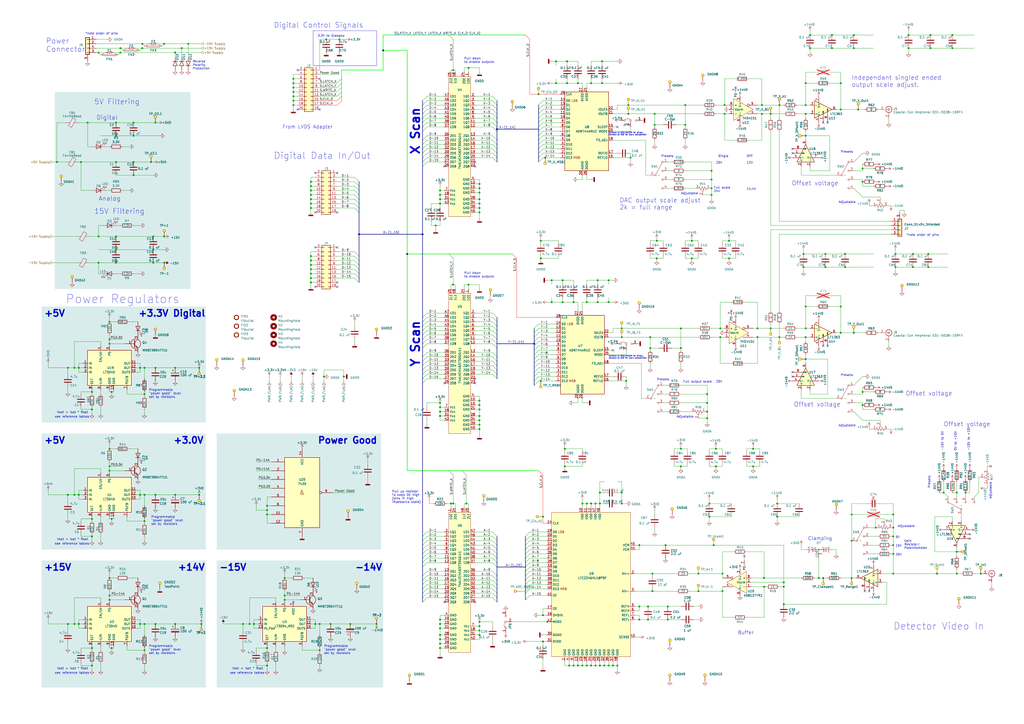
<source format=kicad_sch>
(kicad_sch (version 20230121) (generator eeschema)
  (paper "A2")
  (junction (at 415.29 260.35))
  (junction (at 101.6 213.36))
  (junction (at 255.27 361.95))
  (junction (at 63.5 335.28))
  (junction (at 63.5 345.44))
  (junction (at 417.83 190.5))
  (junction (at 170.18 45.72))
  (junction (at 410.21 238.76))
  (junction (at 81.28 213.36))
  (junction (at 332.74 175.26))
  (junction (at 467.36 48.26))
  (junction (at 50.8 71.12))
  (junction (at 340.36 175.26))
  (junction (at 95.25 25.4))
  (junction (at 342.9 292.1))
  (junction (at 466.09 154.94))
  (junction (at 487.68 48.26))
  (junction (at 441.96 60.96))
  (junction (at 552.45 20.32))
  (junction (at 337.82 292.1))
  (junction (at 53.34 300.99))
  (junction (at 67.31 137.16))
  (junction (at 255.27 238.76))
  (junction (at 222.25 29.21))
  (junction (at 387.35 359.41))
  (junction (at 370.84 359.41))
  (junction (at 360.68 292.1))
  (junction (at 278.13 243.84))
  (junction (at 187.96 218.44))
  (junction (at 180.34 148.59))
  (junction (at 381 139.7))
  (junction (at 495.3 193.04))
  (junction (at 185.42 361.95))
  (junction (at 255.27 110.49))
  (junction (at 450.85 292.1))
  (junction (at 180.34 113.03))
  (junction (at 278.13 115.57))
  (junction (at 64.77 375.92))
  (junction (at 500.38 105.41))
  (junction (at 405.13 342.9))
  (junction (at 353.06 162.56))
  (junction (at 82.55 27.94))
  (junction (at 417.83 195.58))
  (junction (at 482.6 20.32))
  (junction (at 401.32 149.86))
  (junction (at 53.34 311.15))
  (junction (at 436.88 270.51))
  (junction (at 147.32 361.95))
  (junction (at 255.27 370.84))
  (junction (at 327.66 270.51))
  (junction (at 412.75 99.06))
  (junction (at 345.44 386.08))
  (junction (at 494.03 335.28))
  (junction (at 64.77 227.33))
  (junction (at 518.16 316.23))
  (junction (at 327.66 260.35))
  (junction (at 109.22 25.4))
  (junction (at 278.13 232.41))
  (junction (at 487.68 177.8))
  (junction (at 82.55 25.4))
  (junction (at 379.73 72.39))
  (junction (at 278.13 241.3))
  (junction (at 518.16 311.15))
  (junction (at 355.6 386.08))
  (junction (at 410.21 233.68))
  (junction (at 90.17 71.12))
  (junction (at 182.88 361.95))
  (junction (at 180.34 153.67))
  (junction (at 467.36 195.58))
  (junction (at 478.79 147.32))
  (junction (at 218.44 361.95))
  (junction (at 189.23 22.86))
  (junction (at 63.5 186.69))
  (junction (at 63.5 273.05))
  (junction (at 255.27 373.38))
  (junction (at 490.22 154.94))
  (junction (at 45.72 361.95))
  (junction (at 255.27 368.3))
  (junction (at 364.49 60.96))
  (junction (at 255.27 113.03))
  (junction (at 115.57 213.36))
  (junction (at 529.59 154.94))
  (junction (at 144.78 361.95))
  (junction (at 57.15 30.48))
  (junction (at 165.1 347.98))
  (junction (at 337.82 386.08))
  (junction (at 364.49 66.04))
  (junction (at 255.27 236.22))
  (junction (at 208.28 135.89))
  (junction (at 410.21 228.6))
  (junction (at 345.44 292.1))
  (junction (at 203.2 361.95))
  (junction (at 439.42 195.58))
  (junction (at 414.02 316.23))
  (junction (at 180.34 107.95))
  (junction (at 347.98 285.75))
  (junction (at 63.5 270.51))
  (junction (at 422.91 149.86))
  (junction (at 474.98 335.28))
  (junction (at 467.36 177.8))
  (junction (at 370.84 316.23))
  (junction (at 346.71 162.56))
  (junction (at 527.05 27.94))
  (junction (at 397.51 72.39))
  (junction (at 450.85 299.72))
  (junction (at 278.13 106.68))
  (junction (at 180.34 163.83))
  (junction (at 77.47 93.98))
  (junction (at 43.18 361.95))
  (junction (at 454.66 350.52))
  (junction (at 88.9 144.78))
  (junction (at 255.27 241.3))
  (junction (at 165.1 335.28))
  (junction (at 518.16 298.45))
  (junction (at 105.41 27.94))
  (junction (at 478.79 154.94))
  (junction (at 180.34 158.75))
  (junction (at 63.5 347.98))
  (junction (at 101.6 30.48))
  (junction (at 101.6 287.02))
  (junction (at 519.43 147.32))
  (junction (at 332.74 386.08))
  (junction (at 116.84 361.95))
  (junction (at 255.27 118.11))
  (junction (at 419.1 332.74))
  (junction (at 39.37 361.95))
  (junction (at 180.34 105.41))
  (junction (at 271.78 165.1))
  (junction (at 317.5 360.68))
  (junction (at 439.42 190.5))
  (junction (at 196.85 22.86))
  (junction (at 57.15 152.4))
  (junction (at 83.82 302.26))
  (junction (at 500.38 97.79))
  (junction (at 53.34 386.08))
  (junction (at 377.19 195.58))
  (junction (at 495.3 27.94))
  (junction (at 350.52 386.08))
  (junction (at 245.11 135.89))
  (junction (at 57.15 137.16))
  (junction (at 262.89 40.64))
  (junction (at 83.82 361.95))
  (junction (at 255.27 364.49))
  (junction (at 443.23 335.28))
  (junction (at 487.68 63.5))
  (junction (at 397.51 60.96))
  (junction (at 39.37 213.36))
  (junction (at 313.69 220.98))
  (junction (at 328.93 35.56))
  (junction (at 278.13 368.3))
  (junction (at 95.25 137.16))
  (junction (at 255.27 375.92))
  (junction (at 529.59 147.32))
  (junction (at 477.52 335.28))
  (junction (at 180.34 156.21))
  (junction (at 43.18 287.02))
  (junction (at 365.76 91.44))
  (junction (at 467.36 60.96))
  (junction (at 335.28 48.26))
  (junction (at 412.75 109.22))
  (junction (at 358.14 386.08))
  (junction (at 288.29 74.93))
  (junction (at 349.25 48.26))
  (junction (at 518.16 321.31))
  (junction (at 497.84 63.5))
  (junction (at 441.96 66.04))
  (junction (at 278.13 360.68))
  (junction (at 420.37 60.96))
  (junction (at 326.39 175.26))
  (junction (at 278.13 237.49))
  (junction (at 45.72 213.36))
  (junction (at 360.68 190.5))
  (junction (at 88.9 137.16))
  (junction (at 554.99 320.04))
  (junction (at 454.66 340.36))
  (junction (at 314.96 356.87))
  (junction (at 415.29 270.51))
  (junction (at 77.47 71.12))
  (junction (at 83.82 377.19))
  (junction (at 83.82 287.02))
  (junction (at 378.46 332.74))
  (junction (at 378.46 342.9))
  (junction (at 340.36 386.08))
  (junction (at 83.82 228.6))
  (junction (at 381 149.86))
  (junction (at 95.25 152.4))
  (junction (at 69.85 27.94))
  (junction (at 342.9 48.26))
  (junction (at 185.42 377.19))
  (junction (at 314.96 299.72))
  (junction (at 180.34 118.11))
  (junction (at 539.75 20.32))
  (junction (at 467.36 66.04))
  (junction (at 278.13 109.22))
  (junction (at 63.5 260.35))
  (junction (at 518.16 332.74))
  (junction (at 67.31 144.78))
  (junction (at 419.1 342.9))
  (junction (at 180.34 120.65))
  (junction (at 411.48 299.72))
  (junction (at 487.68 193.04))
  (junction (at 53.34 237.49))
  (junction (at 180.34 110.49))
  (junction (at 255.27 233.68))
  (junction (at 53.34 375.92))
  (junction (at 278.13 246.38))
  (junction (at 554.99 285.75))
  (junction (at 33.02 93.98))
  (junction (at 170.18 50.8))
  (junction (at 270.51 292.1))
  (junction (at 467.36 78.74))
  (junction (at 90.17 361.95))
  (junction (at 554.99 332.74))
  (junction (at 322.58 35.56))
  (junction (at 90.17 287.02))
  (junction (at 401.32 139.7))
  (junction (at 45.72 287.02))
  (junction (at 538.48 154.94))
  (junction (at 469.9 27.94))
  (junction (at 394.97 260.35))
  (junction (at 63.5 199.39))
  (junction (at 154.94 386.08))
  (junction (at 90.17 213.36))
  (junction (at 347.98 292.1))
  (junction (at 255.27 359.41))
  (junction (at 360.68 195.58))
  (junction (at 349.25 35.56))
  (junction (at 278.13 234.95))
  (junction (at 191.77 361.95))
  (junction (at 543.56 332.74))
  (junction (at 312.42 54.61))
  (junction (at 508 306.07))
  (junction (at 261.62 292.1))
  (junction (at 255.27 115.57))
  (junction (at 180.34 115.57))
  (junction (at 278.13 365.76))
  (junction (at 375.92 359.41))
  (junction (at 320.04 162.56))
  (junction (at 46.99 93.98))
  (junction (at 340.36 292.1))
  (junction (at 115.57 287.02))
  (junction (at 447.04 190.5))
  (junction (at 379.73 66.04))
  (junction (at 328.93 48.26))
  (junction (at 394.97 190.5))
  (junction (at 560.07 285.75))
  (junction (at 422.91 139.7))
  (junction (at 180.34 151.13))
  (junction (at 326.39 162.56))
  (junction (at 170.18 55.88))
  (junction (at 154.94 295.91))
  (junction (at 278.13 120.65))
  (junction (at 412.75 104.14))
  (junction (at 67.31 71.12))
  (junction (at 412.75 113.03))
  (junction (at 370.84 351.79))
  (junction (at 360.68 285.75))
  (junction (at 252.73 130.81))
  (junction (at 154.94 293.37))
  (junction (at 314.96 372.11))
  (junction (at 77.47 78.74))
  (junction (at 452.12 60.96))
  (junction (at 140.97 361.95))
  (junction (at 500.38 227.33))
  (junction (at 454.66 337.82))
  (junction (at 39.37 287.02))
  (junction (at 452.12 195.58))
  (junction (at 67.31 93.98))
  (junction (at 490.22 147.32))
  (junction (at 447.04 66.04))
  (junction (at 278.13 123.19))
  (junction (at 443.23 340.36))
  (junction (at 170.18 53.34))
  (junction (at 154.94 375.92))
  (junction (at 278.13 363.22))
  (junction (at 83.82 213.36))
  (junction (at 154.94 298.45))
  (junction (at 527.05 20.32))
  (junction (at 170.18 60.96))
  (junction (at 236.22 147.32))
  (junction (at 88.9 152.4))
  (junction (at 320.04 175.26))
  (junction (at 64.77 300.99))
  (junction (at 410.21 242.57))
  (junction (at 67.31 78.74))
  (junction (at 170.18 48.26))
  (junction (at 375.92 351.79))
  (junction (at 482.6 27.94))
  (junction (at 539.75 27.94))
  (junction (at 436.88 260.35))
  (junction (at 394.97 270.51))
  (junction (at 87.63 93.98))
  (junction (at 67.31 152.4))
  (junction (at 313.69 139.7))
  (junction (at 363.22 220.98))
  (junction (at 180.34 161.29))
  (junction (at 262.89 292.1))
  (junction (at 309.88 199.39))
  (junction (at 469.9 20.32))
  (junction (at 377.19 201.93))
  (junction (at 165.1 345.44))
  (junction (at 347.98 386.08))
  (junction (at 63.5 196.85))
  (junction (at 43.18 213.36))
  (junction (at 101.6 361.95))
  (junction (at 77.47 101.6))
  (junction (at 278.13 248.92))
  (junction (at 278.13 118.11))
  (junction (at 518.16 306.07))
  (junction (at 271.78 39.37))
  (junction (at 170.18 58.42))
  (junction (at 494.03 313.69))
  (junction (at 519.43 154.94))
  (junction (at 495.3 20.32))
  (junction (at 81.28 361.95))
  (junction (at 494.03 298.45))
  (junction (at 547.37 285.75))
  (junction (at 346.71 175.26))
  (junction (at 53.34 227.33))
  (junction (at 394.97 201.93))
  (junction (at 335.28 386.08))
  (junction (at 69.85 30.48))
  (junction (at 313.69 149.86))
  (junction (at 353.06 386.08))
  (junction (at 500.38 234.95))
  (junction (at 466.09 147.32))
  (junction (at 411.48 292.1))
  (junction (at 387.35 351.79))
  (junction (at 552.45 27.94))
  (junction (at 467.36 208.28))
  (junction (at 262.89 165.1))
  (junction (at 278.13 111.76))
  (junction (at 353.06 175.26))
  (junction (at 81.28 287.02))
  (junction (at 420.37 66.04))
  (junction (at 199.39 218.44))
  (junction (at 316.23 91.44))
  (junction (at 538.48 147.32))
  (junction (at 342.9 386.08))
  (junction (at 405.13 332.74))
  (junction (at 467.36 190.5))
  (junction (at 568.96 332.74))
  (junction (at 330.2 386.08))
  (junction (at 386.08 316.23))
  (junction (at 322.58 48.26))
  (no_connect (at 172.72 63.5))
  (no_connect (at 459.74 88.9))
  (no_connect (at 459.74 215.9))
  (no_connect (at 275.59 349.25))
  (no_connect (at 562.61 309.88))
  (no_connect (at 185.42 45.72))
  (no_connect (at 480.06 71.12))
  (no_connect (at 459.74 218.44))
  (no_connect (at 480.06 200.66))
  (no_connect (at 170.18 349.25))
  (no_connect (at 477.52 71.12))
  (no_connect (at 182.88 166.37))
  (no_connect (at 562.61 312.42))
  (no_connect (at 501.65 342.9))
  (no_connect (at 426.72 50.8))
  (no_connect (at 182.88 100.33))
  (no_connect (at 355.6 203.2))
  (no_connect (at 275.59 219.71))
  (no_connect (at 195.58 143.51))
  (no_connect (at 195.58 163.83))
  (no_connect (at 195.58 166.37))
  (no_connect (at 257.81 349.25))
  (no_connect (at 172.72 40.64))
  (no_connect (at 504.19 342.9))
  (no_connect (at 431.8 322.58))
  (no_connect (at 275.59 96.52))
  (no_connect (at 195.58 123.19))
  (no_connect (at 275.59 93.98))
  (no_connect (at 182.88 123.19))
  (no_connect (at 358.14 73.66))
  (no_connect (at 257.81 222.25))
  (no_connect (at 195.58 100.33))
  (no_connect (at 424.18 180.34))
  (no_connect (at 182.88 143.51))
  (no_connect (at 477.52 200.66))
  (no_connect (at 185.42 63.5))
  (no_connect (at 275.59 222.25))
  (no_connect (at 257.81 96.52))
  (no_connect (at 459.74 86.36))
  (bus_entry (at 205.74 107.95) (size 2.54 2.54))
  (bus_entry (at 309.88 200.66) (size 2.54 -2.54))
  (bus_entry (at 205.74 158.75) (size 2.54 2.54))
  (bus_entry (at 245.11 76.2) (size 2.54 -2.54))
  (bus_entry (at 198.12 58.42) (size -2.54 2.54) (stroke (width 0) (color 255 0 0 1)))
  (bus_entry (at 312.42 88.9) (size 2.54 -2.54))
  (bus_entry (at 245.11 217.17) (size 2.54 -2.54))
  (bus_entry (at 245.11 326.39) (size 2.54 -2.54))
  (bus_entry (at 198.12 55.88) (size -2.54 2.54) (stroke (width 0) (color 255 0 0 1)))
  (bus_entry (at 288.29 196.85) (size -2.54 -2.54))
  (bus_entry (at 205.74 161.29) (size 2.54 2.54))
  (bus_entry (at 288.29 207.01) (size -2.54 -2.54))
  (bus_entry (at 245.11 58.42) (size 2.54 -2.54))
  (bus_entry (at 288.29 349.25) (size -2.54 -2.54))
  (bus_entry (at 245.11 196.85) (size 2.54 -2.54))
  (bus_entry (at 245.11 344.17) (size 2.54 -2.54))
  (bus_entry (at 312.42 91.44) (size 2.54 -2.54))
  (bus_entry (at 288.29 217.17) (size -2.54 -2.54))
  (bus_entry (at 245.11 86.36) (size 2.54 -2.54))
  (bus_entry (at 309.88 213.36) (size 2.54 -2.54))
  (bus_entry (at 304.8 331.47) (size 2.54 -2.54))
  (bus_entry (at 288.29 93.98) (size -2.54 -2.54))
  (bus_entry (at 312.42 86.36) (size 2.54 -2.54))
  (bus_entry (at 198.12 48.26) (size -2.54 2.54))
  (bus_entry (at 309.88 195.58) (size 2.54 -2.54))
  (bus_entry (at 312.42 83.82) (size 2.54 -2.54))
  (bus_entry (at 245.11 321.31) (size 2.54 -2.54))
  (bus_entry (at 288.29 326.39) (size -2.54 -2.54))
  (bus_entry (at 245.11 212.09) (size 2.54 -2.54))
  (bus_entry (at 288.29 191.77) (size -2.54 -2.54))
  (bus_entry (at 288.29 83.82) (size -2.54 -2.54))
  (bus_entry (at 245.11 88.9) (size 2.54 -2.54))
  (bus_entry (at 245.11 313.69) (size 2.54 -2.54))
  (bus_entry (at 288.29 209.55) (size -2.54 -2.54))
  (bus_entry (at 245.11 186.69) (size 2.54 -2.54))
  (bus_entry (at 245.11 318.77) (size 2.54 -2.54))
  (bus_entry (at 288.29 63.5) (size -2.54 -2.54))
  (bus_entry (at 245.11 93.98) (size 2.54 -2.54))
  (bus_entry (at 245.11 96.52) (size 2.54 -2.54))
  (bus_entry (at 304.8 311.15) (size 2.54 -2.54))
  (bus_entry (at 309.88 218.44) (size 2.54 -2.54))
  (bus_entry (at 205.74 102.87) (size 2.54 2.54))
  (bus_entry (at 309.88 220.98) (size 2.54 -2.54))
  (bus_entry (at 288.29 68.58) (size -2.54 -2.54))
  (bus_entry (at 288.29 81.28) (size -2.54 -2.54))
  (bus_entry (at 288.29 199.39) (size -2.54 -2.54))
  (bus_entry (at 304.8 328.93) (size 2.54 -2.54))
  (bus_entry (at 198.12 45.72) (size -2.54 2.54))
  (bus_entry (at 288.29 316.23) (size -2.54 -2.54))
  (bus_entry (at 288.29 318.77) (size -2.54 -2.54))
  (bus_entry (at 309.88 205.74) (size 2.54 -2.54))
  (bus_entry (at 304.8 318.77) (size 2.54 -2.54))
  (bus_entry (at 309.88 223.52) (size 2.54 -2.54))
  (bus_entry (at 288.29 73.66) (size -2.54 -2.54))
  (bus_entry (at 245.11 346.71) (size 2.54 -2.54))
  (bus_entry (at 288.29 76.2) (size -2.54 -2.54))
  (bus_entry (at 288.29 60.96) (size -2.54 -2.54))
  (bus_entry (at 205.74 105.41) (size 2.54 2.54))
  (bus_entry (at 288.29 339.09) (size -2.54 -2.54))
  (bus_entry (at 205.74 118.11) (size 2.54 2.54))
  (bus_entry (at 205.74 151.13) (size 2.54 2.54))
  (bus_entry (at 288.29 88.9) (size -2.54 -2.54))
  (bus_entry (at 297.18 147.32) (size 2.54 2.54) (stroke (width 0) (color 255 0 0 1)))
  (bus_entry (at 288.29 328.93) (size -2.54 -2.54))
  (bus_entry (at 245.11 222.25) (size 2.54 -2.54))
  (bus_entry (at 245.11 328.93) (size 2.54 -2.54))
  (bus_entry (at 304.8 347.98) (size 2.54 -2.54))
  (bus_entry (at 304.8 344.17) (size 2.54 -2.54))
  (bus_entry (at 245.11 73.66) (size 2.54 -2.54))
  (bus_entry (at 312.42 273.05) (size 2.54 2.54) (stroke (width 0) (color 255 0 0 1)))
  (bus_entry (at 288.29 336.55) (size -2.54 -2.54))
  (bus_entry (at 304.8 341.63) (size 2.54 -2.54))
  (bus_entry (at 312.42 63.5) (size 2.54 -2.54))
  (bus_entry (at 260.35 20.32) (size 2.54 2.54))
  (bus_entry (at 309.88 208.28) (size 2.54 -2.54))
  (bus_entry (at 245.11 334.01) (size 2.54 -2.54))
  (bus_entry (at 309.88 210.82) (size 2.54 -2.54))
  (bus_entry (at 309.88 198.12) (size 2.54 -2.54))
  (bus_entry (at 288.29 86.36) (size -2.54 -2.54))
  (bus_entry (at 304.8 326.39) (size 2.54 -2.54))
  (bus_entry (at 245.11 68.58) (size 2.54 -2.54))
  (bus_entry (at 288.29 58.42) (size -2.54 -2.54))
  (bus_entry (at 309.88 215.9) (size 2.54 -2.54))
  (bus_entry (at 288.29 344.17) (size -2.54 -2.54))
  (bus_entry (at 288.29 214.63) (size -2.54 -2.54))
  (bus_entry (at 288.29 201.93) (size -2.54 -2.54))
  (bus_entry (at 288.29 71.12) (size -2.54 -2.54))
  (bus_entry (at 205.74 113.03) (size 2.54 2.54))
  (bus_entry (at 288.29 346.71) (size -2.54 -2.54))
  (bus_entry (at 288.29 66.04) (size -2.54 -2.54))
  (bus_entry (at 309.88 190.5) (size 2.54 -2.54))
  (bus_entry (at 245.11 199.39) (size 2.54 -2.54))
  (bus_entry (at 245.11 219.71) (size 2.54 -2.54))
  (bus_entry (at 288.29 334.01) (size -2.54 -2.54))
  (bus_entry (at 205.74 146.05) (size 2.54 2.54))
  (bus_entry (at 288.29 194.31) (size -2.54 -2.54))
  (bus_entry (at 245.11 83.82) (size 2.54 -2.54))
  (bus_entry (at 288.29 311.15) (size -2.54 -2.54))
  (bus_entry (at 288.29 189.23) (size -2.54 -2.54))
  (bus_entry (at 245.11 341.63) (size 2.54 -2.54))
  (bus_entry (at 288.29 313.69) (size -2.54 -2.54))
  (bus_entry (at 309.88 193.04) (size 2.54 -2.54))
  (bus_entry (at 245.11 66.04) (size 2.54 -2.54))
  (bus_entry (at 312.42 78.74) (size 2.54 -2.54))
  (bus_entry (at 304.8 339.09) (size 2.54 -2.54))
  (bus_entry (at 288.29 219.71) (size -2.54 -2.54))
  (bus_entry (at 309.88 203.2) (size 2.54 -2.54))
  (bus_entry (at 245.11 60.96) (size 2.54 -2.54))
  (bus_entry (at 205.74 110.49) (size 2.54 2.54))
  (bus_entry (at 288.29 212.09) (size -2.54 -2.54))
  (bus_entry (at 198.12 53.34) (size -2.54 2.54))
  (bus_entry (at 205.74 120.65) (size 2.54 2.54))
  (bus_entry (at 245.11 91.44) (size 2.54 -2.54))
  (bus_entry (at 304.8 334.01) (size 2.54 -2.54))
  (bus_entry (at 304.8 313.69) (size 2.54 -2.54))
  (bus_entry (at 245.11 209.55) (size 2.54 -2.54))
  (bus_entry (at 312.42 81.28) (size 2.54 -2.54))
  (bus_entry (at 245.11 191.77) (size 2.54 -2.54))
  (bus_entry (at 245.11 214.63) (size 2.54 -2.54))
  (bus_entry (at 288.29 186.69) (size -2.54 -2.54))
  (bus_entry (at 245.11 339.09) (size 2.54 -2.54))
  (bus_entry (at 288.29 184.15) (size -2.54 -2.54))
  (bus_entry (at 245.11 184.15) (size 2.54 -2.54))
  (bus_entry (at 312.42 76.2) (size 2.54 -2.54))
  (bus_entry (at 205.74 115.57) (size 2.54 2.54))
  (bus_entry (at 312.42 66.04) (size 2.54 -2.54))
  (bus_entry (at 288.29 91.44) (size -2.54 -2.54))
  (bus_entry (at 288.29 323.85) (size -2.54 -2.54))
  (bus_entry (at 245.11 349.25) (size 2.54 -2.54))
  (bus_entry (at 288.29 341.63) (size -2.54 -2.54))
  (bus_entry (at 312.42 60.96) (size 2.54 -2.54))
  (bus_entry (at 267.97 273.05) (size 2.54 2.54))
  (bus_entry (at 260.35 147.32) (size 2.54 2.54))
  (bus_entry (at 304.8 316.23) (size 2.54 -2.54))
  (bus_entry (at 245.11 201.93) (size 2.54 -2.54))
  (bus_entry (at 312.42 73.66) (size 2.54 -2.54))
  (bus_entry (at 304.8 336.55) (size 2.54 -2.54))
  (bus_entry (at 245.11 311.15) (size 2.54 -2.54))
  (bus_entry (at 245.11 323.85) (size 2.54 -2.54))
  (bus_entry (at 198.12 50.8) (size -2.54 2.54))
  (bus_entry (at 304.8 323.85) (size 2.54 -2.54))
  (bus_entry (at 205.74 153.67) (size 2.54 2.54))
  (bus_entry (at 245.11 316.23) (size 2.54 -2.54))
  (bus_entry (at 205.74 156.21) (size 2.54 2.54))
  (bus_entry (at 312.42 71.12) (size 2.54 -2.54))
  (bus_entry (at 245.11 189.23) (size 2.54 -2.54))
  (bus_entry (at 245.11 194.31) (size 2.54 -2.54))
  (bus_entry (at 288.29 321.31) (size -2.54 -2.54))
  (bus_entry (at 245.11 336.55) (size 2.54 -2.54))
  (bus_entry (at 245.11 71.12) (size 2.54 -2.54))
  (bus_entry (at 304.8 321.31) (size 2.54 -2.54))
  (bus_entry (at 245.11 207.01) (size 2.54 -2.54))
  (bus_entry (at 304.8 20.32) (size 2.54 2.54) (stroke (width 0) (color 255 0 0 1)))
  (bus_entry (at 245.11 81.28) (size 2.54 -2.54))
  (bus_entry (at 260.35 273.05) (size 2.54 2.54))
  (bus_entry (at 312.42 68.58) (size 2.54 -2.54))
  (bus_entry (at 245.11 63.5) (size 2.54 -2.54))
  (bus_entry (at 205.74 148.59) (size 2.54 2.54))
  (bus_entry (at 312.42 93.98) (size 2.54 -2.54))
  (wire (pts (xy 82.55 25.4) (xy 83.82 26.67)))
  (wire (pts (xy 387.35 109.22) (xy 389.89 109.22)))
  (wire (pts (xy 345.44 386.08) (xy 347.98 386.08)))
  (wire (pts (xy 322.58 35.56) (xy 322.58 38.1)))
  (wire (pts (xy 93.98 26.67) (xy 95.25 25.4)))
  (wire (pts (xy 467.36 195.58) (xy 467.36 198.12)))
  (wire (pts (xy 170.18 45.72) (xy 170.18 48.26)))
  (bus (pts (xy 309.88 220.98) (xy 309.88 223.52)))
  (wire (pts (xy 83.82 377.19) (xy 83.82 378.46)))
  (wire (pts (xy 452.12 195.58) (xy 454.66 195.58)))
  (wire (pts (xy 255.27 364.49) (xy 257.81 364.49)))
  (wire (pts (xy 39.37 213.36) (xy 43.18 213.36)))
  (wire (pts (xy 251.46 292.1) (xy 248.92 292.1)))
  (wire (pts (xy 195.58 151.13) (xy 205.74 151.13)))
  (wire (pts (xy 314.96 353.06) (xy 317.5 353.06)))
  (wire (pts (xy 278.13 106.68) (xy 275.59 106.68)))
  (wire (pts (xy 345.44 292.1) (xy 345.44 294.64)))
  (wire (pts (xy 420.37 60.96) (xy 422.91 60.96)))
  (wire (pts (xy 257.81 236.22) (xy 255.27 236.22)))
  (bus (pts (xy 312.42 74.93) (xy 312.42 76.2)))
  (wire (pts (xy 327.66 260.35) (xy 337.82 260.35)))
  (wire (pts (xy 73.66 299.72) (xy 73.66 302.26)))
  (wire (pts (xy 419.1 260.35) (xy 419.1 261.62)))
  (wire (pts (xy 182.88 102.87) (xy 180.34 102.87)))
  (wire (pts (xy 63.5 270.51) (xy 63.5 273.05)))
  (wire (pts (xy 497.84 63.5) (xy 501.65 63.5)))
  (wire (pts (xy 81.28 361.95) (xy 83.82 361.95)))
  (wire (pts (xy 71.12 270.51) (xy 63.5 270.51)))
  (wire (pts (xy 278.13 104.14) (xy 278.13 106.68)))
  (wire (pts (xy 337.82 231.14) (xy 337.82 233.68)))
  (wire (pts (xy 467.36 48.26) (xy 467.36 60.96)))
  (wire (pts (xy 312.42 213.36) (xy 322.58 213.36)))
  (wire (pts (xy 58.42 309.88) (xy 58.42 313.69)))
  (wire (pts (xy 411.48 109.22) (xy 412.75 109.22)))
  (wire (pts (xy 255.27 359.41) (xy 257.81 359.41)))
  (bus (pts (xy 288.29 81.28) (xy 288.29 83.82)))
  (wire (pts (xy 195.58 158.75) (xy 205.74 158.75)))
  (wire (pts (xy 422.91 138.43) (xy 422.91 139.7)))
  (wire (pts (xy 502.92 292.1) (xy 494.03 292.1)))
  (wire (pts (xy 452.12 60.96) (xy 454.66 60.96)))
  (wire (pts (xy 494.03 292.1) (xy 494.03 298.45)))
  (bus (pts (xy 245.11 323.85) (xy 245.11 326.39)))
  (wire (pts (xy 313.69 139.7) (xy 313.69 140.97)))
  (wire (pts (xy 515.62 198.12) (xy 515.62 200.66)))
  (bus (pts (xy 208.28 153.67) (xy 208.28 151.13)))
  (wire (pts (xy 363.22 292.1) (xy 360.68 292.1)))
  (wire (pts (xy 378.46 342.9) (xy 392.43 342.9)))
  (wire (pts (xy 247.65 311.15) (xy 257.81 311.15)))
  (wire (pts (xy 353.06 195.58) (xy 360.68 195.58)))
  (wire (pts (xy 312.42 195.58) (xy 322.58 195.58)))
  (wire (pts (xy 504.19 248.92) (xy 504.19 247.65)))
  (wire (pts (xy 255.27 238.76) (xy 255.27 241.3)))
  (wire (pts (xy 405.13 139.7) (xy 405.13 140.97)))
  (wire (pts (xy 450.85 302.26) (xy 450.85 299.72)))
  (wire (pts (xy 247.65 219.71) (xy 257.81 219.71)))
  (wire (pts (xy 247.65 341.63) (xy 257.81 341.63)))
  (bus (pts (xy 288.29 196.85) (xy 288.29 199.39)))
  (wire (pts (xy 433.07 358.14) (xy 443.23 358.14)))
  (wire (pts (xy 504.19 311.15) (xy 509.27 311.15)))
  (bus (pts (xy 288.29 66.04) (xy 288.29 63.5)))
  (wire (pts (xy 180.34 158.75) (xy 182.88 158.75)))
  (bus (pts (xy 208.28 123.19) (xy 208.28 135.89)))
  (wire (pts (xy 379.73 72.39) (xy 379.73 73.66)))
  (wire (pts (xy 278.13 246.38) (xy 278.13 248.92)))
  (wire (pts (xy 378.46 332.74) (xy 378.46 334.01)))
  (wire (pts (xy 109.22 25.4) (xy 109.22 33.02)))
  (wire (pts (xy 335.28 45.72) (xy 335.28 48.26)))
  (wire (pts (xy 78.74 213.36) (xy 81.28 213.36)))
  (wire (pts (xy 262.89 275.59) (xy 262.89 292.1)))
  (wire (pts (xy 247.65 346.71) (xy 257.81 346.71)))
  (wire (pts (xy 182.88 364.49) (xy 180.34 364.49)))
  (wire (pts (xy 285.75 204.47) (xy 275.59 204.47)))
  (wire (pts (xy 247.65 191.77) (xy 257.81 191.77)))
  (wire (pts (xy 313.69 138.43) (xy 313.69 139.7)))
  (wire (pts (xy 400.05 332.74) (xy 405.13 332.74)))
  (wire (pts (xy 485.14 193.04) (xy 487.68 193.04)))
  (wire (pts (xy 419.1 335.28) (xy 419.1 332.74)))
  (wire (pts (xy 195.58 105.41) (xy 205.74 105.41)))
  (wire (pts (xy 88.9 144.78) (xy 95.25 144.78)))
  (wire (pts (xy 436.88 195.58) (xy 439.42 195.58)))
  (wire (pts (xy 411.48 292.1) (xy 424.18 292.1)))
  (wire (pts (xy 353.06 203.2) (xy 355.6 203.2)))
  (wire (pts (xy 332.74 162.56) (xy 332.74 165.1)))
  (wire (pts (xy 554.99 320.04) (xy 554.99 322.58)))
  (wire (pts (xy 299.72 184.15) (xy 322.58 184.15)) (stroke (width 0) (color 255 0 0 1)))
  (wire (pts (xy 74.93 335.28) (xy 80.01 335.28)))
  (wire (pts (xy 365.76 88.9) (xy 365.76 91.44)))
  (wire (pts (xy 439.42 195.58) (xy 439.42 210.82)))
  (wire (pts (xy 73.66 377.19) (xy 83.82 377.19)))
  (wire (pts (xy 435.61 337.82) (xy 454.66 337.82)))
  (wire (pts (xy 447.04 190.5) (xy 454.66 190.5)))
  (wire (pts (xy 500.38 99.06) (xy 500.38 97.79)))
  (wire (pts (xy 547.37 285.75) (xy 547.37 279.4)))
  (bus (pts (xy 222.25 20.32) (xy 260.35 20.32)) (stroke (width 0) (color 0 255 0 1)))
  (wire (pts (xy 71.12 110.49) (xy 74.93 110.49)))
  (wire (pts (xy 314.96 66.04) (xy 325.12 66.04)))
  (wire (pts (xy 199.39 214.63) (xy 199.39 218.44)))
  (wire (pts (xy 374.65 101.6) (xy 377.19 101.6)))
  (wire (pts (xy 77.47 130.81) (xy 81.28 130.81)))
  (wire (pts (xy 278.13 248.92) (xy 275.59 248.92)))
  (wire (pts (xy 275.59 181.61) (xy 285.75 181.61)))
  (wire (pts (xy 195.58 156.21) (xy 205.74 156.21)))
  (wire (pts (xy 389.89 201.93) (xy 394.97 201.93)))
  (wire (pts (xy 180.34 115.57) (xy 180.34 118.11)))
  (wire (pts (xy 247.65 194.31) (xy 257.81 194.31)))
  (wire (pts (xy 63.5 199.39) (xy 72.39 199.39)))
  (wire (pts (xy 347.98 285.75) (xy 350.52 285.75)))
  (wire (pts (xy 39.37 287.02) (xy 43.18 287.02)))
  (wire (pts (xy 185.42 361.95) (xy 191.77 361.95)))
  (wire (pts (xy 454.66 350.52) (xy 514.35 350.52)))
  (wire (pts (xy 46.99 237.49) (xy 53.34 237.49)))
  (wire (pts (xy 323.85 139.7) (xy 323.85 140.97)))
  (wire (pts (xy 285.75 186.69) (xy 275.59 186.69)))
  (bus (pts (xy 245.11 316.23) (xy 245.11 318.77)))
  (wire (pts (xy 415.29 270.51) (xy 415.29 271.78)))
  (wire (pts (xy 353.06 162.56) (xy 346.71 162.56)))
  (wire (pts (xy 490.22 147.32) (xy 506.73 147.32)))
  (wire (pts (xy 515.62 68.58) (xy 515.62 71.12)))
  (wire (pts (xy 30.48 93.98) (xy 33.02 93.98)))
  (wire (pts (xy 109.22 25.4) (xy 116.84 25.4)))
  (bus (pts (xy 198.12 55.88) (xy 198.12 58.42)) (stroke (width 0) (color 0 255 0 1)))
  (wire (pts (xy 307.34 328.93) (xy 317.5 328.93)))
  (bus (pts (xy 208.28 158.75) (xy 208.28 156.21)))
  (wire (pts (xy 527.05 20.32) (xy 527.05 17.78)))
  (bus (pts (xy 260.35 147.32) (xy 297.18 147.32)) (stroke (width 0) (color 0 255 0 1)))
  (wire (pts (xy 46.99 227.33) (xy 53.34 227.33)))
  (wire (pts (xy 379.73 83.82) (xy 379.73 81.28)))
  (wire (pts (xy 257.81 238.76) (xy 255.27 238.76)))
  (wire (pts (xy 285.75 196.85) (xy 275.59 196.85)))
  (wire (pts (xy 466.09 147.32) (xy 466.09 144.78)))
  (wire (pts (xy 337.82 383.54) (xy 337.82 386.08)))
  (wire (pts (xy 314.96 299.72) (xy 314.96 303.53)) (stroke (width 0) (color 255 0 0 1)))
  (wire (pts (xy 439.42 195.58) (xy 452.12 195.58)))
  (wire (pts (xy 180.34 113.03) (xy 180.34 115.57)))
  (wire (pts (xy 185.42 386.08) (xy 185.42 387.35)))
  (wire (pts (xy 180.34 118.11) (xy 180.34 120.65)))
  (wire (pts (xy 46.99 302.26) (xy 46.99 300.99)))
  (wire (pts (xy 255.27 361.95) (xy 255.27 364.49)))
  (wire (pts (xy 247.65 58.42) (xy 257.81 58.42)))
  (wire (pts (xy 180.34 110.49) (xy 182.88 110.49)))
  (wire (pts (xy 500.38 233.68) (xy 500.38 234.95)))
  (wire (pts (xy 278.13 109.22) (xy 278.13 111.76)))
  (wire (pts (xy 447.04 190.5) (xy 447.04 187.96)))
  (bus (pts (xy 245.11 96.52) (xy 245.11 135.89)))
  (wire (pts (xy 462.28 66.04) (xy 467.36 66.04)))
  (wire (pts (xy 347.98 279.4) (xy 347.98 285.75)))
  (wire (pts (xy 327.66 383.54) (xy 327.66 386.08)))
  (wire (pts (xy 63.5 300.99) (xy 64.77 300.99)))
  (bus (pts (xy 288.29 91.44) (xy 288.29 88.9)))
  (wire (pts (xy 554.99 320.04) (xy 542.29 320.04)))
  (wire (pts (xy 342.9 292.1) (xy 345.44 292.1)))
  (bus (pts (xy 245.11 135.89) (xy 245.11 184.15)))
  (wire (pts (xy 467.36 41.91) (xy 473.71 41.91)))
  (wire (pts (xy 30.48 137.16) (xy 44.45 137.16)))
  (wire (pts (xy 519.43 147.32) (xy 519.43 144.78)))
  (wire (pts (xy 306.07 372.11) (xy 314.96 372.11)))
  (wire (pts (xy 278.13 229.87) (xy 278.13 232.41)))
  (wire (pts (xy 247.65 60.96) (xy 257.81 60.96)))
  (wire (pts (xy 482.6 318.77) (xy 485.14 318.77)))
  (bus (pts (xy 312.42 68.58) (xy 312.42 71.12)))
  (wire (pts (xy 433.07 270.51) (xy 436.88 270.51)))
  (wire (pts (xy 284.48 171.45) (xy 284.48 172.72)))
  (bus (pts (xy 288.29 339.09) (xy 288.29 341.63)))
  (wire (pts (xy 185.42 55.88) (xy 195.58 55.88)))
  (wire (pts (xy 443.23 335.28) (xy 464.82 335.28)))
  (wire (pts (xy 46.99 309.88) (xy 46.99 311.15)))
  (wire (pts (xy 397.51 60.96) (xy 407.67 60.96)))
  (wire (pts (xy 433.07 269.24) (xy 433.07 270.51)))
  (wire (pts (xy 419.1 139.7) (xy 419.1 140.97)))
  (wire (pts (xy 355.6 386.08) (xy 358.14 386.08)))
  (wire (pts (xy 452.12 76.2) (xy 452.12 128.27)))
  (wire (pts (xy 347.98 292.1) (xy 345.44 292.1)))
  (wire (pts (xy 57.15 130.81) (xy 59.69 130.81)))
  (wire (pts (xy 314.96 353.06) (xy 314.96 356.87)))
  (wire (pts (xy 255.27 113.03) (xy 257.81 113.03)))
  (wire (pts (xy 83.82 361.95) (xy 90.17 361.95)))
  (wire (pts (xy 172.72 43.18) (xy 170.18 43.18)))
  (bus (pts (xy 236.22 147.32) (xy 260.35 147.32)) (stroke (width 0) (color 0 255 0 1)))
  (wire (pts (xy 353.06 162.56) (xy 353.06 165.1)))
  (wire (pts (xy 485.14 63.5) (xy 487.68 63.5)))
  (wire (pts (xy 83.82 287.02) (xy 90.17 287.02)))
  (wire (pts (xy 83.82 302.26) (xy 83.82 303.53)))
  (wire (pts (xy 370.84 316.23) (xy 386.08 316.23)))
  (wire (pts (xy 347.98 383.54) (xy 347.98 386.08)))
  (bus (pts (xy 245.11 341.63) (xy 245.11 344.17)))
  (wire (pts (xy 39.37 213.36) (xy 39.37 217.17)))
  (wire (pts (xy 180.34 161.29) (xy 180.34 163.83)))
  (wire (pts (xy 39.37 361.95) (xy 43.18 361.95)))
  (wire (pts (xy 312.42 193.04) (xy 322.58 193.04)))
  (wire (pts (xy 467.36 208.28) (xy 480.06 208.28)))
  (wire (pts (xy 381 139.7) (xy 384.81 139.7)))
  (wire (pts (xy 322.58 48.26) (xy 328.93 48.26)))
  (wire (pts (xy 261.62 40.64) (xy 262.89 40.64)))
  (wire (pts (xy 154.94 375.92) (xy 154.94 377.19)))
  (wire (pts (xy 180.34 107.95) (xy 182.88 107.95)))
  (bus (pts (xy 222.25 29.21) (xy 236.22 29.21)) (stroke (width 0) (color 0 255 0 1)))
  (bus (pts (xy 288.29 191.77) (xy 288.29 194.31)))
  (wire (pts (xy 64.77 375.92) (xy 66.04 375.92)))
  (bus (pts (xy 304.8 321.31) (xy 304.8 323.85)))
  (wire (pts (xy 27.94 287.02) (xy 39.37 287.02)))
  (wire (pts (xy 394.97 238.76) (xy 401.32 238.76)))
  (wire (pts (xy 495.3 93.98) (xy 500.38 88.9)))
  (wire (pts (xy 384.81 148.59) (xy 384.81 149.86)))
  (wire (pts (xy 52.07 152.4) (xy 57.15 152.4)))
  (wire (pts (xy 45.72 287.02) (xy 45.72 284.48)))
  (wire (pts (xy 467.36 78.74) (xy 481.33 78.74)))
  (wire (pts (xy 353.06 210.82) (xy 372.11 210.82)))
  (wire (pts (xy 285.75 331.47) (xy 275.59 331.47)))
  (wire (pts (xy 213.36 269.24) (xy 213.36 266.7)))
  (wire (pts (xy 368.3 316.23) (xy 370.84 316.23)))
  (wire (pts (xy 285.75 318.77) (xy 275.59 318.77)))
  (wire (pts (xy 482.6 20.32) (xy 495.3 20.32)))
  (wire (pts (xy 185.42 48.26) (xy 195.58 48.26)))
  (bus (pts (xy 309.88 215.9) (xy 309.88 218.44)))
  (wire (pts (xy 247.65 321.31) (xy 257.81 321.31)))
  (wire (pts (xy 355.6 73.66) (xy 358.14 73.66)))
  (wire (pts (xy 552.45 285.75) (xy 554.99 285.75)))
  (bus (pts (xy 245.11 212.09) (xy 245.11 214.63)))
  (wire (pts (xy 175.26 374.65) (xy 175.26 377.19)))
  (wire (pts (xy 494.03 313.69) (xy 494.03 335.28)))
  (wire (pts (xy 500.38 224.79) (xy 500.38 227.33)))
  (wire (pts (xy 464.82 96.52) (xy 464.82 101.6)))
  (wire (pts (xy 312.42 205.74) (xy 322.58 205.74)))
  (wire (pts (xy 71.12 196.85) (xy 63.5 196.85)))
  (wire (pts (xy 542.29 299.72) (xy 552.45 299.72)))
  (wire (pts (xy 39.37 373.38) (xy 39.37 375.92)))
  (wire (pts (xy 46.99 300.99) (xy 53.34 300.99)))
  (bus (pts (xy 288.29 328.93) (xy 304.8 328.93)))
  (wire (pts (xy 441.96 60.96) (xy 441.96 45.72)))
  (wire (pts (xy 469.9 20.32) (xy 482.6 20.32)))
  (wire (pts (xy 518.16 316.23) (xy 518.16 321.31)))
  (wire (pts (xy 248.92 289.56) (xy 248.92 292.1)))
  (wire (pts (xy 58.42 198.12) (xy 58.42 200.66)))
  (wire (pts (xy 262.89 40.64) (xy 264.16 40.64)))
  (wire (pts (xy 469.9 20.32) (xy 469.9 17.78)))
  (bus (pts (xy 245.11 58.42) (xy 245.11 60.96)))
  (wire (pts (xy 320.04 175.26) (xy 326.39 175.26)))
  (wire (pts (xy 180.34 151.13) (xy 182.88 151.13)))
  (bus (pts (xy 245.11 328.93) (xy 245.11 334.01)))
  (wire (pts (xy 377.19 201.93) (xy 377.19 203.2)))
  (wire (pts (xy 58.42 78.74) (xy 67.31 78.74)))
  (wire (pts (xy 330.2 386.08) (xy 332.74 386.08)))
  (wire (pts (xy 64.77 227.33) (xy 66.04 227.33)))
  (wire (pts (xy 45.72 215.9) (xy 45.72 213.36)))
  (wire (pts (xy 365.76 73.66) (xy 365.76 76.2)))
  (wire (pts (xy 45.72 93.98) (xy 46.99 93.98)))
  (wire (pts (xy 53.34 384.81) (xy 53.34 386.08)))
  (wire (pts (xy 275.59 73.66) (xy 285.75 73.66)))
  (wire (pts (xy 560.07 285.75) (xy 560.07 288.29)))
  (wire (pts (xy 180.34 146.05) (xy 180.34 148.59)))
  (wire (pts (xy 567.69 285.75) (xy 565.15 288.29)))
  (wire (pts (xy 257.81 356.87) (xy 255.27 356.87)))
  (wire (pts (xy 495.3 193.04) (xy 501.65 193.04)))
  (bus (pts (xy 236.22 273.05) (xy 260.35 273.05)) (stroke (width 0) (color 0 255 0 1)))
  (wire (pts (xy 539.75 20.32) (xy 552.45 20.32)))
  (wire (pts (xy 415.29 270.51) (xy 419.1 270.51)))
  (wire (pts (xy 255.27 118.11) (xy 255.27 120.65)))
  (wire (pts (xy 195.58 118.11) (xy 205.74 118.11)))
  (wire (pts (xy 148.59 293.37) (xy 148.59 295.91)))
  (wire (pts (xy 337.82 269.24) (xy 337.82 270.51)))
  (wire (pts (xy 379.73 308.61) (xy 379.73 306.07)))
  (wire (pts (xy 340.36 292.1) (xy 342.9 292.1)))
  (wire (pts (xy 45.72 359.41) (xy 48.26 359.41)))
  (bus (pts (xy 304.8 326.39) (xy 304.8 328.93)))
  (wire (pts (xy 43.18 361.95) (xy 45.72 361.95)))
  (wire (pts (xy 411.48 260.35) (xy 411.48 261.62)))
  (wire (pts (xy 165.1 374.65) (xy 165.1 377.19)))
  (wire (pts (xy 255.27 118.11) (xy 257.81 118.11)))
  (bus (pts (xy 245.11 311.15) (xy 245.11 313.69)))
  (wire (pts (xy 411.48 302.26) (xy 411.48 299.72)))
  (wire (pts (xy 48.26 215.9) (xy 45.72 215.9)))
  (wire (pts (xy 180.34 361.95) (xy 182.88 361.95)))
  (wire (pts (xy 314.96 63.5) (xy 325.12 63.5)))
  (wire (pts (xy 467.36 171.45) (xy 467.36 177.8)))
  (wire (pts (xy 387.35 359.41) (xy 394.97 359.41)))
  (wire (pts (xy 433.07 260.35) (xy 433.07 261.62)))
  (wire (pts (xy 480.06 208.28) (xy 480.06 228.6)))
  (wire (pts (xy 567.69 276.86) (xy 568.96 276.86)))
  (wire (pts (xy 46.99 375.92) (xy 53.34 375.92)))
  (bus (pts (xy 245.11 217.17) (xy 245.11 214.63)))
  (wire (pts (xy 317.5 303.53) (xy 314.96 303.53)) (stroke (width 0) (color 255 0 0 1)))
  (wire (pts (xy 160.02 374.65) (xy 160.02 377.19)))
  (bus (pts (xy 309.88 208.28) (xy 309.88 210.82)))
  (wire (pts (xy 58.42 226.06) (xy 58.42 228.6)))
  (bus (pts (xy 288.29 83.82) (xy 288.29 86.36)))
  (wire (pts (xy 411.48 270.51) (xy 415.29 270.51)))
  (wire (pts (xy 285.75 189.23) (xy 275.59 189.23)))
  (wire (pts (xy 363.22 218.44) (xy 363.22 220.98)))
  (wire (pts (xy 45.72 287.02) (xy 48.26 287.02)))
  (wire (pts (xy 180.34 115.57) (xy 182.88 115.57)))
  (wire (pts (xy 81.28 287.02) (xy 81.28 289.56)))
  (wire (pts (xy 81.28 213.36) (xy 83.82 213.36)))
  (wire (pts (xy 262.89 149.86) (xy 262.89 165.1)))
  (wire (pts (xy 64.77 300.99) (xy 66.04 300.99)))
  (wire (pts (xy 269.24 292.1) (xy 270.51 292.1)))
  (wire (pts (xy 57.15 152.4) (xy 57.15 158.75)))
  (wire (pts (xy 518.16 306.07) (xy 518.16 311.15)))
  (wire (pts (xy 500.38 105.41) (xy 500.38 107.95)))
  (wire (pts (xy 165.1 345.44) (xy 165.1 347.98)))
  (wire (pts (xy 327.66 260.35) (xy 327.66 261.62)))
  (bus (pts (xy 245.11 207.01) (xy 245.11 209.55)))
  (wire (pts (xy 247.65 331.47) (xy 257.81 331.47)))
  (wire (pts (xy 426.72 139.7) (xy 426.72 140.97)))
  (wire (pts (xy 148.59 386.08) (xy 154.94 386.08)))
  (wire (pts (xy 397.51 83.82) (xy 397.51 81.28)))
  (wire (pts (xy 57.15 152.4) (xy 67.31 152.4)))
  (wire (pts (xy 39.37 361.95) (xy 39.37 365.76)))
  (wire (pts (xy 247.65 68.58) (xy 257.81 68.58)))
  (wire (pts (xy 412.75 99.06) (xy 412.75 104.14)))
  (wire (pts (xy 255.27 370.84) (xy 255.27 373.38)))
  (bus (pts (xy 245.11 68.58) (xy 245.11 71.12)))
  (wire (pts (xy 46.99 236.22) (xy 46.99 237.49)))
  (wire (pts (xy 500.38 234.95) (xy 500.38 237.49)))
  (wire (pts (xy 405.13 242.57) (xy 410.21 242.57)))
  (wire (pts (xy 53.34 386.08) (xy 53.34 388.62)))
  (wire (pts (xy 391.16 260.35) (xy 391.16 261.62)))
  (wire (pts (xy 144.78 346.71) (xy 160.02 346.71)))
  (bus (pts (xy 288.29 341.63) (xy 288.29 344.17)))
  (bus (pts (xy 222.25 40.64) (xy 222.25 29.21)) (stroke (width 0) (color 0 255 0 1)))
  (wire (pts (xy 370.84 369.57) (xy 368.3 369.57)))
  (bus (pts (xy 245.11 217.17) (xy 245.11 219.71)))
  (bus (pts (xy 312.42 81.28) (xy 312.42 83.82)))
  (wire (pts (xy 439.42 190.5) (xy 447.04 190.5)))
  (wire (pts (xy 335.28 104.14) (xy 337.82 104.14)))
  (wire (pts (xy 447.04 133.35) (xy 447.04 180.34)))
  (wire (pts (xy 247.65 91.44) (xy 257.81 91.44)))
  (wire (pts (xy 170.18 48.26) (xy 170.18 50.8)))
  (wire (pts (xy 63.5 260.35) (xy 67.31 260.35)))
  (wire (pts (xy 255.27 364.49) (xy 255.27 368.3)))
  (wire (pts (xy 170.18 60.96) (xy 170.18 63.5)))
  (wire (pts (xy 415.29 260.35) (xy 419.1 260.35)))
  (wire (pts (xy 481.33 78.74) (xy 481.33 99.06)))
  (wire (pts (xy 250.19 118.11) (xy 255.27 118.11)))
  (bus (pts (xy 245.11 201.93) (xy 245.11 207.01)))
  (wire (pts (xy 377.19 195.58) (xy 405.13 195.58)))
  (wire (pts (xy 467.36 81.28) (xy 467.36 78.74)))
  (wire (pts (xy 88.9 152.4) (xy 95.25 152.4)))
  (bus (pts (xy 288.29 60.96) (xy 288.29 63.5)))
  (wire (pts (xy 261.62 165.1) (xy 262.89 165.1)))
  (wire (pts (xy 66.04 30.48) (xy 69.85 30.48)))
  (wire (pts (xy 355.6 383.54) (xy 355.6 386.08)))
  (bus (pts (xy 208.28 107.95) (xy 208.28 110.49)))
  (wire (pts (xy 247.65 308.61) (xy 257.81 308.61)))
  (wire (pts (xy 307.34 339.09) (xy 317.5 339.09)))
  (wire (pts (xy 193.04 285.75) (xy 205.74 285.75)))
  (wire (pts (xy 516.89 306.07) (xy 518.16 306.07)))
  (bus (pts (xy 198.12 48.26) (xy 198.12 50.8)) (stroke (width 0) (color 0 255 0 1)))
  (wire (pts (xy 454.66 316.23) (xy 454.66 337.82)))
  (wire (pts (xy 335.28 35.56) (xy 335.28 38.1)))
  (wire (pts (xy 337.82 386.08) (xy 340.36 386.08)))
  (wire (pts (xy 285.75 334.01) (xy 275.59 334.01)))
  (wire (pts (xy 264.16 165.1) (xy 264.16 167.64)))
  (wire (pts (xy 314.96 372.11) (xy 314.96 374.65)))
  (wire (pts (xy 521.97 121.92) (xy 521.97 123.19)))
  (wire (pts (xy 313.69 148.59) (xy 313.69 149.86)))
  (wire (pts (xy 264.16 40.64) (xy 264.16 41.91)))
  (wire (pts (xy 514.35 119.38) (xy 516.89 119.38)))
  (wire (pts (xy 187.96 214.63) (xy 199.39 214.63)))
  (wire (pts (xy 508 300.99) (xy 513.08 300.99)))
  (wire (pts (xy 247.65 316.23) (xy 257.81 316.23)))
  (wire (pts (xy 433.07 320.04) (xy 443.23 320.04)))
  (bus (pts (xy 304.8 336.55) (xy 304.8 339.09)))
  (wire (pts (xy 452.12 135.89) (xy 516.89 135.89)))
  (wire (pts (xy 510.54 298.45) (xy 518.16 298.45)))
  (wire (pts (xy 474.98 335.28) (xy 477.52 335.28)))
  (wire (pts (xy 554.99 285.75) (xy 554.99 279.4)))
  (wire (pts (xy 74.93 186.69) (xy 80.01 186.69)))
  (wire (pts (xy 440.69 269.24) (xy 440.69 270.51)))
  (wire (pts (xy 307.34 22.86) (xy 307.34 54.61)) (stroke (width 0) (color 255 0 0 1)))
  (wire (pts (xy 313.69 139.7) (xy 323.85 139.7)))
  (wire (pts (xy 46.99 93.98) (xy 46.99 110.49)))
  (wire (pts (xy 81.28 361.95) (xy 81.28 364.49)))
  (wire (pts (xy 63.5 226.06) (xy 63.5 227.33)))
  (wire (pts (xy 63.5 332.74) (xy 63.5 335.28)))
  (wire (pts (xy 335.28 175.26) (xy 335.28 180.34)))
  (wire (pts (xy 510.54 114.3) (xy 510.54 115.57)))
  (bus (pts (xy 260.35 20.32) (xy 304.8 20.32)) (stroke (width 0) (color 0 255 0 1)))
  (wire (pts (xy 467.36 208.28) (xy 467.36 205.74)))
  (wire (pts (xy 45.72 71.12) (xy 50.8 71.12)))
  (wire (pts (xy 360.68 285.75) (xy 358.14 285.75)))
  (wire (pts (xy 255.27 110.49) (xy 257.81 110.49)))
  (wire (pts (xy 346.71 172.72) (xy 346.71 175.26)))
  (wire (pts (xy 63.5 347.98) (xy 72.39 347.98)))
  (wire (pts (xy 500.38 97.79) (xy 506.73 97.79)))
  (bus (pts (xy 288.29 76.2) (xy 288.29 81.28)))
  (wire (pts (xy 81.28 213.36) (xy 81.28 210.82)))
  (wire (pts (xy 340.36 48.26) (xy 342.9 48.26)))
  (wire (pts (xy 63.5 199.39) (xy 63.5 200.66)))
  (wire (pts (xy 175.26 218.44) (xy 175.26 220.98)))
  (wire (pts (xy 436.88 270.51) (xy 440.69 270.51)))
  (wire (pts (xy 337.82 175.26) (xy 340.36 175.26)))
  (wire (pts (xy 433.07 260.35) (xy 436.88 260.35)))
  (wire (pts (xy 64.77 375.92) (xy 64.77 377.19)))
  (wire (pts (xy 513.08 300.99) (xy 513.08 302.26)))
  (wire (pts (xy 46.99 377.19) (xy 46.99 375.92)))
  (bus (pts (xy 245.11 222.25) (xy 245.11 311.15)))
  (wire (pts (xy 412.75 113.03) (xy 412.75 115.57)))
  (bus (pts (xy 245.11 83.82) (xy 245.11 86.36)))
  (wire (pts (xy 326.39 172.72) (xy 326.39 175.26)))
  (wire (pts (xy 397.51 148.59) (xy 397.51 149.86)))
  (wire (pts (xy 353.06 218.44) (xy 355.6 218.44)))
  (wire (pts (xy 140.97 361.95) (xy 144.78 361.95)))
  (wire (pts (xy 441.96 66.04) (xy 441.96 81.28)))
  (wire (pts (xy 335.28 383.54) (xy 335.28 386.08)))
  (wire (pts (xy 443.23 320.04) (xy 443.23 335.28)))
  (wire (pts (xy 180.34 156.21) (xy 182.88 156.21)))
  (wire (pts (xy 285.75 58.42) (xy 275.59 58.42)))
  (bus (pts (xy 245.11 199.39) (xy 245.11 201.93)))
  (wire (pts (xy 509.27 63.5) (xy 510.54 63.5)))
  (wire (pts (xy 307.34 345.44) (xy 317.5 345.44)))
  (wire (pts (xy 285.75 209.55) (xy 275.59 209.55)))
  (wire (pts (xy 377.19 139.7) (xy 377.19 140.97)))
  (wire (pts (xy 67.31 158.75) (xy 69.85 158.75)))
  (wire (pts (xy 340.36 50.8) (xy 340.36 48.26)))
  (wire (pts (xy 58.42 346.71) (xy 58.42 349.25)))
  (wire (pts (xy 327.66 269.24) (xy 327.66 270.51)))
  (wire (pts (xy 185.42 53.34) (xy 195.58 53.34)))
  (bus (pts (xy 304.8 328.93) (xy 304.8 331.47)))
  (wire (pts (xy 411.48 260.35) (xy 415.29 260.35)))
  (bus (pts (xy 245.11 184.15) (xy 245.11 186.69)))
  (wire (pts (xy 411.48 292.1) (xy 411.48 289.56)))
  (wire (pts (xy 314.96 76.2) (xy 325.12 76.2)))
  (wire (pts (xy 170.18 48.26) (xy 172.72 48.26)))
  (wire (pts (xy 314.96 83.82) (xy 325.12 83.82)))
  (wire (pts (xy 321.31 360.68) (xy 317.5 360.68)))
  (wire (pts (xy 43.18 198.12) (xy 58.42 198.12)))
  (bus (pts (xy 236.22 147.32) (xy 236.22 273.05)) (stroke (width 0) (color 0 255 0 1)))
  (wire (pts (xy 270.51 292.1) (xy 271.78 292.1)))
  (wire (pts (xy 67.31 144.78) (xy 88.9 144.78)))
  (wire (pts (xy 195.58 146.05) (xy 205.74 146.05)))
  (wire (pts (xy 180.34 151.13) (xy 180.34 153.67)))
  (bus (pts (xy 288.29 321.31) (xy 288.29 323.85)))
  (wire (pts (xy 472.44 335.28) (xy 474.98 335.28)))
  (wire (pts (xy 415.29 66.04) (xy 420.37 66.04)))
  (wire (pts (xy 90.17 287.02) (xy 101.6 287.02)))
  (wire (pts (xy 247.65 199.39) (xy 257.81 199.39)))
  (wire (pts (xy 63.5 345.44) (xy 63.5 347.98)))
  (wire (pts (xy 500.38 227.33) (xy 506.73 227.33)))
  (wire (pts (xy 154.94 298.45) (xy 154.94 303.53)))
  (wire (pts (xy 335.28 48.26) (xy 337.82 48.26)))
  (wire (pts (xy 320.04 172.72) (xy 320.04 175.26)))
  (wire (pts (xy 175.26 377.19) (xy 185.42 377.19)))
  (wire (pts (xy 394.97 228.6) (xy 410.21 228.6)))
  (wire (pts (xy 374.65 81.28) (xy 374.65 101.6)))
  (bus (pts (xy 288.29 328.93) (xy 288.29 334.01)))
  (bus (pts (xy 288.29 68.58) (xy 288.29 66.04)))
  (wire (pts (xy 63.5 85.09) (xy 60.96 85.09)))
  (wire (pts (xy 387.35 104.14) (xy 389.89 104.14)))
  (wire (pts (xy 440.69 260.35) (xy 440.69 261.62)))
  (wire (pts (xy 452.12 195.58) (xy 452.12 187.96)))
  (wire (pts (xy 261.62 40.64) (xy 261.62 41.91)))
  (wire (pts (xy 180.34 120.65) (xy 182.88 120.65)))
  (wire (pts (xy 562.61 285.75) (xy 562.61 279.4)))
  (wire (pts (xy 511.81 337.82) (xy 514.35 337.82)))
  (bus (pts (xy 304.8 313.69) (xy 304.8 316.23)))
  (wire (pts (xy 285.75 184.15) (xy 275.59 184.15)))
  (wire (pts (xy 439.42 190.5) (xy 439.42 175.26)))
  (wire (pts (xy 397.51 60.96) (xy 397.51 72.39)))
  (wire (pts (xy 90.17 361.95) (xy 101.6 361.95)))
  (wire (pts (xy 43.18 346.71) (xy 58.42 346.71)))
  (wire (pts (xy 285.75 60.96) (xy 275.59 60.96)))
  (bus (pts (xy 198.12 53.34) (xy 198.12 55.88)) (stroke (width 0) (color 0 255 0 1)))
  (wire (pts (xy 469.9 27.94) (xy 482.6 27.94)))
  (bus (pts (xy 245.11 191.77) (xy 245.11 194.31)))
  (wire (pts (xy 72.39 345.44) (xy 63.5 345.44)))
  (wire (pts (xy 467.36 177.8) (xy 467.36 190.5)))
  (wire (pts (xy 358.14 63.5) (xy 355.6 63.5)))
  (wire (pts (xy 307.34 308.61) (xy 317.5 308.61)))
  (wire (pts (xy 30.48 152.4) (xy 44.45 152.4)))
  (bus (pts (xy 288.29 207.01) (xy 288.29 209.55)))
  (wire (pts (xy 349.25 35.56) (xy 358.14 35.56)))
  (wire (pts (xy 381 138.43) (xy 381 139.7)))
  (wire (pts (xy 360.68 279.4) (xy 360.68 285.75)))
  (wire (pts (xy 426.72 45.72) (xy 420.37 45.72)))
  (bus (pts (xy 312.42 71.12) (xy 312.42 73.66)))
  (wire (pts (xy 481.33 171.45) (xy 487.68 171.45)))
  (wire (pts (xy 554.99 317.5) (xy 554.99 320.04)))
  (wire (pts (xy 81.28 289.56) (xy 78.74 289.56)))
  (wire (pts (xy 375.92 351.79) (xy 387.35 351.79)))
  (wire (pts (xy 63.5 186.69) (xy 67.31 186.69)))
  (wire (pts (xy 467.36 60.96) (xy 469.9 60.96)))
  (wire (pts (xy 417.83 175.26) (xy 417.83 190.5)))
  (wire (pts (xy 415.29 60.96) (xy 420.37 60.96)))
  (wire (pts (xy 101.6 361.95) (xy 116.84 361.95)))
  (wire (pts (xy 285.75 336.55) (xy 275.59 336.55)))
  (wire (pts (xy 342.9 386.08) (xy 345.44 386.08)))
  (wire (pts (xy 467.36 48.26) (xy 473.71 48.26)))
  (wire (pts (xy 377.19 195.58) (xy 377.19 201.93)))
  (wire (pts (xy 180.34 105.41) (xy 182.88 105.41)))
  (wire (pts (xy 83.82 300.99) (xy 83.82 302.26)))
  (bus (pts (xy 245.11 219.71) (xy 245.11 222.25)))
  (wire (pts (xy 307.34 334.01) (xy 317.5 334.01)))
  (wire (pts (xy 467.36 210.82) (xy 467.36 208.28)))
  (wire (pts (xy 391.16 260.35) (xy 394.97 260.35)))
  (wire (pts (xy 78.74 361.95) (xy 81.28 361.95)))
  (wire (pts (xy 66.04 299.72) (xy 66.04 300.99)))
  (wire (pts (xy 43.18 213.36) (xy 45.72 213.36)))
  (wire (pts (xy 154.94 288.29) (xy 154.94 293.37)))
  (wire (pts (xy 195.58 107.95) (xy 205.74 107.95)))
  (wire (pts (xy 450.85 292.1) (xy 463.55 292.1)))
  (wire (pts (xy 394.97 270.51) (xy 398.78 270.51)))
  (wire (pts (xy 410.21 242.57) (xy 410.21 245.11)))
  (bus (pts (xy 312.42 83.82) (xy 312.42 86.36)))
  (wire (pts (xy 247.65 83.82) (xy 257.81 83.82)))
  (wire (pts (xy 355.6 190.5) (xy 355.6 193.04)))
  (wire (pts (xy 392.43 72.39) (xy 397.51 72.39)))
  (wire (pts (xy 83.82 219.71) (xy 83.82 213.36)))
  (wire (pts (xy 247.65 339.09) (xy 257.81 339.09)))
  (wire (pts (xy 508 306.07) (xy 509.27 306.07)))
  (wire (pts (xy 379.73 66.04) (xy 379.73 72.39)))
  (wire (pts (xy 447.04 76.2) (xy 447.04 130.81)))
  (wire (pts (xy 384.81 228.6) (xy 387.35 228.6)))
  (wire (pts (xy 572.77 273.05) (xy 572.77 270.51)))
  (bus (pts (xy 288.29 326.39) (xy 288.29 328.93)))
  (wire (pts (xy 342.9 383.54) (xy 342.9 386.08)))
  (bus (pts (xy 208.28 163.83) (xy 208.28 161.29)))
  (wire (pts (xy 255.27 128.27) (xy 255.27 130.81)))
  (bus (pts (xy 245.11 209.55) (xy 245.11 212.09)))
  (wire (pts (xy 340.36 386.08) (xy 342.9 386.08)))
  (wire (pts (xy 271.78 39.37) (xy 271.78 41.91)))
  (wire (pts (xy 278.13 39.37) (xy 278.13 41.91)))
  (wire (pts (xy 156.21 218.44) (xy 156.21 220.98)))
  (wire (pts (xy 412.75 190.5) (xy 417.83 190.5)))
  (wire (pts (xy 170.18 50.8) (xy 172.72 50.8)))
  (wire (pts (xy 342.9 48.26) (xy 349.25 48.26)))
  (wire (pts (xy 518.16 321.31) (xy 518.16 332.74)))
  (wire (pts (xy 466.09 147.32) (xy 478.79 147.32)))
  (wire (pts (xy 154.94 293.37) (xy 154.94 295.91)))
  (wire (pts (xy 180.34 107.95) (xy 180.34 110.49)))
  (wire (pts (xy 314.96 382.27) (xy 314.96 387.35)))
  (wire (pts (xy 57.15 158.75) (xy 59.69 158.75)))
  (bus (pts (xy 304.8 316.23) (xy 304.8 318.77)))
  (wire (pts (xy 424.18 175.26) (xy 417.83 175.26)))
  (wire (pts (xy 53.34 309.88) (xy 53.34 311.15)))
  (wire (pts (xy 327.66 386.08) (xy 330.2 386.08)))
  (wire (pts (xy 247.65 209.55) (xy 257.81 209.55)))
  (wire (pts (xy 278.13 234.95) (xy 278.13 237.49)))
  (wire (pts (xy 487.68 193.04) (xy 495.3 193.04)))
  (wire (pts (xy 255.27 110.49) (xy 255.27 113.03)))
  (wire (pts (xy 477.52 335.28) (xy 480.06 335.28)))
  (wire (pts (xy 154.94 384.81) (xy 154.94 386.08)))
  (wire (pts (xy 205.74 199.39) (xy 205.74 196.85)))
  (wire (pts (xy 247.65 81.28) (xy 257.81 81.28)))
  (wire (pts (xy 173.99 345.44) (xy 165.1 345.44)))
  (wire (pts (xy 247.65 86.36) (xy 257.81 86.36)))
  (bus (pts (xy 198.12 45.72) (xy 198.12 48.26)) (stroke (width 0) (color 0 255 0 1)))
  (wire (pts (xy 377.19 213.36) (xy 377.19 210.82)))
  (bus (pts (xy 309.88 210.82) (xy 309.88 213.36)))
  (wire (pts (xy 278.13 246.38) (xy 275.59 246.38)))
  (wire (pts (xy 314.96 91.44) (xy 316.23 91.44)))
  (bus (pts (xy 288.29 199.39) (xy 309.88 199.39)))
  (wire (pts (xy 419.1 139.7) (xy 422.91 139.7)))
  (wire (pts (xy 394.97 223.52) (xy 410.21 223.52)))
  (wire (pts (xy 285.75 91.44) (xy 275.59 91.44)))
  (wire (pts (xy 337.82 289.56) (xy 337.82 292.1)))
  (wire (pts (xy 474.98 323.85) (xy 474.98 335.28)))
  (wire (pts (xy 278.13 123.19) (xy 278.13 127)))
  (bus (pts (xy 245.11 63.5) (xy 245.11 66.04)))
  (wire (pts (xy 402.59 351.79) (xy 405.13 351.79)))
  (bus (pts (xy 309.88 218.44) (xy 309.88 220.98)))
  (wire (pts (xy 247.65 326.39) (xy 257.81 326.39)))
  (wire (pts (xy 487.68 63.5) (xy 497.84 63.5)))
  (wire (pts (xy 285.75 214.63) (xy 275.59 214.63)))
  (wire (pts (xy 57.15 144.78) (xy 67.31 144.78)))
  (wire (pts (xy 196.85 22.86) (xy 200.66 22.86)))
  (wire (pts (xy 368.3 354.33) (xy 370.84 354.33)))
  (wire (pts (xy 81.28 287.02) (xy 81.28 284.48)))
  (wire (pts (xy 45.72 213.36) (xy 48.26 213.36)))
  (wire (pts (xy 53.34 236.22) (xy 53.34 237.49)))
  (bus (pts (xy 288.29 58.42) (xy 288.29 60.96)))
  (wire (pts (xy 340.36 292.1) (xy 340.36 294.64)))
  (wire (pts (xy 340.36 104.14) (xy 342.9 104.14)))
  (wire (pts (xy 307.34 311.15) (xy 317.5 311.15)))
  (wire (pts (xy 397.51 93.98) (xy 412.75 93.98)))
  (bus (pts (xy 260.35 273.05) (xy 267.97 273.05)) (stroke (width 0) (color 0 255 0 1)))
  (wire (pts (xy 312.42 200.66) (xy 322.58 200.66)))
  (wire (pts (xy 314.96 68.58) (xy 325.12 68.58)))
  (wire (pts (xy 312.42 215.9) (xy 322.58 215.9)))
  (wire (pts (xy 187.96 214.63) (xy 187.96 218.44)))
  (bus (pts (xy 288.29 209.55) (xy 288.29 212.09)))
  (wire (pts (xy 454.66 337.82) (xy 454.66 340.36)))
  (wire (pts (xy 464.82 101.6) (xy 485.14 101.6)))
  (wire (pts (xy 337.82 260.35) (xy 337.82 261.62)))
  (bus (pts (xy 309.88 199.39) (xy 309.88 200.66)))
  (wire (pts (xy 353.06 172.72) (xy 353.06 175.26)))
  (wire (pts (xy 46.99 384.81) (xy 46.99 386.08)))
  (wire (pts (xy 316.23 91.44) (xy 325.12 91.44)))
  (wire (pts (xy 255.27 113.03) (xy 255.27 115.57)))
  (wire (pts (xy 247.65 66.04) (xy 257.81 66.04)))
  (wire (pts (xy 73.66 226.06) (xy 73.66 228.6)))
  (wire (pts (xy 297.18 360.68) (xy 317.5 360.68)))
  (wire (pts (xy 73.66 302.26) (xy 83.82 302.26)))
  (wire (pts (xy 170.18 58.42) (xy 172.72 58.42)))
  (wire (pts (xy 495.3 238.76) (xy 500.38 243.84)))
  (wire (pts (xy 185.42 43.18) (xy 196.85 43.18)))
  (wire (pts (xy 527.05 20.32) (xy 539.75 20.32)))
  (wire (pts (xy 170.18 60.96) (xy 172.72 60.96)))
  (wire (pts (xy 379.73 298.45) (xy 379.73 295.91)))
  (bus (pts (xy 208.28 110.49) (xy 208.28 113.03)))
  (wire (pts (xy 78.74 287.02) (xy 81.28 287.02)))
  (wire (pts (xy 443.23 340.36) (xy 444.5 340.36)))
  (wire (pts (xy 247.65 181.61) (xy 257.81 181.61)))
  (wire (pts (xy 349.25 35.56) (xy 349.25 38.1)))
  (bus (pts (xy 198.12 40.64) (xy 198.12 45.72)) (stroke (width 0) (color 0 255 0 1)))
  (bus (pts (xy 208.28 105.41) (xy 208.28 107.95)))
  (wire (pts (xy 509.27 193.04) (xy 510.54 193.04)))
  (wire (pts (xy 313.69 220.98) (xy 322.58 220.98)))
  (wire (pts (xy 247.65 344.17) (xy 257.81 344.17)))
  (wire (pts (xy 278.13 165.1) (xy 278.13 167.64)))
  (wire (pts (xy 148.59 377.19) (xy 148.59 375.92)))
  (wire (pts (xy 467.36 195.58) (xy 469.9 195.58)))
  (wire (pts (xy 462.28 195.58) (xy 467.36 195.58)))
  (wire (pts (xy 447.04 66.04) (xy 447.04 68.58)))
  (wire (pts (xy 185.42 60.96) (xy 195.58 60.96)) (stroke (width 0) (color 255 0 0 1)))
  (bus (pts (xy 288.29 201.93) (xy 288.29 207.01)))
  (wire (pts (xy 81.28 361.95) (xy 81.28 359.41)))
  (wire (pts (xy 340.36 175.26) (xy 346.71 175.26)))
  (wire (pts (xy 328.93 38.1) (xy 328.93 35.56)))
  (wire (pts (xy 342.9 45.72) (xy 342.9 48.26)))
  (wire (pts (xy 285.75 313.69) (xy 275.59 313.69)))
  (bus (pts (xy 288.29 336.55) (xy 288.29 339.09)))
  (wire (pts (xy 519.43 154.94) (xy 529.59 154.94)))
  (wire (pts (xy 495.3 233.68) (xy 500.38 233.68)))
  (wire (pts (xy 313.69 149.86) (xy 323.85 149.86)))
  (wire (pts (xy 439.42 60.96) (xy 441.96 60.96)))
  (wire (pts (xy 285.75 339.09) (xy 275.59 339.09)))
  (wire (pts (xy 275.59 308.61) (xy 285.75 308.61)))
  (wire (pts (xy 347.98 285.75) (xy 347.98 292.1)))
  (wire (pts (xy 307.34 316.23) (xy 317.5 316.23)))
  (wire (pts (xy 262.89 165.1) (xy 264.16 165.1)))
  (wire (pts (xy 384.81 223.52) (xy 387.35 223.52)))
  (wire (pts (xy 500.38 218.44) (xy 501.65 218.44)))
  (wire (pts (xy 307.34 321.31) (xy 317.5 321.31)))
  (wire (pts (xy 320.04 35.56) (xy 322.58 35.56)))
  (wire (pts (xy 320.04 162.56) (xy 320.04 165.1)))
  (wire (pts (xy 278.13 120.65) (xy 275.59 120.65)))
  (wire (pts (xy 358.14 60.96) (xy 364.49 60.96)))
  (wire (pts (xy 69.85 27.94) (xy 73.66 27.94)))
  (wire (pts (xy 441.96 45.72) (xy 434.34 45.72)))
  (wire (pts (xy 370.84 359.41) (xy 375.92 359.41)))
  (wire (pts (xy 195.58 115.57) (xy 205.74 115.57)))
  (wire (pts (xy 81.28 213.36) (xy 81.28 215.9)))
  (wire (pts (xy 285.75 86.36) (xy 275.59 86.36)))
  (wire (pts (xy 264.16 292.1) (xy 262.89 292.1)))
  (wire (pts (xy 53.34 300.99) (xy 53.34 302.26)))
  (bus (pts (xy 312.42 88.9) (xy 312.42 91.44)))
  (wire (pts (xy 326.39 175.26) (xy 332.74 175.26)))
  (wire (pts (xy 552.45 27.94) (xy 565.15 27.94)))
  (wire (pts (xy 419.1 320.04) (xy 419.1 332.74)))
  (wire (pts (xy 436.88 259.08) (xy 436.88 260.35)))
  (wire (pts (xy 379.73 72.39) (xy 384.81 72.39)))
  (wire (pts (xy 377.19 139.7) (xy 381 139.7)))
  (wire (pts (xy 262.89 292.1) (xy 261.62 292.1)))
  (wire (pts (xy 275.59 363.22) (xy 278.13 363.22)))
  (wire (pts (xy 140.97 373.38) (xy 140.97 375.92)))
  (wire (pts (xy 149.86 283.21) (xy 157.48 283.21)))
  (wire (pts (xy 185.42 50.8) (xy 195.58 50.8)))
  (wire (pts (xy 495.3 99.06) (xy 500.38 99.06)))
  (wire (pts (xy 58.42 384.81) (xy 58.42 388.62)))
  (wire (pts (xy 340.36 162.56) (xy 340.36 165.1)))
  (wire (pts (xy 82.55 27.94) (xy 105.41 27.94)))
  (wire (pts (xy 247.65 189.23) (xy 257.81 189.23)))
  (wire (pts (xy 87.63 93.98) (xy 88.9 93.98)))
  (wire (pts (xy 140.97 361.95) (xy 140.97 365.76)))
  (wire (pts (xy 270.51 275.59) (xy 270.51 292.1)))
  (wire (pts (xy 478.79 154.94) (xy 490.22 154.94)))
  (wire (pts (xy 504.19 119.38) (xy 506.73 119.38)))
  (wire (pts (xy 347.98 292.1) (xy 350.52 292.1)))
  (wire (pts (xy 332.74 172.72) (xy 332.74 175.26)))
  (wire (pts (xy 154.94 298.45) (xy 157.48 298.45)))
  (wire (pts (xy 39.37 224.79) (xy 39.37 227.33)))
  (wire (pts (xy 88.9 137.16) (xy 95.25 137.16)))
  (wire (pts (xy 419.1 149.86) (xy 422.91 149.86)))
  (wire (pts (xy 63.5 196.85) (xy 63.5 199.39)))
  (wire (pts (xy 384.81 233.68) (xy 387.35 233.68)))
  (wire (pts (xy 148.59 384.81) (xy 148.59 386.08)))
  (wire (pts (xy 378.46 332.74) (xy 392.43 332.74)))
  (wire (pts (xy 278.13 241.3) (xy 278.13 243.84)))
  (wire (pts (xy 63.5 299.72) (xy 63.5 300.99)))
  (wire (pts (xy 46.99 386.08) (xy 53.34 386.08)))
  (wire (pts (xy 154.94 374.65) (xy 154.94 375.92)))
  (bus (pts (xy 245.11 196.85) (xy 245.11 199.39)))
  (wire (pts (xy 247.65 318.77) (xy 257.81 318.77)))
  (wire (pts (xy 466.09 157.48) (xy 466.09 154.94)))
  (wire (pts (xy 180.34 153.67) (xy 182.88 153.67)))
  (wire (pts (xy 285.75 88.9) (xy 275.59 88.9)))
  (wire (pts (xy 304.8 342.9) (xy 306.07 341.63)))
  (wire (pts (xy 422.91 149.86) (xy 426.72 149.86)))
  (wire (pts (xy 27.94 361.95) (xy 39.37 361.95)))
  (wire (pts (xy 255.27 368.3) (xy 255.27 370.84)))
  (wire (pts (xy 510.54 292.1) (xy 518.16 292.1)))
  (wire (pts (xy 565.15 332.74) (xy 568.96 332.74)))
  (wire (pts (xy 55.88 30.48) (xy 57.15 30.48)))
  (wire (pts (xy 77.47 71.12) (xy 90.17 71.12)))
  (wire (pts (xy 332.74 383.54) (xy 332.74 386.08)))
  (wire (pts (xy 255.27 375.92) (xy 255.27 379.73)))
  (wire (pts (xy 180.34 105.41) (xy 180.34 107.95)))
  (bus (pts (xy 245.11 346.71) (xy 245.11 349.25)))
  (wire (pts (xy 363.22 220.98) (xy 363.22 223.52)))
  (wire (pts (xy 529.59 147.32) (xy 538.48 147.32)))
  (wire (pts (xy 147.32 361.95) (xy 149.86 361.95)))
  (wire (pts (xy 355.6 81.28) (xy 374.65 81.28)))
  (wire (pts (xy 180.34 148.59) (xy 180.34 151.13)))
  (wire (pts (xy 278.13 360.68) (xy 278.13 363.22)))
  (wire (pts (xy 257.81 241.3) (xy 255.27 241.3)))
  (wire (pts (xy 67.31 93.98) (xy 77.47 93.98)))
  (wire (pts (xy 195.58 153.67) (xy 205.74 153.67)))
  (wire (pts (xy 63.5 194.31) (xy 63.5 196.85)))
  (wire (pts (xy 417.83 195.58) (xy 420.37 195.58)))
  (wire (pts (xy 412.75 195.58) (xy 417.83 195.58)))
  (wire (pts (xy 43.18 287.02) (xy 43.18 271.78)))
  (wire (pts (xy 402.59 359.41) (xy 405.13 359.41)))
  (wire (pts (xy 57.15 30.48) (xy 60.96 30.48)))
  (wire (pts (xy 394.97 213.36) (xy 394.97 210.82)))
  (wire (pts (xy 317.5 372.11) (xy 314.96 372.11)))
  (wire (pts (xy 182.88 359.41) (xy 180.34 359.41)))
  (wire (pts (xy 160.02 346.71) (xy 160.02 349.25)))
  (wire (pts (xy 317.5 162.56) (xy 320.04 162.56)))
  (wire (pts (xy 307.34 313.69) (xy 317.5 313.69)))
  (bus (pts (xy 288.29 71.12) (xy 288.29 68.58)))
  (wire (pts (xy 148.59 273.05) (xy 157.48 273.05)))
  (bus (pts (xy 245.11 336.55) (xy 245.11 339.09)))
  (wire (pts (xy 487.68 177.8) (xy 487.68 193.04)))
  (wire (pts (xy 247.65 336.55) (xy 257.81 336.55)))
  (wire (pts (xy 340.36 383.54) (xy 340.36 386.08)))
  (wire (pts (xy 57.15 137.16) (xy 67.31 137.16)))
  (wire (pts (xy 447.04 130.81) (xy 516.89 130.81)))
  (wire (pts (xy 387.35 99.06) (xy 389.89 99.06)))
  (bus (pts (xy 309.88 195.58) (xy 309.88 198.12)))
  (wire (pts (xy 379.73 66.04) (xy 407.67 66.04)))
  (wire (pts (xy 77.47 93.98) (xy 87.63 93.98)))
  (bus (pts (xy 304.8 311.15) (xy 304.8 313.69)))
  (bus (pts (xy 304.8 341.63) (xy 304.8 344.17)))
  (wire (pts (xy 377.19 149.86) (xy 381 149.86)))
  (wire (pts (xy 554.99 332.74) (xy 557.53 332.74)))
  (bus (pts (xy 245.11 326.39) (xy 245.11 328.93)))
  (wire (pts (xy 170.18 55.88) (xy 172.72 55.88)))
  (wire (pts (xy 307.34 331.47) (xy 317.5 331.47)))
  (wire (pts (xy 147.32 361.95) (xy 147.32 364.49)))
  (wire (pts (xy 467.36 41.91) (xy 467.36 48.26)))
  (wire (pts (xy 53.34 226.06) (xy 53.34 227.33)))
  (wire (pts (xy 410.21 223.52) (xy 410.21 228.6)))
  (wire (pts (xy 63.5 184.15) (xy 63.5 186.69)))
  (wire (pts (xy 250.19 120.65) (xy 250.19 118.11)))
  (wire (pts (xy 278.13 248.92) (xy 278.13 252.73)))
  (wire (pts (xy 419.1 358.14) (xy 425.45 358.14)))
  (wire (pts (xy 306.07 341.63) (xy 307.34 341.63)))
  (wire (pts (xy 353.06 220.98) (xy 363.22 220.98)))
  (wire (pts (xy 554.99 285.75) (xy 554.99 288.29)))
  (wire (pts (xy 417.83 210.82) (xy 417.83 195.58)))
  (wire (pts (xy 160.02 384.81) (xy 160.02 388.62)))
  (wire (pts (xy 170.18 50.8) (xy 170.18 53.34)))
  (wire (pts (xy 314.96 58.42) (xy 325.12 58.42)))
  (wire (pts (xy 355.6 76.2) (xy 365.76 76.2)))
  (wire (pts (xy 148.59 267.97) (xy 157.48 267.97)))
  (wire (pts (xy 397.51 149.86) (xy 401.32 149.86)))
  (wire (pts (xy 364.49 60.96) (xy 397.51 60.96)))
  (wire (pts (xy 436.88 260.35) (xy 440.69 260.35)))
  (wire (pts (xy 420.37 81.28) (xy 420.37 66.04)))
  (bus (pts (xy 245.11 81.28) (xy 245.11 83.82)))
  (wire (pts (xy 105.41 27.94) (xy 116.84 27.94)))
  (wire (pts (xy 285.75 191.77) (xy 275.59 191.77)))
  (wire (pts (xy 278.13 109.22) (xy 275.59 109.22)))
  (wire (pts (xy 58.42 271.78) (xy 58.42 274.32)))
  (wire (pts (xy 394.97 233.68) (xy 410.21 233.68)))
  (wire (pts (xy 327.66 270.51) (xy 327.66 271.78)))
  (wire (pts (xy 154.94 295.91) (xy 154.94 298.45)))
  (wire (pts (xy 332.74 233.68) (xy 335.28 233.68)))
  (wire (pts (xy 500.38 88.9) (xy 501.65 88.9)))
  (wire (pts (xy 45.72 364.49) (xy 45.72 361.95)))
  (wire (pts (xy 372.11 210.82) (xy 372.11 231.14)))
  (wire (pts (xy 419.1 320.04) (xy 425.45 320.04)))
  (wire (pts (xy 527.05 27.94) (xy 539.75 27.94)))
  (wire (pts (xy 252.73 130.81) (xy 255.27 130.81)))
  (wire (pts (xy 420.37 66.04) (xy 422.91 66.04)))
  (wire (pts (xy 500.38 114.3) (xy 510.54 114.3)))
  (wire (pts (xy 83.82 293.37) (xy 83.82 287.02)))
  (wire (pts (xy 337.82 101.6) (xy 337.82 104.14)))
  (wire (pts (xy 255.27 359.41) (xy 255.27 361.95)))
  (wire (pts (xy 154.94 386.08) (xy 154.94 388.62)))
  (bus (pts (xy 288.29 323.85) (xy 288.29 326.39)))
  (wire (pts (xy 431.8 322.58) (xy 431.8 325.12)))
  (wire (pts (xy 66.04 374.65) (xy 66.04 375.92)))
  (wire (pts (xy 180.34 148.59) (xy 182.88 148.59)))
  (wire (pts (xy 353.06 386.08) (xy 355.6 386.08)))
  (wire (pts (xy 435.61 340.36) (xy 443.23 340.36)))
  (wire (pts (xy 247.65 78.74) (xy 257.81 78.74)))
  (wire (pts (xy 495.3 228.6) (xy 500.38 228.6)))
  (wire (pts (xy 81.28 29.21) (xy 82.55 27.94)))
  (bus (pts (xy 245.11 66.04) (xy 245.11 68.58)))
  (bus (pts (xy 309.88 200.66) (xy 309.88 203.2)))
  (wire (pts (xy 397.51 139.7) (xy 397.51 140.97)))
  (bus (pts (xy 288.29 313.69) (xy 288.29 316.23)))
  (wire (pts (xy 250.19 130.81) (xy 252.73 130.81)))
  (wire (pts (xy 365.76 91.44) (xy 365.76 93.98)))
  (wire (pts (xy 524.51 121.92) (xy 524.51 123.19)))
  (wire (pts (xy 83.82 311.15) (xy 83.82 313.69)))
  (wire (pts (xy 43.18 361.95) (xy 43.18 346.71)))
  (wire (pts (xy 182.88 146.05) (xy 180.34 146.05)))
  (wire (pts (xy 518.16 311.15) (xy 518.16 316.23)))
  (wire (pts (xy 278.13 115.57) (xy 275.59 115.57)))
  (wire (pts (xy 205.74 189.23) (xy 205.74 186.69)))
  (wire (pts (xy 67.31 78.74) (xy 77.47 78.74)))
  (wire (pts (xy 285.75 66.04) (xy 275.59 66.04)))
  (wire (pts (xy 203.2 361.95) (xy 218.44 361.95)))
  (wire (pts (xy 64.77 227.33) (xy 64.77 228.6)))
  (wire (pts (xy 370.84 351.79) (xy 370.84 354.33)))
  (wire (pts (xy 165.1 347.98) (xy 173.99 347.98)))
  (wire (pts (xy 90.17 71.12) (xy 91.44 71.12)))
  (wire (pts (xy 285.75 370.84) (xy 285.75 373.38)))
  (wire (pts (xy 180.34 120.65) (xy 180.34 123.19)))
  (wire (pts (xy 247.65 233.68) (xy 255.27 233.68)))
  (wire (pts (xy 278.13 363.22) (xy 278.13 365.76)))
  (wire (pts (xy 195.58 102.87) (xy 205.74 102.87)))
  (wire (pts (xy 285.75 68.58) (xy 275.59 68.58)))
  (wire (pts (xy 490.22 154.94) (xy 506.73 154.94)))
  (wire (pts (xy 67.31 71.12) (xy 77.47 71.12)))
  (wire (pts (xy 247.65 217.17) (xy 257.81 217.17)))
  (wire (pts (xy 420.37 45.72) (xy 420.37 60.96)))
  (wire (pts (xy 170.18 55.88) (xy 170.18 58.42)))
  (wire (pts (xy 426.72 81.28) (xy 420.37 81.28)))
  (wire (pts (xy 469.9 30.48) (xy 469.9 27.94)))
  (wire (pts (xy 278.13 365.76) (xy 278.13 368.3)))
  (wire (pts (xy 386.08 316.23) (xy 414.02 316.23)))
  (wire (pts (xy 543.56 332.74) (xy 554.99 332.74)))
  (wire (pts (xy 327.66 270.51) (xy 337.82 270.51)))
  (bus (pts (xy 245.11 334.01) (xy 245.11 336.55)))
  (wire (pts (xy 539.75 27.94) (xy 552.45 27.94)))
  (wire (pts (xy 285.75 323.85) (xy 275.59 323.85)))
  (wire (pts (xy 63.5 375.92) (xy 64.77 375.92)))
  (wire (pts (xy 285.75 344.17) (xy 275.59 344.17)))
  (bus (pts (xy 288.29 214.63) (xy 288.29 217.17)))
  (wire (pts (xy 370.84 356.87) (xy 370.84 359.41)))
  (wire (pts (xy 278.13 106.68) (xy 278.13 109.22)))
  (wire (pts (xy 27.94 210.82) (xy 27.94 213.36)))
  (wire (pts (xy 269.24 165.1) (xy 271.78 165.1)))
  (bus (pts (xy 288.29 346.71) (xy 288.29 349.25)))
  (wire (pts (xy 285.75 311.15) (xy 275.59 311.15)))
  (wire (pts (xy 255.27 356.87) (xy 255.27 359.41)))
  (wire (pts (xy 53.34 374.65) (xy 53.34 375.92)))
  (wire (pts (xy 342.9 35.56) (xy 342.9 38.1)))
  (wire (pts (xy 464.82 316.23) (xy 464.82 318.77)))
  (wire (pts (xy 572.77 283.21) (xy 571.5 283.21)))
  (bus (pts (xy 312.42 63.5) (xy 312.42 66.04)))
  (wire (pts (xy 77.47 158.75) (xy 81.28 158.75)))
  (wire (pts (xy 394.97 201.93) (xy 394.97 203.2)))
  (wire (pts (xy 439.42 210.82) (xy 431.8 210.82)))
  (bus (pts (xy 245.11 313.69) (xy 245.11 316.23)))
  (wire (pts (xy 69.85 27.94) (xy 71.12 29.21)))
  (bus (pts (xy 288.29 316.23) (xy 288.29 318.77)))
  (bus (pts (xy 245.11 91.44) (xy 245.11 93.98)))
  (wire (pts (xy 69.85 130.81) (xy 67.31 130.81)))
  (wire (pts (xy 255.27 107.95) (xy 255.27 110.49)))
  (wire (pts (xy 71.12 85.09) (xy 74.93 85.09)))
  (wire (pts (xy 307.34 336.55) (xy 317.5 336.55)))
  (wire (pts (xy 27.94 213.36) (xy 39.37 213.36)))
  (bus (pts (xy 245.11 189.23) (xy 245.11 191.77)))
  (wire (pts (xy 394.97 270.51) (xy 394.97 271.78)))
  (wire (pts (xy 504.19 321.31) (xy 509.27 321.31)))
  (wire (pts (xy 312.42 54.61) (xy 307.34 54.61)) (stroke (width 0) (color 255 0 0 1)))
  (wire (pts (xy 370.84 316.23) (xy 370.84 318.77)))
  (bus (pts (xy 245.11 194.31) (xy 245.11 196.85)))
  (wire (pts (xy 322.58 35.56) (xy 328.93 35.56)))
  (wire (pts (xy 187.96 218.44) (xy 187.96 220.98)))
  (wire (pts (xy 317.5 175.26) (xy 320.04 175.26)))
  (wire (pts (xy 275.59 370.84) (xy 278.13 370.84)))
  (bus (pts (xy 312.42 60.96) (xy 312.42 63.5)))
  (wire (pts (xy 195.58 113.03) (xy 205.74 113.03)))
  (wire (pts (xy 347.98 386.08) (xy 350.52 386.08)))
  (wire (pts (xy 53.34 311.15) (xy 53.34 313.69)))
  (wire (pts (xy 467.36 190.5) (xy 469.9 190.5)))
  (wire (pts (xy 264.16 294.64) (xy 264.16 292.1)))
  (wire (pts (xy 147.32 359.41) (xy 147.32 361.95)))
  (wire (pts (xy 467.36 177.8) (xy 473.71 177.8)))
  (bus (pts (xy 267.97 273.05) (xy 312.42 273.05)) (stroke (width 0) (color 0 255 0 1)))
  (wire (pts (xy 170.18 53.34) (xy 170.18 55.88)))
  (wire (pts (xy 435.61 335.28) (xy 443.23 335.28)))
  (wire (pts (xy 524.51 121.92) (xy 521.97 121.92)))
  (wire (pts (xy 519.43 147.32) (xy 529.59 147.32)))
  (wire (pts (xy 516.89 321.31) (xy 518.16 321.31)))
  (wire (pts (xy 45.72 284.48) (xy 48.26 284.48)))
  (wire (pts (xy 320.04 48.26) (xy 322.58 48.26)))
  (wire (pts (xy 381 149.86) (xy 384.81 149.86)))
  (wire (pts (xy 398.78 269.24) (xy 398.78 270.51)))
  (wire (pts (xy 518.16 332.74) (xy 511.81 332.74)))
  (wire (pts (xy 328.93 35.56) (xy 335.28 35.56)))
  (wire (pts (xy 180.34 163.83) (xy 180.34 166.37)))
  (wire (pts (xy 355.6 91.44) (xy 365.76 91.44)))
  (wire (pts (xy 487.68 41.91) (xy 487.68 48.26)))
  (wire (pts (xy 355.6 162.56) (xy 353.06 162.56)))
  (wire (pts (xy 247.65 214.63) (xy 257.81 214.63)))
  (wire (pts (xy 426.72 148.59) (xy 426.72 149.86)))
  (wire (pts (xy 83.82 386.08) (xy 83.82 388.62)))
  (wire (pts (xy 144.78 361.95) (xy 147.32 361.95)))
  (wire (pts (xy 247.65 184.15) (xy 257.81 184.15)))
  (wire (pts (xy 168.91 218.44) (xy 168.91 220.98)))
  (wire (pts (xy 275.59 368.3) (xy 278.13 368.3)))
  (wire (pts (xy 412.75 109.22) (xy 412.75 113.03)))
  (wire (pts (xy 441.96 60.96) (xy 452.12 60.96)))
  (wire (pts (xy 467.36 171.45) (xy 473.71 171.45)))
  (wire (pts (xy 370.84 351.79) (xy 375.92 351.79)))
  (wire (pts (xy 452.12 340.36) (xy 454.66 340.36)))
  (wire (pts (xy 101.6 30.48) (xy 101.6 33.02)))
  (wire (pts (xy 337.82 175.26) (xy 337.82 180.34)))
  (wire (pts (xy 487.68 335.28) (xy 494.03 335.28)))
  (wire (pts (xy 162.56 218.44) (xy 162.56 220.98)))
  (wire (pts (xy 346.71 175.26) (xy 353.06 175.26)))
  (wire (pts (xy 81.28 284.48) (xy 78.74 284.48)))
  (wire (pts (xy 185.42 58.42) (xy 195.58 58.42)) (stroke (width 0) (color 255 0 0 1)))
  (wire (pts (xy 312.42 190.5) (xy 322.58 190.5)))
  (wire (pts (xy 349.25 48.26) (xy 358.14 48.26)))
  (wire (pts (xy 33.02 93.98) (xy 38.1 93.98)))
  (wire (pts (xy 375.92 359.41) (xy 387.35 359.41)))
  (wire (pts (xy 464.82 231.14) (xy 485.14 231.14)))
  (wire (pts (xy 368.3 356.87) (xy 370.84 356.87)))
  (wire (pts (xy 302.26 342.9) (xy 304.8 342.9)))
  (wire (pts (xy 278.13 115.57) (xy 278.13 118.11)))
  (wire (pts (xy 358.14 386.08) (xy 358.14 383.54)))
  (wire (pts (xy 285.75 63.5) (xy 275.59 63.5)))
  (wire (pts (xy 101.6 287.02) (xy 115.57 287.02)))
  (wire (pts (xy 544.83 285.75) (xy 547.37 285.75)))
  (wire (pts (xy 337.82 50.8) (xy 337.82 48.26)))
  (wire (pts (xy 443.23 340.36) (xy 443.23 358.14)))
  (wire (pts (xy 285.75 217.17) (xy 275.59 217.17)))
  (wire (pts (xy 255.27 375.92) (xy 257.81 375.92)))
  (wire (pts (xy 154.94 303.53) (xy 157.48 303.53)))
  (wire (pts (xy 180.34 161.29) (xy 182.88 161.29)))
  (wire (pts (xy 414.02 316.23) (xy 454.66 316.23)))
  (bus (pts (xy 312.42 76.2) (xy 312.42 78.74)))
  (wire (pts (xy 55.88 25.4) (xy 82.55 25.4)))
  (wire (pts (xy 487.68 171.45) (xy 487.68 177.8)))
  (wire (pts (xy 285.75 194.31) (xy 275.59 194.31)))
  (wire (pts (xy 481.33 99.06) (xy 469.9 99.06)))
  (bus (pts (xy 312.42 66.04) (xy 312.42 68.58)))
  (wire (pts (xy 278.13 118.11) (xy 275.59 118.11)))
  (wire (pts (xy 278.13 118.11) (xy 278.13 120.65)))
  (wire (pts (xy 518.16 292.1) (xy 518.16 298.45)))
  (wire (pts (xy 436.88 190.5) (xy 439.42 190.5)))
  (wire (pts (xy 63.5 227.33) (xy 64.77 227.33)))
  (wire (pts (xy 58.42 374.65) (xy 58.42 377.19)))
  (bus (pts (xy 208.28 135.89) (xy 245.11 135.89)))
  (wire (pts (xy 307.34 318.77) (xy 317.5 318.77)))
  (wire (pts (xy 191.77 361.95) (xy 203.2 361.95)))
  (wire (pts (xy 52.07 137.16) (xy 57.15 137.16)))
  (wire (pts (xy 278.13 237.49) (xy 275.59 237.49)))
  (wire (pts (xy 27.94 284.48) (xy 27.94 287.02)))
  (wire (pts (xy 247.65 186.69) (xy 257.81 186.69)))
  (wire (pts (xy 412.75 93.98) (xy 412.75 99.06)))
  (wire (pts (xy 314.96 275.59) (xy 314.96 299.72)) (stroke (width 0) (color 255 0 0 1)))
  (wire (pts (xy 419.1 342.9) (xy 419.1 358.14)))
  (wire (pts (xy 360.68 195.58) (xy 377.19 195.58)))
  (wire (pts (xy 278.13 237.49) (xy 278.13 241.3)))
  (wire (pts (xy 50.8 85.09) (xy 53.34 85.09)))
  (wire (pts (xy 275.59 365.76) (xy 278.13 365.76)))
  (bus (pts (xy 304.8 323.85) (xy 304.8 326.39)))
  (wire (pts (xy 567.69 276.86) (xy 567.69 285.75)))
  (wire (pts (xy 372.11 231.14) (xy 374.65 231.14)))
  (wire (pts (xy 73.66 374.65) (xy 73.66 377.19)))
  (wire (pts (xy 285.75 207.01) (xy 275.59 207.01)))
  (wire (pts (xy 285.75 78.74) (xy 275.59 78.74)))
  (wire (pts (xy 278.13 368.3) (xy 278.13 370.84)))
  (bus (pts (xy 208.28 118.11) (xy 208.28 120.65)))
  (wire (pts (xy 45.72 289.56) (xy 45.72 287.02)))
  (wire (pts (xy 495.3 104.14) (xy 500.38 104.14)))
  (wire (pts (xy 358.14 60.96) (xy 358.14 63.5)))
  (bus (pts (xy 304.8 331.47) (xy 304.8 334.01)))
  (wire (pts (xy 363.22 203.2) (xy 363.22 205.74)))
  (bus (pts (xy 312.42 91.44) (xy 312.42 93.98)))
  (wire (pts (xy 552.45 20.32) (xy 565.15 20.32)))
  (wire (pts (xy 377.19 201.93) (xy 382.27 201.93)))
  (wire (pts (xy 349.25 45.72) (xy 349.25 48.26)))
  (wire (pts (xy 422.91 149.86) (xy 422.91 151.13)))
  (wire (pts (xy 487.68 48.26) (xy 487.68 63.5)))
  (bus (pts (xy 245.11 318.77) (xy 245.11 321.31)))
  (wire (pts (xy 182.88 361.95) (xy 182.88 359.41)))
  (wire (pts (xy 332.74 175.26) (xy 335.28 175.26)))
  (wire (pts (xy 516.89 316.23) (xy 518.16 316.23)))
  (wire (pts (xy 467.36 66.04) (xy 469.9 66.04)))
  (bus (pts (xy 222.25 20.32) (xy 222.25 29.21)) (stroke (width 0) (color 0 255 0 1)))
  (wire (pts (xy 255.27 373.38) (xy 257.81 373.38)))
  (wire (pts (xy 394.97 190.5) (xy 405.13 190.5)))
  (wire (pts (xy 170.18 45.72) (xy 172.72 45.72)))
  (bus (pts (xy 288.29 189.23) (xy 288.29 191.77)))
  (wire (pts (xy 495.3 27.94) (xy 506.73 27.94)))
  (wire (pts (xy 285.75 321.31) (xy 275.59 321.31)))
  (wire (pts (xy 397.51 99.06) (xy 412.75 99.06)))
  (wire (pts (xy 538.48 154.94) (xy 549.91 154.94)))
  (wire (pts (xy 415.29 259.08) (xy 415.29 260.35)))
  (wire (pts (xy 391.16 270.51) (xy 394.97 270.51)))
  (bus (pts (xy 288.29 74.93) (xy 312.42 74.93)))
  (wire (pts (xy 494.03 298.45) (xy 502.92 298.45)))
  (wire (pts (xy 46.99 93.98) (xy 67.31 93.98)))
  (wire (pts (xy 307.34 326.39) (xy 317.5 326.39)))
  (bus (pts (xy 288.29 311.15) (xy 288.29 313.69)))
  (wire (pts (xy 247.65 212.09) (xy 257.81 212.09)))
  (wire (pts (xy 185.42 377.19) (xy 185.42 378.46)))
  (wire (pts (xy 55.88 22.86) (xy 62.23 22.86)))
  (wire (pts (xy 328.93 45.72) (xy 328.93 48.26)))
  (wire (pts (xy 387.35 93.98) (xy 389.89 93.98)))
  (bus (pts (xy 198.12 50.8) (xy 198.12 53.34)) (stroke (width 0) (color 0 255 0 1)))
  (bus (pts (xy 288.29 217.17) (xy 288.29 219.71)))
  (wire (pts (xy 83.82 213.36) (xy 90.17 213.36)))
  (wire (pts (xy 165.1 342.9) (xy 165.1 345.44)))
  (wire (pts (xy 441.96 66.04) (xy 447.04 66.04)))
  (wire (pts (xy 285.75 199.39) (xy 275.59 199.39)))
  (wire (pts (xy 247.65 55.88) (xy 257.81 55.88)))
  (wire (pts (xy 514.35 248.92) (xy 516.89 248.92)))
  (wire (pts (xy 129.54 361.95) (xy 140.97 361.95)))
  (wire (pts (xy 419.1 340.36) (xy 419.1 342.9)))
  (wire (pts (xy 149.86 278.13) (xy 157.48 278.13)))
  (wire (pts (xy 255.27 115.57) (xy 255.27 118.11)))
  (wire (pts (xy 165.1 332.74) (xy 165.1 335.28)))
  (wire (pts (xy 500.38 107.95) (xy 506.73 107.95)))
  (wire (pts (xy 326.39 165.1) (xy 326.39 162.56)))
  (bus (pts (xy 288.29 88.9) (xy 288.29 86.36)))
  (wire (pts (xy 73.66 228.6) (xy 83.82 228.6)))
  (wire (pts (xy 83.82 375.92) (xy 83.82 377.19)))
  (bus (pts (xy 312.42 86.36) (xy 312.42 88.9)))
  (wire (pts (xy 271.78 167.64) (xy 271.78 165.1)))
  (wire (pts (xy 53.34 237.49) (xy 53.34 240.03)))
  (bus (pts (xy 245.11 344.17) (xy 245.11 346.71)))
  (wire (pts (xy 482.6 27.94) (xy 495.3 27.94)))
  (wire (pts (xy 419.1 148.59) (xy 419.1 149.86)))
  (wire (pts (xy 335.28 231.14) (xy 335.28 233.68)))
  (wire (pts (xy 147.32 364.49) (xy 149.86 364.49)))
  (wire (pts (xy 345.44 383.54) (xy 345.44 386.08)))
  (bus (pts (xy 208.28 151.13) (xy 208.28 148.59)))
  (wire (pts (xy 452.12 128.27) (xy 516.89 128.27)))
  (wire (pts (xy 48.26 289.56) (xy 45.72 289.56)))
  (wire (pts (xy 320.04 162.56) (xy 326.39 162.56)))
  (wire (pts (xy 180.34 153.67) (xy 180.34 156.21)))
  (wire (pts (xy 170.18 58.42) (xy 170.18 60.96)))
  (wire (pts (xy 560.07 285.75) (xy 562.61 285.75)))
  (wire (pts (xy 46.99 311.15) (xy 53.34 311.15)))
  (wire (pts (xy 262.89 22.86) (xy 262.89 40.64)))
  (bus (pts (xy 309.88 198.12) (xy 309.88 199.39)))
  (wire (pts (xy 452.12 135.89) (xy 452.12 180.34)))
  (wire (pts (xy 337.82 294.64) (xy 337.82 292.1)))
  (wire (pts (xy 82.55 25.4) (xy 86.36 25.4)))
  (wire (pts (xy 170.18 43.18) (xy 170.18 45.72)))
  (wire (pts (xy 312.42 208.28) (xy 322.58 208.28)))
  (wire (pts (xy 60.96 110.49) (xy 63.5 110.49)))
  (wire (pts (xy 285.75 71.12) (xy 275.59 71.12)))
  (wire (pts (xy 358.14 292.1) (xy 360.68 292.1)))
  (wire (pts (xy 347.98 292.1) (xy 347.98 294.64)))
  (wire (pts (xy 575.31 337.82) (xy 575.31 340.36)))
  (wire (pts (xy 285.75 360.68) (xy 278.13 360.68)))
  (wire (pts (xy 247.65 243.84) (xy 247.65 246.38)))
  (wire (pts (xy 549.91 288.29) (xy 547.37 285.75)))
  (wire (pts (xy 410.21 238.76) (xy 410.21 242.57)))
  (wire (pts (xy 148.59 375.92) (xy 154.94 375.92)))
  (wire (pts (xy 397.51 72.39) (xy 397.51 73.66)))
  (wire (pts (xy 360.68 190.5) (xy 394.97 190.5)))
  (wire (pts (xy 269.24 165.1) (xy 269.24 167.64)))
  (wire (pts (xy 335.28 386.08) (xy 337.82 386.08)))
  (wire (pts (xy 195.58 110.49) (xy 205.74 110.49)))
  (wire (pts (xy 53.34 375.92) (xy 53.34 377.19)))
  (wire (pts (xy 57.15 137.16) (xy 57.15 130.81)))
  (wire (pts (xy 407.67 113.03) (xy 412.75 113.03)))
  (wire (pts (xy 63.5 257.81) (xy 63.5 260.35)))
  (wire (pts (xy 101.6 30.48) (xy 116.84 30.48)))
  (wire (pts (xy 494.03 335.28) (xy 496.57 335.28)))
  (wire (pts (xy 53.34 227.33) (xy 53.34 228.6)))
  (wire (pts (xy 195.58 161.29) (xy 205.74 161.29)))
  (wire (pts (xy 247.65 313.69) (xy 257.81 313.69)))
  (wire (pts (xy 63.5 374.65) (xy 63.5 375.92)))
  (wire (pts (xy 247.65 207.01) (xy 257.81 207.01)))
  (wire (pts (xy 500.38 228.6) (xy 500.38 227.33)))
  (wire (pts (xy 394.97 260.35) (xy 398.78 260.35)))
  (wire (pts (xy 313.69 149.86) (xy 313.69 151.13)))
  (wire (pts (xy 45.72 361.95) (xy 45.72 359.41)))
  (wire (pts (xy 285.75 83.82) (xy 275.59 83.82)))
  (wire (pts (xy 83.82 368.3) (xy 83.82 361.95)))
  (wire (pts (xy 33.02 71.12) (xy 38.1 71.12)))
  (wire (pts (xy 55.88 27.94) (xy 69.85 27.94)))
  (wire (pts (xy 165.1 335.28) (xy 168.91 335.28)))
  (wire (pts (xy 144.78 361.95) (xy 144.78 346.71)))
  (wire (pts (xy 247.65 93.98) (xy 257.81 93.98)))
  (wire (pts (xy 364.49 66.04) (xy 379.73 66.04)))
  (wire (pts (xy 57.15 30.48) (xy 58.42 31.75)))
  (wire (pts (xy 323.85 148.59) (xy 323.85 149.86)))
  (wire (pts (xy 247.65 71.12) (xy 257.81 71.12)))
  (wire (pts (xy 261.62 292.1) (xy 259.08 292.1)))
  (wire (pts (xy 510.54 243.84) (xy 510.54 245.11)))
  (wire (pts (xy 185.42 22.86) (xy 185.42 40.64)))
  (wire (pts (xy 185.42 368.3) (xy 185.42 361.95)))
  (wire (pts (xy 81.28 287.02) (xy 83.82 287.02)))
  (wire (pts (xy 285.75 341.63) (xy 275.59 341.63)))
  (wire (pts (xy 384.81 238.76) (xy 387.35 238.76)))
  (wire (pts (xy 485.14 318.77) (xy 485.14 321.31)))
  (wire (pts (xy 467.36 66.04) (xy 467.36 68.58)))
  (wire (pts (xy 95.25 25.4) (xy 109.22 25.4)))
  (wire (pts (xy 285.75 316.23) (xy 275.59 316.23)))
  (wire (pts (xy 410.21 233.68) (xy 410.21 238.76)))
  (wire (pts (xy 271.78 165.1) (xy 278.13 165.1)))
  (wire (pts (xy 185.42 375.92) (xy 185.42 377.19)))
  (wire (pts (xy 255.27 368.3) (xy 257.81 368.3)))
  (wire (pts (xy 255.27 373.38) (xy 255.27 375.92)))
  (wire (pts (xy 278.13 123.19) (xy 275.59 123.19)))
  (wire (pts (xy 337.82 292.1) (xy 340.36 292.1)))
  (wire (pts (xy 500.38 95.25) (xy 500.38 97.79)))
  (wire (pts (xy 360.68 285.75) (xy 360.68 292.1)))
  (wire (pts (xy 180.34 113.03) (xy 182.88 113.03)))
  (wire (pts (xy 422.91 139.7) (xy 426.72 139.7)))
  (wire (pts (xy 401.32 149.86) (xy 401.32 151.13)))
  (wire (pts (xy 466.09 154.94) (xy 478.79 154.94)))
  (wire (pts (xy 401.32 149.86) (xy 405.13 149.86)))
  (wire (pts (xy 53.34 299.72) (xy 53.34 300.99)))
  (wire (pts (xy 381 149.86) (xy 381 151.13)))
  (wire (pts (xy 328.93 48.26) (xy 335.28 48.26)))
  (wire (pts (xy 397.51 109.22) (xy 403.86 109.22)))
  (wire (pts (xy 355.6 66.04) (xy 364.49 66.04)))
  (wire (pts (xy 340.36 101.6) (xy 340.36 104.14)))
  (wire (pts (xy 529.59 154.94) (xy 538.48 154.94)))
  (wire (pts (xy 462.28 190.5) (xy 467.36 190.5)))
  (wire (pts (xy 74.93 260.35) (xy 80.01 260.35)))
  (wire (pts (xy 307.34 323.85) (xy 317.5 323.85)))
  (bus (pts (xy 245.11 86.36) (xy 245.11 88.9)))
  (wire (pts (xy 180.34 110.49) (xy 180.34 113.03)))
  (wire (pts (xy 43.18 213.36) (xy 43.18 198.12)))
  (wire (pts (xy 43.18 271.78) (xy 58.42 271.78)))
  (wire (pts (xy 340.36 172.72) (xy 340.36 175.26)))
  (wire (pts (xy 401.32 139.7) (xy 405.13 139.7)))
  (wire (pts (xy 312.42 356.87) (xy 314.96 356.87)))
  (wire (pts (xy 299.72 149.86) (xy 299.72 184.15)) (stroke (width 0) (color 255 0 0 1)))
  (wire (pts (xy 154.94 293.37) (xy 157.48 293.37)))
  (wire (pts (xy 467.36 78.74) (xy 467.36 76.2)))
  (wire (pts (xy 469.9 99.06) (xy 469.9 96.52)))
  (wire (pts (xy 312.42 203.2) (xy 322.58 203.2)))
  (wire (pts (xy 349.25 35.56) (xy 342.9 35.56)))
  (wire (pts (xy 350.52 386.08) (xy 353.06 386.08)))
  (wire (pts (xy 33.02 71.12) (xy 33.02 93.98)))
  (bus (pts (xy 236.22 29.21) (xy 236.22 147.32)) (stroke (width 0) (color 0 255 0 1)))
  (wire (pts (xy 314.96 73.66) (xy 325.12 73.66)))
  (wire (pts (xy 500.38 104.14) (xy 500.38 105.41)))
  (wire (pts (xy 46.99 110.49) (xy 53.34 110.49)))
  (wire (pts (xy 269.24 294.64) (xy 269.24 292.1)))
  (wire (pts (xy 464.82 318.77) (xy 467.36 318.77)))
  (wire (pts (xy 346.71 162.56) (xy 340.36 162.56)))
  (wire (pts (xy 195.58 148.59) (xy 205.74 148.59)))
  (wire (pts (xy 436.88 270.51) (xy 436.88 271.78)))
  (wire (pts (xy 278.13 120.65) (xy 278.13 123.19)))
  (bus (pts (xy 309.88 203.2) (xy 309.88 205.74)))
  (wire (pts (xy 182.88 361.95) (xy 182.88 364.49)))
  (wire (pts (xy 213.36 279.4) (xy 213.36 276.86)))
  (wire (pts (xy 147.32 359.41) (xy 149.86 359.41)))
  (wire (pts (xy 464.82 226.06) (xy 464.82 231.14)))
  (wire (pts (xy 417.83 190.5) (xy 420.37 190.5)))
  (wire (pts (xy 170.18 53.34) (xy 172.72 53.34)))
  (wire (pts (xy 322.58 45.72) (xy 322.58 48.26)))
  (wire (pts (xy 516.89 311.15) (xy 518.16 311.15)))
  (wire (pts (xy 439.42 175.26) (xy 431.8 175.26)))
  (wire (pts (xy 257.81 243.84) (xy 255.27 243.84)))
  (wire (pts (xy 572.77 283.21) (xy 572.77 280.67)))
  (wire (pts (xy 368.3 359.41) (xy 370.84 359.41)))
  (wire (pts (xy 424.18 210.82) (xy 417.83 210.82)))
  (wire (pts (xy 182.88 361.95) (xy 185.42 361.95)))
  (wire (pts (xy 500.38 243.84) (xy 510.54 243.84)))
  (bus (pts (xy 245.11 60.96) (xy 245.11 63.5)))
  (wire (pts (xy 327.66 259.08) (xy 327.66 260.35)))
  (wire (pts (xy 358.14 386.08) (xy 358.14 388.62)))
  (wire (pts (xy 247.65 323.85) (xy 257.81 323.85)))
  (wire (pts (xy 83.82 228.6) (xy 83.82 229.87)))
  (wire (pts (xy 285.75 81.28) (xy 275.59 81.28)))
  (wire (pts (xy 180.34 163.83) (xy 182.88 163.83)))
  (wire (pts (xy 410.21 228.6) (xy 410.21 233.68)))
  (wire (pts (xy 148.59 295.91) (xy 154.94 295.91)))
  (wire (pts (xy 401.32 138.43) (xy 401.32 139.7)))
  (wire (pts (xy 45.72 213.36) (xy 45.72 210.82)))
  (wire (pts (xy 247.65 196.85) (xy 257.81 196.85)))
  (wire (pts (xy 247.65 236.22) (xy 247.65 233.68)))
  (wire (pts (xy 66.04 226.06) (xy 66.04 227.33)))
  (wire (pts (xy 176.53 335.28) (xy 181.61 335.28)))
  (wire (pts (xy 405.13 148.59) (xy 405.13 149.86)))
  (wire (pts (xy 278.13 111.76) (xy 275.59 111.76)))
  (wire (pts (xy 154.94 288.29) (xy 157.48 288.29)))
  (wire (pts (xy 312.42 198.12) (xy 322.58 198.12)))
  (wire (pts (xy 185.42 22.86) (xy 189.23 22.86)))
  (wire (pts (xy 353.06 205.74) (xy 363.22 205.74)))
  (wire (pts (xy 355.6 190.5) (xy 360.68 190.5)))
  (wire (pts (xy 247.65 204.47) (xy 257.81 204.47)))
  (wire (pts (xy 63.5 273.05) (xy 72.39 273.05)))
  (wire (pts (xy 271.78 39.37) (xy 278.13 39.37)))
  (wire (pts (xy 368.3 318.77) (xy 370.84 318.77)))
  (bus (pts (xy 304.8 344.17) (xy 304.8 347.98)))
  (wire (pts (xy 255.27 236.22) (xy 255.27 238.76)))
  (wire (pts (xy 495.3 223.52) (xy 500.38 218.44)))
  (bus (pts (xy 208.28 161.29) (xy 208.28 158.75)))
  (wire (pts (xy 67.31 137.16) (xy 88.9 137.16)))
  (wire (pts (xy 519.43 157.48) (xy 519.43 154.94)))
  (wire (pts (xy 199.39 218.44) (xy 199.39 220.98)))
  (bus (pts (xy 288.29 186.69) (xy 288.29 189.23)))
  (wire (pts (xy 312.42 210.82) (xy 322.58 210.82)))
  (bus (pts (xy 288.29 318.77) (xy 288.29 321.31)))
  (wire (pts (xy 552.45 299.72) (xy 552.45 302.26)))
  (wire (pts (xy 504.19 119.38) (xy 504.19 118.11)))
  (wire (pts (xy 180.34 156.21) (xy 180.34 158.75)))
  (wire (pts (xy 450.85 299.72) (xy 463.55 299.72)))
  (wire (pts (xy 314.96 356.87) (xy 317.5 356.87)))
  (wire (pts (xy 450.85 292.1) (xy 450.85 289.56)))
  (bus (pts (xy 245.11 93.98) (xy 245.11 96.52)))
  (wire (pts (xy 314.96 78.74) (xy 325.12 78.74)))
  (wire (pts (xy 508 300.99) (xy 508 306.07)))
  (wire (pts (xy 481.33 177.8) (xy 487.68 177.8)))
  (wire (pts (xy 67.31 152.4) (xy 88.9 152.4)))
  (wire (pts (xy 412.75 104.14) (xy 412.75 109.22)))
  (wire (pts (xy 275.59 104.14) (xy 278.13 104.14)))
  (wire (pts (xy 195.58 120.65) (xy 205.74 120.65)))
  (wire (pts (xy 255.27 233.68) (xy 255.27 236.22)))
  (wire (pts (xy 275.59 229.87) (xy 278.13 229.87)))
  (bus (pts (xy 288.29 76.2) (xy 288.29 74.93)))
  (wire (pts (xy 353.06 175.26) (xy 355.6 175.26)))
  (wire (pts (xy 419.1 332.74) (xy 405.13 332.74)))
  (wire (pts (xy 332.74 386.08) (xy 335.28 386.08)))
  (bus (pts (xy 208.28 156.21) (xy 208.28 153.67)))
  (wire (pts (xy 314.96 60.96) (xy 325.12 60.96)))
  (wire (pts (xy 271.78 292.1) (xy 271.78 294.64)))
  (wire (pts (xy 500.38 237.49) (xy 506.73 237.49)))
  (wire (pts (xy 360.68 279.4) (xy 358.14 279.4)))
  (bus (pts (xy 245.11 321.31) (xy 245.11 323.85)))
  (wire (pts (xy 527.05 30.48) (xy 527.05 27.94)))
  (bus (pts (xy 245.11 186.69) (xy 245.11 189.23)))
  (wire (pts (xy 181.61 218.44) (xy 181.61 220.98)))
  (wire (pts (xy 45.72 210.82) (xy 48.26 210.82)))
  (bus (pts (xy 309.88 213.36) (xy 309.88 215.9)))
  (wire (pts (xy 247.65 63.5) (xy 257.81 63.5)))
  (wire (pts (xy 63.5 347.98) (xy 63.5 349.25)))
  (wire (pts (xy 255.27 115.57) (xy 257.81 115.57)))
  (wire (pts (xy 180.34 118.11) (xy 182.88 118.11)))
  (bus (pts (xy 304.8 339.09) (xy 304.8 341.63)))
  (bus (pts (xy 288.29 184.15) (xy 288.29 186.69)))
  (wire (pts (xy 90.17 213.36) (xy 101.6 213.36)))
  (wire (pts (xy 83.82 227.33) (xy 83.82 228.6)))
  (bus (pts (xy 208.28 120.65) (xy 208.28 123.19)))
  (bus (pts (xy 312.42 73.66) (xy 312.42 74.93)))
  (wire (pts (xy 46.99 228.6) (xy 46.99 227.33)))
  (wire (pts (xy 105.41 27.94) (xy 105.41 33.02)))
  (wire (pts (xy 269.24 39.37) (xy 271.78 39.37)))
  (wire (pts (xy 411.48 299.72) (xy 424.18 299.72)))
  (wire (pts (xy 58.42 236.22) (xy 58.42 240.03)))
  (wire (pts (xy 285.75 212.09) (xy 275.59 212.09)))
  (wire (pts (xy 27.94 359.41) (xy 27.94 361.95)))
  (wire (pts (xy 337.82 233.68) (xy 340.36 233.68)))
  (bus (pts (xy 208.28 113.03) (xy 208.28 115.57)))
  (wire (pts (xy 314.96 81.28) (xy 325.12 81.28)))
  (wire (pts (xy 285.75 346.71) (xy 275.59 346.71)))
  (wire (pts (xy 189.23 22.86) (xy 196.85 22.86)))
  (wire (pts (xy 50.8 71.12) (xy 67.31 71.12)))
  (wire (pts (xy 95.25 25.4) (xy 91.44 25.4)))
  (wire (pts (xy 58.42 299.72) (xy 58.42 302.26)))
  (wire (pts (xy 69.85 30.48) (xy 68.58 31.75)))
  (wire (pts (xy 494.03 298.45) (xy 494.03 313.69)))
  (bus (pts (xy 288.29 344.17) (xy 288.29 346.71)))
  (wire (pts (xy 81.28 364.49) (xy 78.74 364.49)))
  (wire (pts (xy 481.33 41.91) (xy 487.68 41.91)))
  (wire (pts (xy 397.51 139.7) (xy 401.32 139.7)))
  (wire (pts (xy 77.47 78.74) (xy 92.71 78.74)))
  (wire (pts (xy 278.13 243.84) (xy 278.13 246.38)))
  (wire (pts (xy 325.12 54.61) (xy 312.42 54.61)) (stroke (width 0) (color 255 0 0 1)))
  (wire (pts (xy 255.27 241.3) (xy 255.27 243.84)))
  (wire (pts (xy 81.28 215.9) (xy 78.74 215.9)))
  (wire (pts (xy 77.47 101.6) (xy 88.9 101.6)))
  (wire (pts (xy 495.3 109.22) (xy 500.38 114.3)))
  (wire (pts (xy 278.13 241.3) (xy 275.59 241.3)))
  (wire (pts (xy 377.19 148.59) (xy 377.19 149.86)))
  (wire (pts (xy 495.3 20.32) (xy 506.73 20.32)))
  (wire (pts (xy 394.97 190.5) (xy 394.97 201.93)))
  (bus (pts (xy 245.11 71.12) (xy 245.11 73.66)))
  (wire (pts (xy 398.78 260.35) (xy 398.78 261.62)))
  (wire (pts (xy 419.1 269.24) (xy 419.1 270.51)))
  (wire (pts (xy 554.99 330.2) (xy 554.99 332.74)))
  (wire (pts (xy 326.39 162.56) (xy 332.74 162.56)))
  (wire (pts (xy 180.34 158.75) (xy 180.34 161.29)))
  (wire (pts (xy 50.8 71.12) (xy 50.8 85.09)))
  (wire (pts (xy 63.5 273.05) (xy 63.5 274.32)))
  (wire (pts (xy 252.73 130.81) (xy 252.73 133.35)))
  (wire (pts (xy 447.04 66.04) (xy 454.66 66.04)))
  (wire (pts (xy 542.29 320.04) (xy 542.29 299.72)))
  (wire (pts (xy 247.65 334.01) (xy 257.81 334.01)))
  (wire (pts (xy 312.42 187.96) (xy 322.58 187.96)))
  (wire (pts (xy 391.16 269.24) (xy 391.16 270.51)))
  (wire (pts (xy 481.33 48.26) (xy 487.68 48.26)))
  (wire (pts (xy 269.24 39.37) (xy 269.24 41.91)))
  (bus (pts (xy 245.11 73.66) (xy 245.11 76.2)))
  (wire (pts (xy 43.18 287.02) (xy 45.72 287.02)))
  (wire (pts (xy 568.96 332.74) (xy 570.23 332.74)))
  (wire (pts (xy 355.6 193.04) (xy 353.06 193.04)))
  (wire (pts (xy 39.37 298.45) (xy 39.37 300.99)))
  (bus (pts (xy 245.11 88.9) (xy 245.11 91.44)))
  (wire (pts (xy 39.37 287.02) (xy 39.37 290.83)))
  (wire (pts (xy 247.65 73.66) (xy 257.81 73.66)))
  (wire (pts (xy 278.13 232.41) (xy 278.13 234.95)))
  (wire (pts (xy 63.5 342.9) (xy 63.5 345.44)))
  (wire (pts (xy 278.13 232.41) (xy 275.59 232.41)))
  (wire (pts (xy 81.28 359.41) (xy 78.74 359.41)))
  (wire (pts (xy 368.3 332.74) (xy 378.46 332.74)))
  (bus (pts (xy 304.8 318.77) (xy 304.8 321.31)))
  (bus (pts (xy 288.29 334.01) (xy 288.29 336.55)))
  (wire (pts (xy 514.35 337.82) (xy 514.35 350.52)))
  (wire (pts (xy 353.06 383.54) (xy 353.06 386.08)))
  (wire (pts (xy 342.9 292.1) (xy 342.9 294.64)))
  (wire (pts (xy 312.42 220.98) (xy 313.69 220.98)))
  (bus (pts (xy 288.29 199.39) (xy 288.29 201.93)))
  (wire (pts (xy 441.96 81.28) (xy 434.34 81.28)))
  (wire (pts (xy 347.98 279.4) (xy 350.52 279.4)))
  (wire (pts (xy 278.13 234.95) (xy 275.59 234.95)))
  (wire (pts (xy 350.52 383.54) (xy 350.52 386.08)))
  (wire (pts (xy 419.1 342.9) (xy 405.13 342.9)))
  (bus (pts (xy 304.8 334.01) (xy 304.8 336.55)))
  (wire (pts (xy 312.42 218.44) (xy 322.58 218.44)))
  (wire (pts (xy 411.48 269.24) (xy 411.48 270.51)))
  (wire (pts (xy 314.96 86.36) (xy 325.12 86.36)))
  (wire (pts (xy 469.9 228.6) (xy 469.9 226.06)))
  (wire (pts (xy 285.75 363.22) (xy 285.75 360.68)))
  (bus (pts (xy 208.28 148.59) (xy 208.28 135.89)))
  (wire (pts (xy 518.16 332.74) (xy 543.56 332.74)))
  (wire (pts (xy 165.1 347.98) (xy 165.1 349.25)))
  (wire (pts (xy 480.06 228.6) (xy 469.9 228.6)))
  (wire (pts (xy 63.5 267.97) (xy 63.5 270.51)))
  (bus (pts (xy 312.42 78.74) (xy 312.42 81.28)))
  (wire (pts (xy 278.13 243.84) (xy 275.59 243.84)))
  (wire (pts (xy 478.79 147.32) (xy 490.22 147.32)))
  (wire (pts (xy 538.48 147.32) (xy 549.91 147.32)))
  (bus (pts (xy 288.29 93.98) (xy 288.29 91.44)))
  (wire (pts (xy 278.13 111.76) (xy 278.13 115.57)))
  (bus (pts (xy 288.29 212.09) (xy 288.29 214.63)))
  (bus (pts (xy 288.29 71.12) (xy 288.29 73.66)))
  (bus (pts (xy 309.88 193.04) (xy 309.88 195.58)))
  (bus (pts (xy 309.88 205.74) (xy 309.88 208.28)))
  (wire (pts (xy 384.81 139.7) (xy 384.81 140.97)))
  (wire (pts (xy 504.19 248.92) (xy 506.73 248.92)))
  (wire (pts (xy 63.5 335.28) (xy 67.31 335.28)))
  (wire (pts (xy 439.42 66.04) (xy 441.96 66.04)))
  (wire (pts (xy 285.75 326.39) (xy 275.59 326.39)))
  (bus (pts (xy 309.88 190.5) (xy 309.88 193.04)))
  (wire (pts (xy 462.28 60.96) (xy 467.36 60.96)))
  (wire (pts (xy 78.74 27.94) (xy 82.55 27.94)))
  (bus (pts (xy 208.28 115.57) (xy 208.28 118.11)))
  (wire (pts (xy 368.3 351.79) (xy 370.84 351.79)))
  (wire (pts (xy 394.97 259.08) (xy 394.97 260.35)))
  (wire (pts (xy 261.62 292.1) (xy 261.62 294.64)))
  (wire (pts (xy 261.62 167.64) (xy 261.62 165.1)))
  (wire (pts (xy 447.04 133.35) (xy 516.89 133.35)))
  (wire (pts (xy 314.96 71.12) (xy 325.12 71.12)))
  (wire (pts (xy 330.2 383.54) (xy 330.2 386.08)))
  (wire (pts (xy 250.19 128.27) (xy 250.19 130.81)))
  (wire (pts (xy 452.12 60.96) (xy 452.12 68.58)))
  (wire (pts (xy 397.51 104.14) (xy 412.75 104.14)))
  (wire (pts (xy 317.5 368.3) (xy 314.96 368.3)))
  (wire (pts (xy 275.59 55.88) (xy 285.75 55.88)))
  (bus (pts (xy 288.29 194.31) (xy 288.29 196.85)))
  (wire (pts (xy 408.94 238.76) (xy 410.21 238.76)))
  (wire (pts (xy 355.6 88.9) (xy 358.14 88.9)))
  (wire (pts (xy 180.34 102.87) (xy 180.34 105.41)))
  (wire (pts (xy 83.82 237.49) (xy 83.82 240.03)))
  (bus (pts (xy 245.11 76.2) (xy 245.11 81.28)))
  (wire (pts (xy 400.05 342.9) (xy 405.13 342.9)))
  (wire (pts (xy 64.77 300.99) (xy 64.77 302.26)))
  (wire (pts (xy 45.72 361.95) (xy 48.26 361.95)))
  (wire (pts (xy 504.19 306.07) (xy 508 306.07)))
  (wire (pts (xy 255.27 370.84) (xy 257.81 370.84)))
  (wire (pts (xy 255.27 361.95) (xy 257.81 361.95)))
  (wire (pts (xy 247.65 88.9) (xy 257.81 88.9)))
  (bus (pts (xy 245.11 339.09) (xy 245.11 341.63)))
  (wire (pts (xy 67.31 101.6) (xy 77.47 101.6)))
  (wire (pts (xy 48.26 364.49) (xy 45.72 364.49)))
  (wire (pts (xy 101.6 213.36) (xy 115.57 213.36)))
  (wire (pts (xy 307.34 341.63) (xy 317.5 341.63)))
  (wire (pts (xy 314.96 88.9) (xy 325.12 88.9)))
  (wire (pts (xy 378.46 341.63) (xy 378.46 342.9)))
  (wire (pts (xy 81.28 210.82) (xy 78.74 210.82)))
  (wire (pts (xy 368.3 342.9) (xy 378.46 342.9)))
  (bus (pts (xy 288.29 73.66) (xy 288.29 74.93)))
  (wire (pts (xy 518.16 298.45) (xy 518.16 306.07)))
  (wire (pts (xy 557.53 298.45) (xy 557.53 302.26)))
  (wire (pts (xy 346.71 162.56) (xy 346.71 165.1)))
  (wire (pts (xy 69.85 30.48) (xy 101.6 30.48)))
  (wire (pts (xy 504.19 316.23) (xy 509.27 316.23)))
  (wire (pts (xy 387.35 351.79) (xy 394.97 351.79)))
  (wire (pts (xy 454.66 350.52) (xy 454.66 340.36)))
  (bus (pts (xy 198.12 40.64) (xy 222.25 40.64)) (stroke (width 0) (color 0 255 0 1)))
  (rectangle (start 181.61 17.78) (end 218.44 38.1))
  (rectangle (start 24.13 325.12) (end 119.38 398.78) (stroke (width -0.0001)) (fill (type color) (color 0 132 132 0.15)))
  (rectangle (start 24.13 251.46) (end 119.38 318.77) (stroke (width -0.0001)) (fill (type color) (color 0 132 132 0.15)))
  (rectangle (start 125.73 251.46) (end 220.98 318.77) (stroke (width -0.0001)) (fill (type color) (color 0 132 132 0.15)))
  (rectangle (start 31.75 53.34) (end 110.49 167.64) (stroke (width -0.0001)) (fill (type color) (color 0 132 132 0.15)))
  (rectangle (start 24.13 177.8) (end 119.38 245.11) (stroke (width -0.0001)) (fill (type color) (color 0 132 132 0.15)))
  (rectangle (start 125.73 325.12) (end 222.25 398.78) (stroke (width -0.0001)) (fill (type color) (color 0 132 132 0.15)))
  (text "Programmable \n\"power good\" level\nset by resistors" (at 86.36 379.73 0) (effects (font (size 1.27 1.27)) (justify left bottom)))
  (text "Programmable \n\"power good\" level\nset by resistors" (at 187.96 379.73 0) (effects (font (size 1.27 1.27)) (justify left bottom)))
  (text "Pull down\nto enable outputs" (at 269.24 36.83 0) (effects (font (size 1.27 1.27)) (justify left bottom)))
  (text "Offset voltage" (at 486.41 107.95 0) (effects (font (size 2.54 2.54)) (justify right bottom)))
  (text "From LVDS Adapter" (at 163.83 74.93 0) (effects (font (size 2 2)) (justify left bottom)))
  (text "Gain\nResistor/\nPotentiometer" (at 524.51 318.77 0) (effects (font (size 1.27 1.27)) (justify left bottom)))
  (text "-10V to 0V" (at 547.37 261.62 90) (effects (font (size 1.27 1.27)) (justify left bottom)))
  (text "Vset = Iset * Rset" (at 33.02 313.69 0) (effects (font (size 1.27 1.27)) (justify left bottom)))
  (text "Detector Video In" (at 518.16 365.76 0) (effects (font (size 4 4)) (justify left bottom)))
  (text "20V" (at 415.29 222.25 0) (effects (font (size 1.27 1.27)) (justify left bottom)))
  (text "Digital" (at 55.88 69.85 0) (effects (font (size 2.54 2.54)) (justify left bottom)))
  (text "Adjustable" (at 520.7 306.07 0) (effects (font (size 1.27 1.27)) (justify left bottom)))
  (text "-15V" (at 127 331.47 0) (effects (font (size 3.81 3.81) (thickness 0.762) bold) (justify left bottom)))
  (text "DAC output scale adjust\n2k = full range" (at 359.41 121.92 0) (effects (font (size 2.54 2.54)) (justify left bottom)))
  (text "Offset voltage" (at 552.45 229.87 0) (effects (font (size 2.54 2.54)) (justify right bottom)))
  (text "Power Good" (at 184.15 257.81 0) (effects (font (size 3.81 3.81) (thickness 0.762) bold) (justify left bottom)))
  (text "see reference tables\n" (at 31.75 316.23 0) (effects (font (size 1.27 1.27)) (justify left bottom)))
  (text "*note order of pins" (at 525.78 137.16 0) (effects (font (size 1.27 1.27)) (justify left bottom)))
  (text "Connect to GND/DVCOM for binary,\nConnect to VDD for two's complement" (at 353.06 208.28 0) (effects (font (size 0.75 0.75)) (justify left bottom)))
  (text "Adjustable" (at 575.31 289.56 90) (effects (font (size 1.27 1.27)) (justify left bottom)))
  (text "Connect to GND/DVCOM for binary,\nConnect to VDD for two's complement" (at 353.06 78.74 0) (effects (font (size 0.75 0.75)) (justify left bottom)))
  (text "Diff" (at 433.07 91.44 0) (effects (font (size 1.27 1.27)) (justify left bottom)))
  (text "see reference tables\n" (at 31.75 242.57 0) (effects (font (size 1.27 1.27)) (justify left bottom)))
  (text "Power Regulators" (at 38.1 176.53 0) (effects (font (size 5 5)) (justify left bottom)))
  (text "*note order of pins" (at 49.53 20.32 0) (effects (font (size 1.27 1.27)) (justify left bottom)))
  (text "Adjustable" (at 486.41 118.11 0) (effects (font (size 1.27 1.27)) (justify left bottom)))
  (text "Presets" (at 381 220.98 0) (effects (font (size 1.27 1.27)) (justify left bottom)))
  (text "Vset = Iset * Rset" (at 134.62 388.62 0) (effects (font (size 1.27 1.27)) (justify left bottom)))
  (text "20V" (at 415.29 95.25 0) (effects (font (size 1.27 1.27)) (justify left bottom)))
  (text "Digital Data In/Out" (at 158.75 92.71 0) (effects (font (size 3.81 3.81)) (justify left bottom)))
  (text "+14V" (at 102.87 331.47 0) (effects (font (size 3.81 3.81) (thickness 0.762) bold) (justify left bottom)))
  (text "+3.0V" (at 100.33 257.81 0) (effects (font (size 3.81 3.81) (thickness 0.762) bold) (justify left bottom)))
  (text "Single" (at 416.56 91.44 0) (effects (font (size 1.27 1.27)) (justify left bottom)))
  (text "+3.3V Digital" (at 80.01 184.15 0) (effects (font (size 3.81 3.81) (thickness 0.762) bold) (justify left bottom)))
  (text "Offset voltage" (at 487.68 236.22 0) (effects (font (size 2.54 2.54)) (justify right bottom)))
  (text "0V to +10V" (at 554.99 261.62 90) (effects (font (size 1.27 1.27)) (justify left bottom)))
  (text "5V" (at 519.43 312.42 0) (effects (font (size 1.27 1.27)) (justify left bottom)))
  (text "Presets" (at 383.54 91.44 0) (effects (font (size 1.27 1.27)) (justify left bottom)))
  (text "14.4V" (at 433.07 110.49 0) (effects (font (size 1.27 1.27)) (justify left bottom)))
  (text "Presets" (at 487.68 218.44 0) (effects (font (size 1.27 1.27)) (justify left bottom)))
  (text "-14V" (at 205.74 331.47 0) (effects (font (size 3.81 3.81) (thickness 0.762) bold) (justify left bottom)))
  (text "Pull up resistor\nTo keep OE high\n(pins in high\nimpedance state)" (at 227.33 292.1 0) (effects (font (size 1.27 1.27)) (justify left bottom)))
  (text "Presets" (at 487.68 88.9 0) (effects (font (size 1.27 1.27)) (justify left bottom)))
  (text "Adjustable" (at 392.43 242.57 0) (effects (font (size 1.27 1.27)) (justify left bottom)))
  (text "Adjustable" (at 394.97 113.03 0) (effects (font (size 1.27 1.27)) (justify left bottom)))
  (text "Y Scan" (at 243.84 213.36 90) (effects (font (size 5 5) (thickness 1) bold) (justify left bottom)))
  (text "Power \nConnector" (at 26.67 30.48 0) (effects (font (size 3 3)) (justify left bottom)))
  (text "Analog" (at 57.15 116.84 0) (effects (font (size 2.54 2.54)) (justify left bottom)))
  (text "Vset = Iset * Rset" (at 33.02 388.62 0) (effects (font (size 1.27 1.27)) (justify left bottom)))
  (text "-10V to +10V" (at 562.61 261.62 90) (effects (font (size 1.27 1.27)) (justify left bottom)))
  (text "Programmable \n\"power good\" level\nset by resistors" (at 87.63 304.8 0) (effects (font (size 1.27 1.27)) (justify left bottom)))
  (text "Vset = Iset * Rset" (at 33.02 240.03 0) (effects (font (size 1.27 1.27)) (justify left bottom)))
  (text "5V Filtering" (at 54.61 60.96 0) (effects (font (size 3 3)) (justify left bottom)))
  (text "12V" (at 433.07 95.25 0) (effects (font (size 1.27 1.27)) (justify left bottom)))
  (text "see reference tables\n" (at 31.75 391.16 0) (effects (font (size 1.27 1.27)) (justify left bottom)))
  (text "Offset voltage" (at 547.37 247.65 0) (effects (font (size 2.54 2.54)) (justify left bottom)))
  (text "Pull down\nto enable outputs" (at 269.24 161.29 0) (effects (font (size 1.27 1.27)) (justify left bottom)))
  (text "Presets" (at 539.75 283.21 90) (effects (font (size 1.27 1.27)) (justify left bottom)))
  (text "+5V" (at 25.4 257.81 0) (effects (font (size 3.81 3.81) (thickness 0.762) bold) (justify left bottom)))
  (text "Full output scale" (at 396.24 222.25 0) (effects (font (size 1.27 1.27)) (justify left bottom)))
  (text "Digital Control Signals" (at 158.75 16.51 0) (effects (font (size 3 3)) (justify left bottom)))
  (text "Reverse\nPolarity\nProtection" (at 111.76 40.64 0) (effects (font (size 1.27 1.27)) (justify left bottom)))
  (text "Programmable \n\"power good\" level\nset by resistors" (at 86.36 231.14 0) (effects (font (size 1.27 1.27)) (justify left bottom)))
  (text "15V Filtering" (at 54.61 124.46 0) (effects (font (size 3 3)) (justify left bottom)))
  (text "Buffer" (at 427.99 368.3 0) (effects (font (size 2 2)) (justify left bottom)))
  (text "X Scan" (at 243.84 90.17 90) (effects (font (size 5 5) (thickness 1) bold) (justify left bottom)))
  (text "3.3V to Glasgow" (at 184.15 21.59 0) (effects (font (size 1.27 1.27)) (justify left bottom)))
  (text "+5V" (at 25.4 184.15 0) (effects (font (size 3.81 3.81) (thickness 0.762) bold) (justify left bottom)))
  (text "20V" (at 519.43 322.58 0) (effects (font (size 1.27 1.27)) (justify left bottom)))
  (text "Full scale\n24V" (at 414.02 111.76 0) (effects (font (size 1.27 1.27)) (justify left bottom)))
  (text "see reference tables\n" (at 133.35 391.16 0) (effects (font (size 1.27 1.27)) (justify left bottom)))
  (text "Adjustable" (at 486.41 247.65 0) (effects (font (size 1.27 1.27)) (justify left bottom)))
  (text "Independant singled ended\noutput scale adjust.\n" (at 494.03 50.8 0) (effects (font (size 2.54 2.54)) (justify left bottom)))
  (text "Clamping" (at 468.63 313.69 0) (effects (font (size 2 2)) (justify left bottom)))
  (text "+15V" (at 25.4 331.47 0) (effects (font (size 3.81 3.81) (thickness 0.762) bold) (justify left bottom)))
  (text "10V" (at 519.43 317.5 0) (effects (font (size 1.27 1.27)) (justify left bottom)))
  (label "X-6" (at 316.23 71.12 0))
  (label "X-8" (at 284.48 73.66 180))
  (label "D-11" (at 248.92 83.82 0))
  (label "D-2" (at 198.12 105.41 0))
  (label "D-[1..15]" (at 222.25 135.89 0))
  (label "S.CLK_D" (at 185.42 58.42 0))
  (label "X-3" (at 316.23 63.5 0))
  (label "D-4" (at 248.92 316.23 0))
  (label "PG3.3D" (at 149.86 283.21 0))
  (label "D-5" (at 248.92 191.77 0))
  (label "D-4" (at 198.12 110.49 0))
  (label "S.CLK_A" (at 185.42 60.96 0))
  (label "S.WRITE_A" (at 262.89 287.02 90))
  (label "D-10" (at 248.92 81.28 0))
  (label "D-7" (at 248.92 196.85 0))
  (label "D-13" (at 248.92 214.63 0))
  (label "A-14" (at 308.61 341.63 0))
  (label "D-9" (at 248.92 331.47 0))
  (label "A-10" (at 308.61 331.47 0))
  (label "X-5" (at 284.48 66.04 180))
  (label "A-1" (at 284.48 308.61 180))
  (label "Y-14" (at 313.69 220.98 0))
  (label "X-2" (at 316.23 60.96 0))
  (label "S{LATCH_X LATCH_Y LATCH_A WRITE_A CLK_D CLK_A}" (at 228.6 20.32 0))
  (label "A-6" (at 284.48 321.31 180))
  (label "D-12" (at 248.92 339.09 0))
  (label "A-[1..15]" (at 293.37 328.93 0))
  (label "S.CLK_D" (at 299.72 157.48 90))
  (label "D-4" (at 248.92 63.5 0))
  (label "A-11" (at 284.48 336.55 180))
  (label "Y-13" (at 313.69 218.44 0))
  (label "D-13" (at 248.92 88.9 0))
  (label "Y-[1..14]" (at 294.64 199.39 0))
  (label "D-14" (at 248.92 344.17 0))
  (label "S.CLK_D" (at 307.34 33.02 90))
  (label "D-11" (at 248.92 336.55 0))
  (label "Y-8" (at 284.48 199.39 180))
  (label "A-2" (at 284.48 311.15 180))
  (label "Y-4" (at 313.69 195.58 0))
  (label "X-9" (at 284.48 78.74 180))
  (label "Y-1" (at 313.69 187.96 0))
  (label "A-3" (at 308.61 313.69 0))
  (label "D-15" (at 248.92 346.71 0))
  (label "A-2" (at 308.61 311.15 0))
  (label "S.LATCH_Y" (at 185.42 50.8 0))
  (label "S.LATCH_A" (at 270.51 287.02 90))
  (label "D-9" (at 248.92 204.47 0))
  (label "X-8" (at 316.23 76.2 0))
  (label "Y-12" (at 313.69 215.9 0))
  (label "A-8" (at 284.48 326.39 180))
  (label "A-9" (at 284.48 331.47 180))
  (label "D-8" (at 248.92 199.39 0))
  (label "D-8" (at 198.12 120.65 0))
  (label "A-15" (at 308.61 345.44 0))
  (label "D-2" (at 248.92 311.15 0))
  (label "S.LATCH_X" (at 262.89 25.4 270))
  (label "X-7" (at 284.48 71.12 180))
  (label "PG3.3A" (at 71.12 270.51 180))
  (label "X-12" (at 284.48 86.36 180))
  (label "A-10" (at 284.48 334.01 180))
  (label "A-13" (at 308.61 339.09 0))
  (label "X-2" (at 284.48 58.42 180))
  (label "D-14" (at 248.92 217.17 0))
  (label "D-13" (at 248.92 341.63 0))
  (label "Y-2" (at 313.69 190.5 0))
  (label "D-11" (at 198.12 151.13 0))
  (label "Y-3" (at 313.69 193.04 0))
  (label "D-14" (at 198.12 158.75 0))
  (label "Y-9" (at 284.48 204.47 180))
  (label "D-10" (at 248.92 207.01 0))
  (label "D-2" (at 248.92 184.15 0))
  (label "D-4" (at 248.92 189.23 0))
  (label "D-15" (at 248.92 93.98 0))
  (label "D-1" (at 248.92 181.61 0))
  (label "D-3" (at 248.92 186.69 0))
  (label "D-15" (at 248.92 219.71 0))
  (label "Y-14" (at 284.48 217.17 180))
  (label "Power Good" (at 205.74 285.75 180))
  (label "D-12" (at 248.92 212.09 0))
  (label "X-4" (at 316.23 66.04 0))
  (label "D-3" (at 198.12 107.95 0))
  (label "D-5" (at 248.92 318.77 0))
  (label "X-11" (at 284.48 83.82 180))
  (label "A-14" (at 284.48 344.17 180))
  (label "D-9" (at 198.12 146.05 0))
  (label "X-11" (at 316.23 83.82 0))
  (label "A-8" (at 308.61 326.39 0))
  (label "D-6" (at 248.92 68.58 0))
  (label "S.LATCH_Y" (at 262.89 161.29 90))
  (label "X-14" (at 284.48 91.44 180))
  (label "X-[1..14]" (at 289.56 74.93 0))
  (label "A-15" (at 284.48 346.71 180))
  (label "X-5" (at 316.23 68.58 0))
  (label "D-6" (at 248.92 321.31 0))
  (label "D-14" (at 248.92 91.44 0))
  (label "Y-11" (at 284.48 209.55 180))
  (label "X-4" (at 284.48 63.5 180))
  (label "X-3" (at 284.48 60.96 180))
  (label "D-15" (at 198.12 161.29 0))
  (label "Y-6" (at 313.69 200.66 0))
  (label "A-7" (at 308.61 323.85 0))
  (label "PG3.3A" (at 149.86 278.13 0))
  (label "A-13" (at 284.48 341.63 180))
  (label "PG+14A" (at 72.39 345.44 180))
  (label "PG-14A" (at 148.59 267.97 0))
  (label "A-4" (at 284.48 316.23 180))
  (label "S.WRITE_A" (at 185.42 53.34 0))
  (label "D-5" (at 248.92 66.04 0))
  (label "X-6" (at 284.48 68.58 180))
  (label "X-10" (at 284.48 81.28 180))
  (label "A-9" (at 308.61 328.93 0))
  (label "D-7" (at 248.92 71.12 0))
  (label "Y-2" (at 284.48 184.15 180))
  (label "D-7" (at 198.12 118.11 0))
  (label "PG3.3D" (at 71.12 196.85 180))
  (label "A-1" (at 308.61 308.61 0))
  (label "S.CLK_A" (at 314.96 275.59 270))
  (label "D-10" (at 248.92 334.01 0))
  (label "X-10" (at 316.23 81.28 0))
  (label "D-8" (at 248.92 326.39 0))
  (label "A-5" (at 284.48 318.77 180))
  (label "Y-4" (at 284.48 189.23 180))
  (label "A-3" (at 284.48 313.69 180))
  (label "D-9" (at 248.92 78.74 0))
  (label "PG-14A" (at 173.99 345.44 180))
  (label "D-1" (at 248.92 55.88 0))
  (label "X-1" (at 316.23 58.42 0))
  (label "X-13" (at 284.48 88.9 180))
  (label "A-12" (at 308.61 336.55 0))
  (label "D-1" (at 248.92 308.61 0))
  (label "X-13" (at 316.23 88.9 0))
  (label "X-1" (at 284.48 55.88 180))
  (label "Y-10" (at 313.69 210.82 0))
  (label "D-10" (at 198.12 148.59 0))
  (label "D-2" (at 248.92 58.42 0))
  (label "S.LATCH_A" (at 185.42 55.88 0))
  (label "A-11" (at 308.61 334.01 0))
  (label "Y-9" (at 313.69 208.28 0))
  (label "D-3" (at 248.92 313.69 0))
  (label "D-3" (at 248.92 60.96 0))
  (label "Y-1" (at 284.48 181.61 180))
  (label "Y-11" (at 313.69 213.36 0))
  (label "D-12" (at 198.12 153.67 0))
  (label "Y-10" (at 284.48 207.01 180))
  (label "X-9" (at 316.23 78.74 0))
  (label "X-7" (at 316.23 73.66 0))
  (label "Y-6" (at 284.48 194.31 180))
  (label "X-14" (at 316.23 91.44 0))
  (label "Y-3" (at 284.48 186.69 180))
  (label "A-4" (at 308.61 316.23 0))
  (label "Y-7" (at 284.48 196.85 180))
  (label "PG+14A" (at 148.59 273.05 0))
  (label "Power Good" (at 196.85 43.18 180))
  (label "D-13" (at 198.12 156.21 0))
  (label "Y-5" (at 313.69 198.12 0))
  (label "Y-13" (at 284.48 214.63 180))
  (label "Y-12" (at 284.48 212.09 180))
  (label "A-12" (at 284.48 339.09 180))
  (label "D-1" (at 198.12 102.87 0))
  (label "D-6" (at 198.12 115.57 0))
  (label "D-12" (at 248.92 86.36 0))
  (label "D-5" (at 198.12 113.03 0))
  (label "A-5" (at 308.61 318.77 0))
  (label "A-7" (at 284.48 323.85 180))
  (label "D-8" (at 248.92 73.66 0))
  (label "D-6" (at 248.92 194.31 0))
  (label "D-7" (at 248.92 323.85 0))
  (label "A-6" (at 308.61 321.31 0))
  (label "Y-7" (at 313.69 203.2 0))
  (label "S.LATCH_X" (at 185.42 48.26 0))
  (label "Y-5" (at 284.48 191.77 180))
  (label "X-12" (at 316.23 86.36 0))
  (label "Y-8" (at 313.69 205.74 0))
  (label "D-11" (at 248.92 209.55 0))
  (hierarchical_label "+5V Supply" (shape input) (at 30.48 93.98 180))
  (hierarchical_label "+15V Supply" (shape input) (at 30.48 137.16 180))
  (hierarchical_label "-15V Supply" (shape input) (at 30.48 152.4 180))
  (hierarchical_label "+5V Supply" (shape input) (at 116.84 30.48 0))
  (hierarchical_label "+15V Supply" (shape input) (at 116.84 27.94 0))
  (hierarchical_label "-15V Supply" (shape input) (at 116.84 25.4 0))
  (symbol (lib_id "Mechanical:MountingHole") (at 158.75 194.31 0) (unit 1)
    (property "Reference" "H3" (at 161.29 193.675 0) (effects (justify left)))
    (property "Value" "MountingHole" (at 161.29 196.215 0) (effects (justify left)))
    (property "Footprint" "Scan Generator:MountingHole_3.5mm_Pad_Via_CrtYd" (effects hide))
    (property "Order Link" "NA" (effects hide))
    (property "Is Good" "Y" (effects hide))
  )
  (symbol (lib_id "power:-15V") (at 129.54 361.95 0) (unit 1)
    (property "Reference" "#PWR038" (effects hide))
    (property "Value" "-15V" (at 129.54 358.14 0))
  )
  (symbol (lib_id "Scan Generator Symbols:SP4T") (at 490.22 101.6 0) (unit 1)
    (property "Reference" "SW2" (at 487.68 96.52 0))
    (property "Value" "~" (at 490.22 101.6 0))
    (property "Footprint" "Scan Generator:Nidec SP4T CS-4-14NTA" (effects hide))
    (property "Datasheet" "https://www.nidec-copal-electronics.com/e/catalog/switch/cs-4.pdf" (effects hide))
    (property "DK Part Number" "563-1037-1-ND" (effects hide))
    (property "Order Link" "https://www.digikey.com/en/products/detail/nidec-components-corporation/CS-4-14NTA/948348" (effects hide))
    (property "Is Good" "Y" (effects hide))
  )
  (symbol (lib_id "Scan Generator Symbols:-14V0") (at 411.48 289.56 0) (unit 1) (in_bom no) (on_board no)
    (property "Reference" "#PWR0115" (effects hide))
    (property "Value" "-14V0" (at 410.972 286.004 0))
  )
  (symbol (lib_id "power:GNDD") (at 327.66 271.78 0) (unit 1)
    (property "Reference" "#PWR0220" (effects hide))
    (property "Value" "GNDD" (at 327.66 276.86 0))
  )
  (symbol (lib_id "Scan Generator Symbols:-14V0") (at 516.89 248.92 180) (unit 1) (in_bom no) (on_board no)
    (property "Reference" "#PWR0182" (effects hide))
    (property "Value" "-14V0" (at 520.7 248.92 0))
  )
  (symbol (lib_id "power:GNDA") (at 39.37 300.99 0) (unit 1)
    (property "Reference" "#PWR06" (effects hide))
    (property "Value" "GNDA" (effects hide))
  )
  (symbol (lib_id "power:GNDD") (at 175.26 311.15 0) (unit 1)
    (property "Reference" "#PWR0230" (effects hide))
    (property "Value" "GNDD" (effects hide))
  )
  (symbol (lib_id "Connector:TestPoint") (at 408.94 394.97 0) (unit 1)
    (property "Reference" "GNDA10" (at 411.48 391.033 0) (effects (justify left)))
    (property "Value" "TestPoint" (effects hide))
    (property "Footprint" "Scan Generator:GND Test Point WIth Dimensions" (effects hide))
    (property "Order Link" "NA" (effects hide))
    (property "Is Good" "Y" (effects hide))
  )
  (symbol (lib_id "Connector:TestPoint") (at 568.96 332.74 0) (unit 1)
    (property "Reference" "TP_In1" (at 568.96 327.66 0))
    (property "Value" "TestPoint" (effects hide))
    (property "Footprint" "TestPoint:TestPoint_Pad_D1.0mm" (effects hide))
    (property "Order Link" "NA" (effects hide))
  )
  (symbol (lib_id "power:+3V0") (at 381 138.43 0) (unit 1)
    (property "Reference" "#PWR0218" (effects hide))
    (property "Value" "+3V0" (at 381 134.62 0))
  )
  (symbol (lib_id "Scan Generator Symbols:-14V0") (at 426.72 200.66 180) (unit 1) (in_bom no) (on_board no)
    (property "Reference" "#PWR0135" (effects hide))
    (property "Value" "-14V0" (at 427.228 204.216 0))
  )
  (symbol (lib_id "power:GNDD") (at 170.18 63.5 0) (unit 1)
    (property "Reference" "#PWR048" (effects hide))
    (property "Value" "GNDD" (effects hide))
  )
  (symbol (lib_id "Device:C") (at 359.41 218.44 90) (unit 1)
    (property "Reference" "C47" (at 359.41 213.2711 90))
    (property "Value" "0.1 uF" (at 359.41 215.1921 90))
    (property "Footprint" "Capacitor_SMD:C_0603_1608Metric" (effects hide))
    (property "Order Link" "https://www.digikey.com/en/products/detail/samsung-electro-mechanics/CL10B104KA8NNNC/3886664" (effects hide))
    (property "DK Part Number" "1276-1006-1-ND" (effects hide))
    (property "Is Good" "Y" (effects hide))
  )
  (symbol (lib_id "power:GNDA") (at 401.32 151.13 0) (unit 1)
    (property "Reference" "#PWR0214" (effects hide))
    (property "Value" "GNDA" (at 401.32 156.21 0))
  )
  (symbol (lib_id "Scan Generator Symbols:ALVCH16373") (at 266.7 83.82 0) (unit 1)
    (property "Reference" "U4" (at 266.7 52.07 0))
    (property "Value" "74ALVCH16373DGG:11" (at 266.7 87.63 90))
    (property "Footprint" "Package_SO:TSSOP-48_6.1x12.5mm_P0.5mm" (effects hide))
    (property "Order Link" "https://www.digikey.com/en/products/detail/nexperia-usa-inc/74ALVCH16373DGG-11/2228810" (effects hide))
    (property "DK Part Number" "1727-8378-1-ND" (effects hide))
    (property "Is Good" "Y" (effects hide))
  )
  (symbol (lib_id "power:+3.3V") (at 200.66 22.86 270) (unit 1)
    (property "Reference" "#PWR0169" (effects hide))
    (property "Value" "+3.3V" (at 203.2 22.86 90) (effects (justify left)))
  )
  (symbol (lib_id "power:GNDA") (at 280.67 290.83 0) (unit 1)
    (property "Reference" "#PWR078" (effects hide))
    (property "Value" "GNDA" (effects hide))
  )
  (symbol (lib_id "Device:R") (at 458.47 195.58 90) (unit 1)
    (property "Reference" "R55" (at 458.47 193.04 90))
    (property "Value" "1K" (at 458.47 195.58 90))
    (property "Footprint" "Resistor_SMD:R_0603_1608Metric" (effects hide))
    (property "Is Good" "y" (effects hide))
    (property "Order Link" "Assortment" (effects hide))
  )
  (symbol (lib_id "power:GNDA") (at 365.76 93.98 0) (unit 1)
    (property "Reference" "#PWR0108" (effects hide))
    (property "Value" "GNDA" (effects hide))
  )
  (symbol (lib_id "Device:C_Polarized") (at 101.6 217.17 0) (unit 1)
    (property "Reference" "C10" (at 104.521 215.6373 0) (effects (justify left)))
    (property "Value" "100 uF" (at 104.521 217.5583 0) (effects (justify left)))
    (property "Footprint" "Scan Generator:CAP_20SVPF120M" (effects hide))
    (property "Datasheet" "https://industrial.panasonic.com/ww/products/pt/os-con/models/20SVPF120M" (effects hide))
    (property "Order Link" "https://www.digikey.com/en/products/detail/panasonic-electronic-components/20SVPF120M/4204830" (effects hide))
    (property "DK Part Number" "P16498CT-ND" (effects hide))
    (property "Is Good" "Y" (effects hide))
  )
  (symbol (lib_id "Device:C") (at 386.08 320.04 0) (unit 1)
    (property "Reference" "C52" (at 389.001 319.3963 0) (effects (justify left)))
    (property "Value" "2.2 uF" (at 389.001 321.3173 0) (effects (justify left)))
    (property "Footprint" "Capacitor_SMD:C_0603_1608Metric" (effects hide))
    (property "Order Link" "https://www.digikey.com/en/products/detail/samsung-electro-mechanics/CL10B225KP8NFNC/3887674?s=N4IgTCBcDaIMIBkCMAGAQmMBWA0gBQA4A5AMSJAF0BfIA" (effects hide))
    (property "DK Part Number" "1276-2016-1-ND" (effects hide))
    (property "Is Good" "Y" (effects hide))
  )
  (symbol (lib_id "Device:Fuse_Small") (at 63.5 30.48 0) (unit 1) (on_board no)
    (property "Reference" "F1" (at 63.5 29.21 0))
    (property "Value" "Fuse_Small" (effects hide))
    (property "Is Good" "Y" (effects hide))
  )
  (symbol (lib_id "power:+3V0") (at 337.82 289.56 0) (unit 1)
    (property "Reference" "#PWR097" (effects hide))
    (property "Value" "+3V0" (at 337.82 285.75 0))
  )
  (symbol (lib_id "Device:R") (at 427.99 210.82 90) (unit 1)
    (property "Reference" "R42" (at 427.99 208.28 90))
    (property "Value" "4.99K" (at 427.99 210.82 90))
    (property "Footprint" "Resistor_SMD:R_1206_3216Metric" (effects hide))
    (property "Is Good" "Y" (effects hide))
    (property "Order Link" "Assortment" (effects hide))
  )
  (symbol (lib_id "power:GNDD") (at 314.96 368.3 270) (mirror x) (unit 1)
    (property "Reference" "#PWR089" (effects hide))
    (property "Value" "GNDD" (effects hide))
  )
  (symbol (lib_id "power:GNDA") (at 411.48 302.26 0) (unit 1)
    (property "Reference" "#PWR0116" (effects hide))
    (property "Value" "GNDA" (effects hide))
  )
  (symbol (lib_id "power:GNDA") (at 524.51 123.19 0) (unit 1)
    (property "Reference" "#PWR0173" (effects hide))
    (property "Value" "GNDA" (effects hide))
  )
  (symbol (lib_id "Scan Generator Symbols:+14V0") (at 426.72 185.42 0) (unit 1) (in_bom no) (on_board no)
    (property "Reference" "#PWR0134" (effects hide))
    (property "Value" "+14V0" (at 427.99 181.61 0))
  )
  (symbol (lib_id "Scan Generator Symbols:+14V0") (at 474.98 220.98 270) (unit 1) (in_bom no) (on_board no)
    (property "Reference" "#PWR0138" (effects hide))
    (property "Value" "+14V0" (at 478.536 220.472 0))
  )
  (symbol (lib_id "Device:R") (at 83.82 307.34 0) (unit 1)
    (property "Reference" "R11" (at 78.74 307.34 0) (effects (justify left)))
    (property "Value" "10k" (at 83.82 309.88 90) (effects (justify left)))
    (property "Footprint" "Resistor_SMD:R_0603_1608Metric" (effects hide))
    (property "Is Good" "y" (effects hide))
    (property "Order Link" "Assortment" (effects hide))
  )
  (symbol (lib_id "Connector:TestPoint") (at 497.84 63.5 0) (unit 1)
    (property "Reference" "TP_X_Out1" (at 494.03 58.42 0) (effects (justify left)))
    (property "Value" "TestPoint" (effects hide))
    (property "Footprint" "TestPoint:TestPoint_Pad_D1.0mm" (effects hide))
    (property "Order Link" "NA" (effects hide))
  )
  (symbol (lib_id "Scan Generator Symbols:+14V0") (at 474.98 55.88 0) (unit 1) (in_bom no) (on_board no)
    (property "Reference" "#PWR0147" (effects hide))
    (property "Value" "+14V0" (at 474.472 52.324 0))
  )
  (symbol (lib_id "Connector:TestPoint") (at 314.96 299.72 90) (unit 1)
    (property "Reference" "TP_Clk_A1" (at 309.88 302.26 90))
    (property "Value" "TestPoint" (effects hide))
    (property "Footprint" "TestPoint:TestPoint_Pad_D1.0mm" (effects hide))
    (property "Order Link" "NA" (effects hide))
  )
  (symbol (lib_id "Device:C") (at 538.48 151.13 0) (mirror y) (unit 1)
    (property "Reference" "C82" (at 538.48 153.67 0) (effects (justify left)))
    (property "Value" "0.1 uF" (at 538.48 148.59 0) (effects (justify left)))
    (property "Footprint" "Capacitor_SMD:C_0603_1608Metric" (effects hide))
    (property "Order Link" "https://www.digikey.com/en/products/detail/samsung-electro-mechanics/CL10B104KA8NNNC/3886664" (effects hide))
    (property "DK Part Number" "1276-1006-1-ND" (effects hide))
    (property "Is Good" "Y" (effects hide))
  )
  (symbol (lib_id "Device:R") (at 510.54 97.79 270) (unit 1)
    (property "Reference" "R78" (at 510.54 100.33 90))
    (property "Value" "R" (at 510.54 97.79 90))
    (property "Footprint" "Resistor_SMD:R_0603_1608Metric" (effects hide))
    (property "Order Link" "Assortment" (effects hide))
    (property "Is Good" "y" (effects hide))
  )
  (symbol (lib_id "Connector:TestPoint") (at 554.99 320.04 270) (unit 1)
    (property "Reference" "TP_Offset1" (at 560.07 320.04 0))
    (property "Value" "TestPoint" (effects hide))
    (property "Footprint" "TestPoint:TestPoint_Pad_D1.0mm" (effects hide))
    (property "Order Link" "NA" (effects hide))
  )
  (symbol (lib_id "Scan Generator Symbols:LT1363") (at 467.36 218.44 270) (mirror x) (unit 1)
    (property "Reference" "U17" (at 471.17 215.9 90))
    (property "Value" "LT1363" (at 473.71 218.44 90))
    (property "Footprint" "Scan Generator:SOIC-8_3.9x4.9mm_P1.27mm" (effects hide))
    (property "Datasheet" "https://www.analog.com/media/en/technical-documentation/data-sheets/1363fa.pdf" (effects hide))
    (property "DK Part Number" "505-LT1363CS8#TRPBFCT-ND" (effects hide))
    (property "Order Link" "https://www.digikey.com/en/products/detail/analog-devices-inc/LT1363CS8-TRPBF/958986" (effects hide))
    (property "Is Good" "Y" (effects hide))
  )
  (symbol (lib_id "power:GNDD") (at 189.23 30.48 0) (unit 1)
    (property "Reference" "#PWR0209" (effects hide))
    (property "Value" "GNDD" (at 189.23 35.56 0))
  )
  (symbol (lib_id "Device:C") (at 379.73 302.26 0) (mirror y) (unit 1)
    (property "Reference" "C67" (at 375.539 300.3463 0) (effects (justify left)))
    (property "Value" "0.1 uF" (at 377.19 303.53 0) (effects (justify left)))
    (property "Footprint" "Capacitor_SMD:C_0603_1608Metric_Pad1.08x0.95mm_HandSolder" (effects hide))
    (property "Order Link" "https://www.digikey.com/en/products/detail/samsung-electro-mechanics/CL10B104KA8NNNC/3886664" (effects hide))
    (property "DK Part Number" "1276-1006-1-ND" (effects hide))
    (property "Is Good" "Y" (effects hide))
  )
  (symbol (lib_id "Device:C") (at 247.65 240.03 180) (unit 1)
    (property "Reference" "C26" (at 244.729 240.6737 0) (effects (justify left)))
    (property "Value" "0.1 uF" (at 246.38 237.49 0) (effects (justify left)))
    (property "Footprint" "Capacitor_SMD:C_0603_1608Metric" (effects hide))
    (property "Order Link" "https://www.digikey.com/en/products/detail/samsung-electro-mechanics/CL10B104KA8NNNC/3886664" (effects hide))
    (property "DK Part Number" "1276-1006-1-ND" (effects hide))
    (property "Is Good" "Y" (effects hide))
  )
  (symbol (lib_id "power:GNDA") (at 165.1 377.19 0) (unit 1)
    (property "Reference" "#PWR050" (effects hide))
    (property "Value" "GNDA" (effects hide))
  )
  (symbol (lib_id "Transistor_BJT:MMBT3904") (at 77.47 199.39 0) (unit 1)
    (property "Reference" "Q4" (at 82.55 198.755 0) (effects (justify left)))
    (property "Value" "MMBT3904TT1G" (at 82.55 203.2 0) (effects (justify left)))
    (property "Footprint" "Scan Generator:SOT-416" (effects hide))
    (property "Datasheet" "https://www.onsemi.com/pdf/datasheet/mmbt3904tt1-d.pdf" (effects hide))
    (property "DK Part Number" "MMBT3904TT1GOSCT-ND" (effects hide))
    (property "Order Link" "https://www.digikey.com/en/products/detail/onsemi/MMBT3904TT1G/919603" (effects hide))
    (property "Is Good" "Y" (effects hide))
  )
  (symbol (lib_id "power:GNDD") (at 199.39 218.44 90) (mirror x) (unit 1)
    (property "Reference" "#PWR064" (effects hide))
    (property "Value" "GNDD" (at 203.2 219.075 90) (effects (justify right)))
  )
  (symbol (lib_id "Scan Generator Symbols:+14V0") (at 474.98 185.42 0) (unit 1) (in_bom no) (on_board no)
    (property "Reference" "#PWR0149" (effects hide))
    (property "Value" "+14V0" (at 474.472 181.864 0))
  )
  (symbol (lib_id "Connector:TestPoint") (at 90.17 194.31 0) (unit 1)
    (property "Reference" "GNDD8" (at 91.44 194.31 0) (effects (justify left)))
    (property "Value" "TestPoint" (effects hide))
    (property "Footprint" "Scan Generator:GND Test Point WIth Dimensions" (effects hide))
    (property "Order Link" "NA" (effects hide))
    (property "Is Good" "Y" (effects hide))
  )
  (symbol (lib_id "Device:R") (at 411.48 60.96 90) (unit 1)
    (property "Reference" "R39" (at 411.48 58.42 90))
    (property "Value" "301" (at 411.48 60.96 90))
    (property "Footprint" "Resistor_SMD:R_0603_1608Metric" (effects hide))
    (property "Is Good" "Y" (effects hide))
    (property "DK Part Number" "1712-RA73F1J226RBTDCT-ND" (effects hide))
    (property "Order Link" "https://www.digikey.com/en/products/detail/te-connectivity-passive-product/RA73F1J226RBTD/16030916" (effects hide))
  )
  (symbol (lib_id "Scan Generator Symbols:LT3045_MSE") (at 63.5 213.36 0) (unit 1)
    (property "Reference" "U19" (at 62.23 213.36 0) (effects (justify left)))
    (property "Value" "LT3045" (at 59.69 215.9 0) (effects (justify left)))
    (property "Footprint" "Package_SO:MSOP-12-1EP_3x4mm_P0.65mm_EP1.65x2.85mm_ThermalVias" (effects hide))
    (property "Datasheet" "https://www.analog.com/media/en/technical-documentation/data-sheets/LT3045.pdf" (effects hide))
    (property "DK Part Number" "505-LT3045IMSE#TRPBFCT-ND" (effects hide))
    (property "Order Link" "https://www.digikey.com/en/products/detail/analog-devices-inc/LT3045IMSE-TRPBF/6235368" (effects hide))
    (property "Is Good" "Y" (effects hide))
  )
  (symbol (lib_id "Transistor_BJT:MMBT3904") (at 77.47 347.98 0) (unit 1)
    (property "Reference" "Q1" (at 82.55 347.345 0) (effects (justify left)))
    (property "Value" "MMBT3904TT1G" (at 82.55 351.79 0) (effects (justify left)))
    (property "Footprint" "Scan Generator:SOT-416" (effects hide))
    (property "Datasheet" "https://www.onsemi.com/pdf/datasheet/mmbt3904tt1-d.pdf" (effects hide))
    (property "DK Part Number" "MMBT3904TT1GOSCT-ND" (effects hide))
    (property "Order Link" "https://www.digikey.com/en/products/detail/onsemi/MMBT3904TT1G/919603" (effects hide))
    (property "Is Good" "Y" (effects hide))
  )
  (symbol (lib_id "Connector:TestPoint") (at 41.91 163.83 0) (unit 1)
    (property "Reference" "GNDA2" (at 43.18 162.56 0) (effects (justify left)))
    (property "Value" "TestPoint" (effects hide))
    (property "Footprint" "Scan Generator:GND Test Point WIth Dimensions" (effects hide))
    (property "Order Link" "NA" (effects hide))
    (property "Is Good" "Y" (effects hide))
  )
  (symbol (lib_id "Device:C") (at 419.1 144.78 180) (unit 1)
    (property "Reference" "C33" (at 424.18 142.24 0) (effects (justify left)))
    (property "Value" "4.7u" (at 424.18 147.32 0) (effects (justify left)))
    (property "Footprint" "Capacitor_SMD:C_1206_3216Metric" (effects hide))
    (property "Order Link" "https://www.digikey.com/en/products/detail/samsung-electro-mechanics/CL31B475KAHNNWE/3888836?s=N4IgTCBcDaIMIBkDMBGAQgFgOwFYDSAggBIByJA6iALoC%2BQA" (effects hide))
    (property "DK Part Number" "1276-3178-1-ND " (effects hide))
    (property "Is Good" "Y" (effects hide))
  )
  (symbol (lib_id "Device:C") (at 328.93 41.91 180) (unit 1)
    (property "Reference" "C35" (at 328.93 44.45 0) (effects (justify left)))
    (property "Value" "0.1 uF" (at 331.47 39.37 0) (effects (justify left)))
    (property "Footprint" "Capacitor_SMD:C_0603_1608Metric" (effects hide))
    (property "Order Link" "https://www.digikey.com/en/products/detail/samsung-electro-mechanics/CL10B104KA8NNNC/3886664" (effects hide))
    (property "DK Part Number" "1276-1006-1-ND" (effects hide))
    (property "Is Good" "Y" (effects hide))
  )
  (symbol (lib_id "Device:R") (at 67.31 85.09 90) (unit 1)
    (property "Reference" "R3" (at 67.31 79.9297 90))
    (property "Value" "3.3K" (at 67.31 82.3539 90))
    (property "Footprint" "Resistor_SMD:R_0603_1608Metric" (effects hide))
    (property "Order Link" "Assortment" (effects hide))
    (property "Is Good" "y" (effects hide))
  )
  (symbol (lib_id "Device:R") (at 58.42 306.07 0) (unit 1)
    (property "Reference" "R4" (at 56.515 307.975 90) (effects (justify left)))
    (property "Value" "1.5K" (at 58.42 307.975 90) (effects (justify left)))
    (property "Footprint" "Resistor_SMD:R_0603_1608Metric" (effects hide))
    (property "Is Good" "y" (effects hide))
    (property "Order Link" "Assortment" (effects hide))
  )
  (symbol (lib_id "Scan Generator Symbols:-14V0") (at 514.35 107.95 270) (unit 1) (in_bom no) (on_board no)
    (property "Reference" "#PWR0177" (effects hide))
    (property "Value" "-14V0" (at 520.7 107.95 90))
  )
  (symbol (lib_id "Connector:TestPoint") (at 452.12 60.96 0) (unit 1)
    (property "Reference" "TP_X_A1" (at 448.31 55.88 0) (effects (justify left)))
    (property "Value" "TestPoint" (effects hide))
    (property "Footprint" "TestPoint:TestPoint_Pad_D1.0mm" (effects hide))
    (property "Order Link" "NA" (effects hide))
  )
  (symbol (lib_id "Connector:TestPoint") (at 452.12 195.58 180) (unit 1)
    (property "Reference" "TP_Y_B1" (at 452.12 200.66 90) (effects (justify left)))
    (property "Value" "TestPoint" (effects hide))
    (property "Footprint" "TestPoint:TestPoint_Pad_D1.0mm" (effects hide))
    (property "Order Link" "NA" (effects hide))
  )
  (symbol (lib_id "Device:C") (at 327.66 265.43 180) (unit 1)
    (property "Reference" "C80" (at 332.74 262.89 0) (effects (justify left)))
    (property "Value" "4.7u" (at 332.74 267.97 0) (effects (justify left)))
    (property "Footprint" "Capacitor_SMD:C_1206_3216Metric" (effects hide))
    (property "Order Link" "https://www.digikey.com/en/products/detail/samsung-electro-mechanics/CL31B475KAHNNWE/3888836?s=N4IgTCBcDaIMIBkDMBGAQgFgOwFYDSAggBIByJA6iALoC%2BQA" (effects hide))
    (property "DK Part Number" "1276-3178-1-ND " (effects hide))
    (property "Is Good" "Y" (effects hide))
  )
  (symbol (lib_id "Transistor_BJT:MMBT3904") (at 179.07 347.98 0) (unit 1)
    (property "Reference" "Q3" (at 184.15 347.345 0) (effects (justify left)))
    (property "Value" "MMBT3904TT1G" (at 184.15 351.79 0) (effects (justify left)))
    (property "Footprint" "Scan Generator:SOT-416" (effects hide))
    (property "Datasheet" "https://www.onsemi.com/pdf/datasheet/mmbt3904tt1-d.pdf" (effects hide))
    (property "DK Part Number" "MMBT3904TT1GOSCT-ND" (effects hide))
    (property "Order Link" "https://www.digikey.com/en/products/detail/onsemi/MMBT3904TT1G/919603" (effects hide))
    (property "Is Good" "Y" (effects hide))
  )
  (symbol (lib_id "Device:R") (at 430.53 45.72 90) (unit 1)
    (property "Reference" "R45" (at 430.53 43.18 90))
    (property "Value" "4.99K" (at 430.53 45.72 90))
    (property "Footprint" "Resistor_SMD:R_1206_3216Metric" (effects hide))
    (property "Is Good" "Y" (effects hide))
    (property "Order Link" "Assortment" (effects hide))
  )
  (symbol (lib_id "power:GNDD") (at 90.17 194.31 0) (unit 1)
    (property "Reference" "#PWR0192" (effects hide))
    (property "Value" "GNDD" (effects hide))
  )
  (symbol (lib_id "Device:R") (at 458.47 66.04 90) (unit 1)
    (property "Reference" "R53" (at 458.47 63.5 90))
    (property "Value" "1K" (at 458.47 66.04 90))
    (property "Footprint" "Resistor_SMD:R_0603_1608Metric" (effects hide))
    (property "Is Good" "y" (effects hide))
    (property "Order Link" "Assortment" (effects hide))
  )
  (symbol (lib_id "Connector:TestPoint") (at 201.93 299.72 0) (unit 1)
    (property "Reference" "GNDD4" (at 204.47 295.783 0) (effects (justify left)))
    (property "Value" "TestPoint" (effects hide))
    (property "Footprint" "Scan Generator:GND Test Point WIth Dimensions" (effects hide))
    (property "Order Link" "NA" (effects hide))
    (property "Is Good" "Y" (effects hide))
  )
  (symbol (lib_id "power:GNDA") (at 80.01 353.06 0) (unit 1)
    (property "Reference" "#PWR04" (effects hide))
    (property "Value" "GNDA" (effects hide))
  )
  (symbol (lib_id "power:GNDA") (at 58.42 313.69 0) (unit 1)
    (property "Reference" "#PWR012" (effects hide))
    (property "Value" "GNDA" (effects hide))
  )
  (symbol (lib_id "power:GNDD") (at 237.49 394.97 0) (unit 1)
    (property "Reference" "#PWR052" (effects hide))
    (property "Value" "GNDD" (effects hide))
  )
  (symbol (lib_id "Device:R") (at 83.82 382.27 0) (unit 1)
    (property "Reference" "R13" (at 78.74 382.27 0) (effects (justify left)))
    (property "Value" "10k" (at 83.82 383.54 90) (effects (justify left)))
    (property "Footprint" "Resistor_SMD:R_0603_1608Metric" (effects hide))
    (property "Is Good" "y" (effects hide))
    (property "Order Link" "Assortment" (effects hide))
  )
  (symbol (lib_id "power:+3V0") (at 379.73 295.91 0) (unit 1)
    (property "Reference" "#PWR0121" (effects hide))
    (property "Value" "+3V0" (at 379.73 292.4081 0))
  )
  (symbol (lib_id "Device:R") (at 510.54 237.49 270) (unit 1)
    (property "Reference" "R71" (at 510.54 240.03 90))
    (property "Value" "R" (at 510.54 237.49 90))
    (property "Footprint" "Resistor_SMD:R_0603_1608Metric" (effects hide))
    (property "Order Link" "Assortment" (effects hide))
    (property "Is Good" "y" (effects hide))
  )
  (symbol (lib_id "Device:C") (at 39.37 220.98 0) (unit 1)
    (property "Reference" "C14" (at 40.64 223.52 0) (effects (justify left)))
    (property "Value" "4.7u" (at 40.64 218.44 0) (effects (justify left)))
    (property "Footprint" "Capacitor_SMD:C_1206_3216Metric" (effects hide))
    (property "Order Link" "https://www.digikey.com/en/products/detail/samsung-electro-mechanics/CL31B475KAHNNWE/3888836?s=N4IgTCBcDaIMIBkDMBGAQgFgOwFYDSAggBIByJA6iALoC%2BQA" (effects hide))
    (property "DK Part Number" "1276-3178-1-ND " (effects hide))
    (property "Is Good" "Y" (effects hide))
  )
  (symbol (lib_id "Device:C") (at 527.05 24.13 0) (mirror y) (unit 1)
    (property "Reference" "C77" (at 527.05 26.67 0) (effects (justify left)))
    (property "Value" "0.1 uF" (at 527.05 21.59 0) (effects (justify left)))
    (property "Footprint" "Capacitor_SMD:C_0603_1608Metric" (effects hide))
    (property "Order Link" "https://www.digikey.com/en/products/detail/samsung-electro-mechanics/CL10B104KA8NNNC/3886664" (effects hide))
    (property "DK Part Number" "1276-1006-1-ND" (effects hide))
    (property "Is Good" "Y" (effects hide))
  )
  (symbol (lib_id "Device:LED") (at 80.01 339.09 90) (unit 1)
    (property "Reference" "D5" (at 85.09 340.36 0))
    (property "Value" "LED" (at 83.2579 340.6775 0))
    (property "Footprint" "LED_SMD:LED_0603_1608Metric" (effects hide))
    (property "Order Link" "https://www.digikey.com/en/products/detail/qt-brightek-qtb/QBLP601D-O/13278855" (effects hide))
    (property "DK Part Number" "1516-QBLP601D-OCT-ND" (effects hide))
    (property "Is Good" "Y" (effects hide))
  )
  (symbol (lib_id "power:GNDA") (at 185.42 387.35 0) (unit 1)
    (property "Reference" "#PWR062" (effects hide))
    (property "Value" "GNDA" (effects hide))
  )
  (symbol (lib_id "power:GNDA") (at 62.23 22.86 90) (unit 1)
    (property "Reference" "#PWR08" (effects hide))
    (property "Value" "GNDA" (at 66.04 22.86 90) (effects (justify right)))
  )
  (symbol (lib_id "Connector:TestPoint") (at 297.18 62.23 0) (unit 1)
    (property "Reference" "GNDD6" (at 298.45 62.23 0) (effects (justify left)))
    (property "Value" "TestPoint" (effects hide))
    (property "Footprint" "Scan Generator:GND Test Point WIth Dimensions" (effects hide))
    (property "Order Link" "NA" (effects hide))
    (property "Is Good" "Y" (effects hide))
  )
  (symbol (lib_id "Device:C") (at 398.78 359.41 90) (unit 1)
    (property "Reference" "C59" (at 398.78 363.22 90))
    (property "Value" "1 uF" (at 398.78 365.76 90))
    (property "Footprint" "Capacitor_SMD:C_0603_1608Metric" (effects hide))
    (property "Order Link" "https://www.digikey.com/en/products/detail/samsung-electro-mechanics/CL10B105KP8NFNC/3887603?s=N4IgTCBcDaIMIBkCMAGAQqgrAaQAoA4A5AMUJAF0BfIA" (effects hide))
    (property "DK Part Number" "1276-1945-1-ND" (effects hide))
    (property "Is Good" "Y" (effects hide))
  )
  (symbol (lib_id "Device:FerriteBead") (at 48.26 137.16 90) (unit 1)
    (property "Reference" "FB2" (at 48.2092 131.5085 90))
    (property "Value" "FerriteBead" (effects hide))
    (property "Footprint" "Inductor_SMD:L_0603_1608Metric" (effects hide))
    (property "Order Link" "Assortment" (effects hide))
    (property "Is Good" "Y" (effects hide))
  )
  (symbol (lib_id "Device:FerriteBead") (at 48.26 152.4 90) (unit 1)
    (property "Reference" "FB3" (at 48.2092 146.7485 90))
    (property "Value" "FerriteBead" (effects hide))
    (property "Footprint" "Inductor_SMD:L_0603_1608Metric" (effects hide))
    (property "Order Link" "Assortment" (effects hide))
    (property "Is Good" "Y" (effects hide))
  )
  (symbol (lib_id "Connector:TestPoint") (at 370.84 179.07 0) (unit 1)
    (property "Reference" "GNDA16" (at 372.11 177.8 0) (effects (justify left)))
    (property "Value" "TestPoint" (effects hide))
    (property "Footprint" "Scan Generator:GND Test Point WIth Dimensions" (effects hide))
    (property "Order Link" "NA" (effects hide))
    (property "Is Good" "Y" (effects hide))
  )
  (symbol (lib_id "power:+3.3V") (at 248.92 289.56 0) (mirror y) (unit 1)
    (property "Reference" "#PWR070" (effects hide))
    (property "Value" "+3.3V" (at 248.92 286.0581 0))
  )
  (symbol (lib_id "power:+3.3V") (at 165.1 332.74 0) (unit 1)
    (property "Reference" "#PWR03" (effects hide))
    (property "Value" "+3.3V" (at 165.1 329.2381 0))
  )
  (symbol (lib_id "power:GNDA") (at 358.14 35.56 90) (unit 1)
    (property "Reference" "#PWR0102" (effects hide))
    (property "Value" "GNDA" (effects hide))
  )
  (symbol (lib_id "Scan Generator Symbols:Fuse_Holder") (at 88.9 25.4 0) (unit 1)
    (property "Reference" "FH3" (at 88.9 29.21 0))
    (property "Value" "Fuse_Holder" (effects hide))
    (property "Footprint" "Scan Generator:01550900M" (effects hide))
    (property "Datasheet" "https://www.littelfuse.com/~/media/electronics/datasheets/fuses/littelfuse_fuse_154_154t_154l_154tl_datasheet.pdf.pdf" (effects hide))
    (property "DK Part Number" "F1889-ND" (effects hide))
    (property "Order Link" "https://www.digikey.com/en/products/detail/littelfuse-inc/01550900M/2519878?s=N4IgTCBcDaIAwEYCsS4E45wLYgLoF8g" (effects hide))
    (property "Is Good" "Y" (effects hide))
  )
  (symbol (lib_id "Device:C") (at 191.77 365.76 180) (unit 1)
    (property "Reference" "C25" (at 198.12 367.03 0) (effects (justify left)))
    (property "Value" "10u" (at 198.12 364.49 0) (effects (justify left)))
    (property "Footprint" "Scan Generator:C_1210_3225_Kelvin_Connections" (effects hide))
    (property "Order Link" "https://www.digikey.com/en/products/detail/samsung-electro-mechanics/CL32B106KAJ4PNE/11487783?s=N4IgTCBcDaIMIBkDMYBCBGADANgNIEEApAFgAUA5AAhAF0BfIA" (effects hide))
    (property "DK Part Number" "1276-CL32B106KAJ4PNECT-ND" (effects hide))
    (property "Is Good" "Y" (effects hide))
  )
  (symbol (lib_id "Device:R") (at 391.16 223.52 270) (unit 1)
    (property "Reference" "R29" (at 391.16 220.98 90))
    (property "Value" "2.49K" (at 391.16 223.52 90))
    (property "Footprint" "Resistor_SMD:R_0603_1608Metric" (effects hide))
    (property "Order Link" "Assortment" (effects hide))
    (property "Is Good" "y" (effects hide))
  )
  (symbol (lib_id "Device:R") (at 452.12 184.15 180) (unit 1)
    (property "Reference" "R48" (at 449.58 184.15 90))
    (property "Value" "0" (at 452.12 184.15 90))
    (property "Footprint" "Resistor_SMD:R_0603_1608Metric" (effects hide))
    (property "Is Good" "Y" (effects hide))
    (property "DK Part Number" "A106051CT-ND" (effects hide))
    (property "Order Link" "https://www.digikey.com/en/products/detail/te-connectivity-passive-product/CRG0603ZR/2380828" (effects hide))
  )
  (symbol (lib_id "power:GNDA") (at 53.34 240.03 0) (unit 1)
    (property "Reference" "#PWR0186" (effects hide))
    (property "Value" "GNDA" (effects hide))
  )
  (symbol (lib_id "power:+15V") (at 95.25 137.16 270) (unit 1)
    (property "Reference" "#PWR031" (effects hide))
    (property "Value" "+15V" (at 99.06 137.795 90) (effects (justify left)))
  )
  (symbol (lib_id "power:+3V0") (at 429.26 330.2 0) (unit 1)
    (property "Reference" "#PWR0140" (effects hide))
    (property "Value" "+3V0" (at 425.45 328.93 0))
  )
  (symbol (lib_id "Device:R") (at 185.42 372.11 0) (unit 1)
    (property "Reference" "R19" (at 180.34 372.11 0) (effects (justify left)))
    (property "Value" "392K" (at 185.42 374.65 90) (effects (justify left)))
    (property "Footprint" "Resistor_SMD:R_0603_1608Metric" (effects hide))
    (property "Is Good" "y" (effects hide))
    (property "Order Link" "Assortment" (effects hide))
  )
  (symbol (lib_id "Connector_Generic:Conn_02x10_Odd_Even") (at 190.5 110.49 0) (mirror y) (unit 1)
    (property "Reference" "J3" (at 189.23 97.79 0))
    (property "Value" "Conn_02x10_Odd_Even" (effects hide))
    (property "Footprint" "Scan Generator:IDC-Header_2x10_P2.54mm_Vertical_No_Pin_1_Mark" (effects hide))
    (property "Order Link" "https://www.digikey.com/en/products/detail/molex/0878342019/3303513?s=N4IgTCBcDaILIHsA2BTAHgAgAwA4DsOAzACxhYCMAnCALoC%2BQA" (effects hide))
    (property "DK Part Number" "WM20559-ND" (effects hide))
    (property "Is Good" "Y" (effects hide))
  )
  (symbol (lib_id "Device:C") (at 39.37 369.57 0) (unit 1)
    (property "Reference" "C4" (at 34.29 372.11 0) (effects (justify left)))
    (property "Value" "4.7u" (at 34.29 367.03 0) (effects (justify left)))
    (property "Footprint" "Capacitor_SMD:C_1206_3216Metric" (effects hide))
    (property "Order Link" "https://www.digikey.com/en/products/detail/samsung-electro-mechanics/CL31B475KAHNNWE/3888836?s=N4IgTCBcDaIMIBkDMBGAQgFgOwFYDSAggBIByJA6iALoC%2BQA" (effects hide))
    (property "DK Part Number" "1276-3178-1-ND " (effects hide))
    (property "Is Good" "Y" (effects hide))
  )
  (symbol (lib_id "power:GNDA") (at 420.37 193.04 270) (unit 1)
    (property "Reference" "#PWR0130" (effects hide))
    (property "Value" "GNDA" (effects hide))
  )
  (symbol (lib_id "Device:R") (at 83.82 297.18 0) (unit 1)
    (property "Reference" "R10" (at 78.74 297.18 0) (effects (justify left)))
    (property "Value" "90.9K" (at 83.82 299.72 90) (effects (justify left)))
    (property "Footprint" "Resistor_SMD:R_0603_1608Metric" (effects hide))
    (property "Is Good" "y" (effects hide))
    (property "Order Link" "Assortment" (effects hide))
  )
  (symbol (lib_id "power:GNDA") (at 415.29 271.78 0) (unit 1)
    (property "Reference" "#PWR0224" (effects hide))
    (property "Value" "GNDA" (at 415.29 276.86 0))
  )
  (symbol (lib_id "Device:R") (at 379.73 77.47 180) (unit 1)
    (property "Reference" "R32" (at 381 77.47 0) (effects (justify right)))
    (property "Value" "25" (at 379.73 78.74 90) (effects (justify right)))
    (property "Footprint" "Resistor_SMD:R_0603_1608Metric" (effects hide))
    (property "Order Link" "https://www.digikey.com/en/products/detail/yageo/RP0603BRD0725RL/16916489" (effects hide))
    (property "DK Part Number" "13-RP0603BRD0725RLCT-ND" (effects hide))
    (property "Is Good" "Y" (effects hide))
  )
  (symbol (lib_id "Device:C") (at 411.48 265.43 180) (unit 1)
    (property "Reference" "C86" (at 416.56 262.89 0) (effects (justify left)))
    (property "Value" "4.7u" (at 416.56 267.97 0) (effects (justify left)))
    (property "Footprint" "Capacitor_SMD:C_1206_3216Metric" (effects hide))
    (property "Order Link" "https://www.digikey.com/en/products/detail/samsung-electro-mechanics/CL31B475KAHNNWE/3888836?s=N4IgTCBcDaIMIBkDMBGAQgFgOwFYDSAggBIByJA6iALoC%2BQA" (effects hide))
    (property "DK Part Number" "1276-3178-1-ND " (effects hide))
    (property "Is Good" "Y" (effects hide))
  )
  (symbol (lib_id "power:GNDA") (at 58.42 388.62 0) (unit 1)
    (property "Reference" "#PWR013" (effects hide))
    (property "Value" "GNDA" (effects hide))
  )
  (symbol (lib_id "power:+3.3VA") (at 162.56 218.44 0) (unit 1)
    (property "Reference" "#PWR043" (effects hide))
    (property "Value" "+3.3VA" (at 162.56 214.63 0))
  )
  (symbol (lib_id "Connector:TestPoint") (at 90.17 71.12 0) (unit 1)
    (property "Reference" "TP_D3.1" (at 86.36 66.04 0) (effects (justify left)))
    (property "Value" "TestPoint" (effects hide))
    (property "Footprint" "TestPoint:TestPoint_Pad_D1.0mm" (effects hide))
    (property "Order Link" "NA" (effects hide))
  )
  (symbol (lib_id "Scan Generator Symbols:+14V0") (at 508 234.95 270) (unit 1) (in_bom no) (on_board no)
    (property "Reference" "#PWR0179" (effects hide))
    (property "Value" "+14V0" (at 514.35 234.95 90))
  )
  (symbol (lib_id "power:GNDA") (at 160.02 388.62 0) (unit 1)
    (property "Reference" "#PWR047" (effects hide))
    (property "Value" "GNDA" (effects hide))
  )
  (symbol (lib_id "Device:Fuse_Small") (at 76.2 27.94 0) (unit 1) (on_board no)
    (property "Reference" "F2" (at 76.2 26.67 0))
    (property "Value" "Fuse_Small" (effects hide))
    (property "Is Good" "Y" (effects hide))
  )
  (symbol (lib_id "Device:C") (at 88.9 148.59 0) (unit 1)
    (property "Reference" "C15" (at 85.09 146.05 0) (effects (justify left)))
    (property "Value" "0.1 uF" (at 86.36 151.13 0) (effects (justify left)))
    (property "Footprint" "Capacitor_SMD:C_0603_1608Metric" (effects hide))
    (property "Order Link" "https://www.digikey.com/en/products/detail/samsung-electro-mechanics/CL10B104KA8NNNC/3886664" (effects hide))
    (property "DK Part Number" "1276-1006-1-ND" (effects hide))
    (property "Is Good" "Y" (effects hide))
  )
  (symbol (lib_id "Connector:TestPoint") (at 447.04 66.04 0) (unit 1)
    (property "Reference" "TP_X_B1" (at 438.15 63.5 0) (effects (justify left)))
    (property "Value" "TestPoint" (effects hide))
    (property "Footprint" "TestPoint:TestPoint_Pad_D1.0mm" (effects hide))
    (property "Order Link" "NA" (effects hide))
  )
  (symbol (lib_id "power:GNDA") (at 53.34 388.62 0) (unit 1)
    (property "Reference" "#PWR011" (effects hide))
    (property "Value" "GNDA" (effects hide))
  )
  (symbol (lib_id "Device:C") (at 77.47 74.93 0) (unit 1)
    (property "Reference" "C16" (at 73.66 72.39 0) (effects (justify left)))
    (property "Value" "0.1 uF" (at 74.93 77.47 0) (effects (justify left)))
    (property "Footprint" "Capacitor_SMD:C_0603_1608Metric" (effects hide))
    (property "Order Link" "https://www.digikey.com/en/products/detail/samsung-electro-mechanics/CL10B104KA8NNNC/3886664" (effects hide))
    (property "DK Part Number" "1276-1006-1-ND" (effects hide))
    (property "Is Good" "Y" (effects hide))
  )
  (symbol (lib_id "power:GNDA") (at 35.56 105.41 0) (unit 1)
    (property "Reference" "#PWR05" (effects hide))
    (property "Value" "GNDA" (effects hide))
  )
  (symbol (lib_id "Scan Generator Symbols:AD9744") (at 340.36 76.2 0) (unit 1)
    (property "Reference" "U8" (at 339.09 73.66 0) (effects (justify left)))
    (property "Value" "AD9744ARUZ" (at 334.01 76.2 0) (effects (justify left)))
    (property "Footprint" "Package_SO:TSSOP-28_4.4x9.7mm_P0.65mm" (effects hide))
    (property "Datasheet" "https://www.analog.com/media/en/technical-documentation/data-sheets/AD9744.pdf" (effects hide))
    (property "Order Link" "https://www.digikey.com/en/products/detail/analog-devices-inc/AD9744ARUZ/936549" (effects hide))
    (property "DK Part Number" "505-AD9744ARUZ-ND" (effects hide))
    (property "Is Good" "Y" (effects hide))
  )
  (symbol (lib_id "Device:C") (at 349.25 41.91 0) (mirror x) (unit 1)
    (property "Reference" "C41" (at 349.25 44.45 0) (effects (justify left)))
    (property "Value" "0.1 uF" (at 346.71 39.37 0) (effects (justify left)))
    (property "Footprint" "Capacitor_SMD:C_0603_1608Metric" (effects hide))
    (property "Order Link" "https://www.digikey.com/en/products/detail/samsung-electro-mechanics/CL10B104KA8NNNC/3886664" (effects hide))
    (property "DK Part Number" "1276-1006-1-ND" (effects hide))
    (property "Is Good" "Y" (effects hide))
  )
  (symbol (lib_id "Scan Generator Symbols:-14V0") (at 554.99 271.78 0) (unit 1) (in_bom no) (on_board no)
    (property "Reference" "#PWR0201" (effects hide))
    (property "Value" "-14V0" (at 554.99 265.43 90))
  )
  (symbol (lib_id "power:GNDA") (at 556.26 350.52 0) (unit 1)
    (property "Reference" "#PWR0172" (effects hide))
    (property "Value" "GNDA" (effects hide))
  )
  (symbol (lib_id "power:GNDA") (at 297.18 62.23 0) (unit 1)
    (property "Reference" "#PWR084" (effects hide))
    (property "Value" "GNDA" (effects hide))
  )
  (symbol (lib_id "Connector:TestPoint") (at 543.56 332.74 0) (unit 1)
    (property "Reference" "TP_Sum1" (at 543.56 327.66 0))
    (property "Value" "TestPoint" (effects hide))
    (property "Footprint" "TestPoint:TestPoint_Pad_D1.0mm" (effects hide))
    (property "Order Link" "NA" (effects hide))
  )
  (symbol (lib_id "power:GNDA") (at 109.22 40.64 0) (unit 1)
    (property "Reference" "#PWR0204" (effects hide))
    (property "Value" "GNDA" (effects hide))
  )
  (symbol (lib_id "power:+3.3V") (at 356.87 199.39 90) (unit 1)
    (property "Reference" "#PWR083" (effects hide))
    (property "Value" "+3.3V" (at 358.14 198.12 90) (effects (justify left)))
  )
  (symbol (lib_id "Device:C") (at 255.27 124.46 0) (unit 1)
    (property "Reference" "C28" (at 251.46 121.92 0) (effects (justify left)))
    (property "Value" "0.1 uF" (at 252.73 127 0) (effects (justify left)))
    (property "Footprint" "Capacitor_SMD:C_0603_1608Metric" (effects hide))
    (property "Order Link" "https://www.digikey.com/en/products/detail/samsung-electro-mechanics/CL10B104KA8NNNC/3886664" (effects hide))
    (property "DK Part Number" "1276-1006-1-ND" (effects hide))
    (property "Is Good" "Y" (effects hide))
  )
  (symbol (lib_id "Scan Generator Symbols:-14V0") (at 527.05 17.78 0) (unit 1) (in_bom no) (on_board no)
    (property "Reference" "#PWR0163" (effects hide))
    (property "Value" "-14V0" (at 526.542 14.224 0))
  )
  (symbol (lib_id "Device:R") (at 393.7 104.14 270) (unit 1)
    (property "Reference" "R74" (at 393.7 101.6 90))
    (property "Value" "R" (at 393.7 104.14 90))
    (property "Footprint" "Resistor_SMD:R_0603_1608Metric" (effects hide))
    (property "Order Link" "Assortment" (effects hide))
    (property "Is Good" "y" (effects hide))
  )
  (symbol (lib_id "Connector:TestPoint") (at 360.68 195.58 0) (unit 1)
    (property "Reference" "TP_IB_Y1" (at 363.22 192.913 0) (effects (justify left)))
    (property "Value" "TestPoint" (effects hide))
    (property "Footprint" "TestPoint:TestPoint_Pad_D1.0mm" (effects hide))
    (property "Order Link" "NA" (effects hide))
  )
  (symbol (lib_id "power:GNDD") (at 196.85 30.48 0) (unit 1)
    (property "Reference" "#PWR0210" (effects hide))
    (property "Value" "GNDD" (at 196.85 35.56 0))
  )
  (symbol (lib_id "power:GNDA") (at 101.6 40.64 0) (unit 1)
    (property "Reference" "#PWR0107" (effects hide))
    (property "Value" "GNDA" (effects hide))
  )
  (symbol (lib_id "power:GNDD") (at 285.75 373.38 0) (mirror y) (unit 1)
    (property "Reference" "#PWR081" (effects hide))
    (property "Value" "GNDD" (effects hide))
  )
  (symbol (lib_id "Device:R") (at 411.48 66.04 90) (unit 1)
    (property "Reference" "R40" (at 411.48 63.5 90))
    (property "Value" "301" (at 411.48 66.04 90))
    (property "Footprint" "Resistor_SMD:R_0603_1608Metric" (effects hide))
    (property "Is Good" "Y" (effects hide))
    (property "DK Part Number" "1712-RA73F1J226RBTDCT-ND" (effects hide))
    (property "Order Link" "https://www.digikey.com/en/products/detail/te-connectivity-passive-product/RA73F1J226RBTD/16030916" (effects hide))
  )
  (symbol (lib_id "Device:C") (at 463.55 295.91 0) (mirror y) (unit 1)
    (property "Reference" "C66" (at 463.55 298.45 0) (effects (justify left)))
    (property "Value" "0.1 uF" (at 462.28 293.37 0) (effects (justify left)))
    (property "Footprint" "Capacitor_SMD:C_0603_1608Metric" (effects hide))
    (property "Order Link" "https://www.digikey.com/en/products/detail/samsung-electro-mechanics/CL10B104KA8NNNC/3886664" (effects hide))
    (property "DK Part Number" "1276-1006-1-ND" (effects hide))
    (property "Is Good" "Y" (effects hide))
  )
  (symbol (lib_id "power:GNDA") (at 181.61 353.06 0) (unit 1)
    (property "Reference" "#PWR035" (effects hide))
    (property "Value" "GNDA" (effects hide))
  )
  (symbol (lib_id "power:PWR_FLAG") (at 156.21 220.98 180) (unit 1)
    (property "Reference" "#FLG01" (effects hide))
    (property "Value" "PWR_FLAG" (at 156.21 228.6 90))
  )
  (symbol (lib_id "Device:C") (at 250.19 124.46 0) (mirror y) (unit 1)
    (property "Reference" "C27" (at 250.19 121.92 0) (effects (justify left)))
    (property "Value" "0.1 uF" (at 252.73 127 0) (effects (justify left)))
    (property "Footprint" "Capacitor_SMD:C_0603_1608Metric" (effects hide))
    (property "Order Link" "https://www.digikey.com/en/products/detail/samsung-electro-mechanics/CL10B104KA8NNNC/3886664" (effects hide))
    (property "DK Part Number" "1276-1006-1-ND" (effects hide))
    (property "Is Good" "Y" (effects hide))
  )
  (symbol (lib_id "Connector:TestPoint") (at 414.02 316.23 0) (unit 1)
    (property "Reference" "TP_Vcom1" (at 410.21 311.15 0) (effects (justify left)))
    (property "Value" "TestPoint" (effects hide))
    (property "Footprint" "TestPoint:TestPoint_Pad_D1.0mm" (effects hide))
    (property "Order Link" "NA" (effects hide))
  )
  (symbol (lib_id "Connector:TestPoint") (at 447.04 190.5 180) (unit 1)
    (property "Reference" "TP_Y_A1" (at 447.04 195.58 90) (effects (justify left)))
    (property "Value" "TestPoint" (effects hide))
    (property "Footprint" "TestPoint:TestPoint_Pad_D1.0mm" (effects hide))
    (property "Order Link" "NA" (effects hide))
  )
  (symbol (lib_id "power:+3V0") (at 358.14 48.26 270) (unit 1)
    (property "Reference" "#PWR0103" (effects hide))
    (property "Value" "+3V0" (at 361.95 48.895 90) (effects (justify left)))
  )
  (symbol (lib_id "power:GNDD") (at 205.74 199.39 0) (unit 1)
    (property "Reference" "#PWR057" (effects hide))
    (property "Value" "GNDD" (effects hide))
  )
  (symbol (lib_id "power:GNDA") (at 41.91 163.83 0) (unit 1)
    (property "Reference" "#PWR09" (effects hide))
    (property "Value" "GNDA" (effects hide))
  )
  (symbol (lib_id "power:PWR_FLAG") (at 175.26 220.98 180) (unit 1)
    (property "Reference" "#FLG04" (effects hide))
    (property "Value" "PWR_FLAG" (at 175.26 228.6 90))
  )
  (symbol (lib_id "power:GNDA") (at 501.65 218.44 90) (unit 1)
    (property "Reference" "#PWR0132" (effects hide))
    (property "Value" "GNDA" (at 505.46 219.075 90) (effects (justify right)))
  )
  (symbol (lib_id "Mechanical:Fiducial") (at 137.16 194.31 0) (unit 1)
    (property "Reference" "FID3" (at 139.7 193.675 0) (effects (justify left)))
    (property "Value" "Fiducial" (at 139.7 196.215 0) (effects (justify left)))
    (property "Footprint" "Fiducial:Fiducial_0.75mm_Mask1.5mm" (effects hide))
    (property "Order Link" "NA" (effects hide))
    (property "Is Good" "Y" (effects hide))
  )
  (symbol (lib_id "Device:R") (at 53.34 306.07 0) (unit 1)
    (property "Reference" "R1" (at 51.435 307.34 90) (effects (justify left)))
    (property "Value" "33k" (at 53.34 308.61 90) (effects (justify left)))
    (property "Footprint" "Resistor_SMD:R_0603_1608Metric" (effects hide))
    (property "Is Good" "Y" (effects hide))
    (property "Order Link" "Assortment" (effects hide))
  )
  (symbol (lib_id "power:GNDD") (at 372.11 69.85 90) (unit 1)
    (property "Reference" "#PWR0208" (effects hide))
    (property "Value" "GNDD" (effects hide))
  )
  (symbol (lib_id "power:GNDA") (at 519.43 157.48 0) (unit 1)
    (property "Reference" "#PWR0152" (effects hide))
    (property "Value" "GNDA" (effects hide))
  )
  (symbol (lib_id "Device:R") (at 477.52 48.26 90) (unit 1)
    (property "Reference" "R59" (at 477.52 45.72 90))
    (property "Value" "1.82K" (at 477.52 48.26 90))
    (property "Footprint" "Resistor_SMD:R_0603_1608Metric" (effects hide))
    (property "Is Good" "y" (effects hide))
    (property "Order Link" "Assortment" (effects hide))
  )
  (symbol (lib_id "Connector_Generic:Conn_02x10_Odd_Even") (at 180.34 50.8 0) (mirror y) (unit 1)
    (property "Reference" "J2" (at 179.07 38.1 0))
    (property "Value" "Conn_02x10_Odd_Even" (effects hide))
    (property "Footprint" "Scan Generator:IDC-Header_2x10_P2.54mm_Vertical_No_Pin_1_Mark" (effects hide))
    (property "Order Link" "https://www.digikey.com/en/products/detail/molex/0878342019/3303513?s=N4IgTCBcDaILIHsA2BTAHgAgAwA4DsOAzACxhYCMAnCALoC%2BQA" (effects hide))
    (property "DK Part Number" "WM20559-ND" (effects hide))
    (property "Is Good" "Y" (effects hide))
  )
  (symbol (lib_id "power:GNDA") (at 81.28 130.81 90) (unit 1)
    (property "Reference" "#PWR019" (effects hide))
    (property "Value" "GNDA" (effects hide))
  )
  (symbol (lib_id "Device:C") (at 378.46 337.82 0) (unit 1)
    (property "Reference" "C50" (at 381 336.55 0) (effects (justify left)))
    (property "Value" "12 pF" (at 381.381 339.0973 0) (effects (justify left)))
    (property "Footprint" "Capacitor_SMD:C_0603_1608Metric" (effects hide))
    (property "Order Link" "Assortment" (effects hide))
    (property "Is Good" "Y" (effects hide))
  )
  (symbol (lib_id "power:-3V3") (at 168.91 218.44 0) (unit 1)
    (property "Reference" "#PWR049" (effects hide))
    (property "Value" "-3V3" (at 168.91 214.63 0))
  )
  (symbol (lib_id "Connector:TestPoint") (at 218.44 194.31 0) (unit 1)
    (property "Reference" "GNDD3" (at 220.98 190.373 0) (effects (justify left)))
    (property "Value" "TestPoint" (effects hide))
    (property "Footprint" "Scan Generator:GND Test Point WIth Dimensions" (effects hide))
    (property "Order Link" "NA" (effects hide))
    (property "Is Good" "Y" (effects hide))
  )
  (symbol (lib_id "Scan Generator Symbols:LT3045_MSE") (at 63.5 361.95 0) (unit 1)
    (property "Reference" "U2" (at 63.5 360.68 0) (effects (justify left)))
    (property "Value" "LT3045" (at 60.96 363.22 0) (effects (justify left)))
    (property "Footprint" "Package_SO:MSOP-12-1EP_3x4mm_P0.65mm_EP1.65x2.85mm_ThermalVias" (effects hide))
    (property "Datasheet" "https://www.analog.com/media/en/technical-documentation/data-sheets/LT3045.pdf" (effects hide))
    (property "DK Part Number" "505-LT3045IMSE#TRPBFCT-ND" (effects hide))
    (property "Order Link" "https://www.digikey.com/en/products/detail/analog-devices-inc/LT3045IMSE-TRPBF/6235368" (effects hide))
    (property "Is Good" "Y" (effects hide))
  )
  (symbol (lib_id "Device:C") (at 332.74 168.91 180) (unit 1)
    (property "Reference" "C36" (at 332.74 171.45 0) (effects (justify left)))
    (property "Value" "0.1 uF" (at 335.28 166.37 0) (effects (justify left)))
    (property "Footprint" "Capacitor_SMD:C_0603_1608Metric" (effects hide))
    (property "Order Link" "https://www.digikey.com/en/products/detail/samsung-electro-mechanics/CL10B104KA8NNNC/3886664" (effects hide))
    (property "DK Part Number" "1276-1006-1-ND" (effects hide))
    (property "Is Good" "Y" (effects hide))
  )
  (symbol (lib_id "power:+3.3V") (at 156.21 218.44 0) (unit 1)
    (property "Reference" "#PWR041" (effects hide))
    (property "Value" "+3.3V" (at 156.21 214.63 0))
  )
  (symbol (lib_id "power:GNDA") (at 140.97 212.09 0) (unit 1)
    (property "Reference" "#PWR0234" (effects hide))
    (property "Value" "GNDA" (effects hide))
  )
  (symbol (lib_id "Device:R") (at 394.97 207.01 180) (unit 1)
    (property "Reference" "R33" (at 396.24 207.01 0) (effects (justify right)))
    (property "Value" "25" (at 394.97 208.28 90) (effects (justify right)))
    (property "Footprint" "Resistor_SMD:R_0603_1608Metric" (effects hide))
    (property "Order Link" "https://www.digikey.com/en/products/detail/yageo/RP0603BRD0725RL/16916489" (effects hide))
    (property "DK Part Number" "13-RP0603BRD0725RLCT-ND" (effects hide))
    (property "Is Good" "Y" (effects hide))
  )
  (symbol (lib_id "power:GNDD") (at 218.44 194.31 0) (unit 1)
    (property "Reference" "#PWR063" (effects hide))
    (property "Value" "GNDD" (effects hide))
  )
  (symbol (lib_id "power:GNDD") (at 201.93 299.72 0) (unit 1)
    (property "Reference" "#PWR059" (effects hide))
    (property "Value" "GNDD" (effects hide))
  )
  (symbol (lib_id "Device:LED") (at 63.5 130.81 180) (unit 1)
    (property "Reference" "D3" (at 63.5 128.27 0))
    (property "Value" "LED" (at 67.31 127 0))
    (property "Footprint" "LED_SMD:LED_0603_1608Metric" (effects hide))
    (property "Order Link" "https://www.digikey.com/en/products/detail/qt-brightek-qtb/QBLP601D-O/13278855" (effects hide))
    (property "DK Part Number" "1516-QBLP601D-OCT-ND" (effects hide))
    (property "Is Good" "Y" (effects hide))
  )
  (symbol (lib_id "power:GNDA") (at 154.94 388.62 0) (unit 1)
    (property "Reference" "#PWR044" (effects hide))
    (property "Value" "GNDA" (effects hide))
  )
  (symbol (lib_id "Device:C") (at 411.48 295.91 0) (mirror y) (unit 1)
    (property "Reference" "C53" (at 411.48 298.45 0) (effects (justify left)))
    (property "Value" "0.1 uF" (at 411.48 293.37 0) (effects (justify left)))
    (property "Footprint" "Capacitor_SMD:C_0603_1608Metric" (effects hide))
    (property "Order Link" "https://www.digikey.com/en/products/detail/samsung-electro-mechanics/CL10B104KA8NNNC/3886664" (effects hide))
    (property "DK Part Number" "1276-1006-1-ND" (effects hide))
    (property "Is Good" "Y" (effects hide))
  )
  (symbol (lib_id "Device:R") (at 377.19 207.01 180) (unit 1)
    (property "Reference" "R31" (at 378.46 207.01 0) (effects (justify right)))
    (property "Value" "25" (at 377.19 208.28 90) (effects (justify right)))
    (property "Footprint" "Resistor_SMD:R_0603_1608Metric" (effects hide))
    (property "Order Link" "https://www.digikey.com/en/products/detail/yageo/RP0603BRD0725RL/16916489" (effects hide))
    (property "DK Part Number" "13-RP0603BRD0725RLCT-ND" (effects hide))
    (property "Is Good" "Y" (effects hide))
  )
  (symbol (lib_id "Connector:TestPoint") (at 115.57 213.36 180) (unit 1)
    (property "Reference" "TP+3.2" (at 119.38 218.44 0) (effects (font bold) (justify left)))
    (property "Value" "TestPoint" (effects hide))
    (property "Footprint" "TestPoint:TestPoint_Pad_D1.0mm" (effects hide))
    (property "Order Link" "NA" (effects hide))
  )
  (symbol (lib_id "power:GNDA") (at 64.77 302.26 0) (unit 1)
    (property "Reference" "#PWR015" (effects hide))
    (property "Value" "GNDA" (effects hide))
  )
  (symbol (lib_id "power:PWR_FLAG") (at 199.39 220.98 180) (unit 1)
    (property "Reference" "#FLG07" (effects hide))
    (property "Value" "PWR_FLAG" (at 199.39 228.6 90))
  )
  (symbol (lib_id "Device:R") (at 429.26 358.14 90) (unit 1)
    (property "Reference" "R44" (at 429.26 360.68 90))
    (property "Value" "1K" (at 429.26 358.14 90))
    (property "Footprint" "Resistor_SMD:R_0603_1608Metric" (effects hide))
    (property "Is Good" "Y" (effects hide))
    (property "Order Link" "Assortment" (effects hide))
  )
  (symbol (lib_id "power:GNDA") (at 575.31 340.36 0) (unit 1)
    (property "Reference" "#PWR0170" (effects hide))
    (property "Value" "GNDA" (effects hide))
  )
  (symbol (lib_id "power:GNDA") (at 386.08 323.85 0) (unit 1)
    (property "Reference" "#PWR0114" (effects hide))
    (property "Value" "GNDA" (effects hide))
  )
  (symbol (lib_id "Device:R") (at 396.24 342.9 90) (unit 1)
    (property "Reference" "R35" (at 396.24 340.36 90))
    (property "Value" "25" (at 396.24 342.9 90))
    (property "Footprint" "Resistor_SMD:R_0603_1608Metric" (effects hide))
    (property "Order Link" "https://www.digikey.com/en/products/detail/yageo/RP0603BRD0725RL/16916489" (effects hide))
    (property "DK Part Number" "13-RP0603BRD0725RLCT-ND" (effects hide))
    (property "Is Good" "Y" (effects hide))
  )
  (symbol (lib_id "power:+3.3V") (at 255.27 233.68 0) (mirror y) (unit 1)
    (property "Reference" "#PWR073" (effects hide))
    (property "Value" "+3.3V" (at 255.27 230.1781 0))
  )
  (symbol (lib_id "power:GNDA") (at 485.14 295.91 0) (unit 1)
    (property "Reference" "#PWR0155" (effects hide))
    (property "Value" "GNDA" (effects hide))
  )
  (symbol (lib_id "Scan Generator Symbols:LT1363") (at 554.99 309.88 90) (mirror x) (unit 1)
    (property "Reference" "U16" (at 551.18 312.42 90))
    (property "Value" "LT1363" (at 548.64 309.88 90))
    (property "Footprint" "Scan Generator:SOIC-8_3.9x4.9mm_P1.27mm" (effects hide))
    (property "Datasheet" "https://www.analog.com/media/en/technical-documentation/data-sheets/1363fa.pdf" (effects hide))
    (property "DK Part Number" "505-LT1363CS8#TRPBFCT-ND" (effects hide))
    (property "Order Link" "https://www.digikey.com/en/products/detail/analog-devices-inc/LT1363CS8-TRPBF/958986" (effects hide))
    (property "Is Good" "Y" (effects hide))
  )
  (symbol (lib_id "Device:R") (at 468.63 335.28 90) (unit 1)
    (property "Reference" "R58" (at 468.63 332.74 90))
    (property "Value" "500" (at 468.63 335.28 90))
    (property "Footprint" "Resistor_SMD:R_0603_1608Metric" (effects hide))
    (property "Is Good" "Y" (effects hide))
    (property "DK Part Number" "541-3301-1-ND " (effects hide))
    (property "Order Link" "https://www.digikey.com/en/products/detail/vishay-dale/TNPU0603500RAZEN00/6615936" (effects hide))
  )
  (symbol (lib_id "Connector:TestPoint") (at 35.56 105.41 0) (unit 1)
    (property "Reference" "GNDA1" (at 36.83 105.41 0) (effects (justify left)))
    (property "Value" "TestPoint" (effects hide))
    (property "Footprint" "Scan Generator:GND Test Point WIth Dimensions" (effects hide))
    (property "Order Link" "NA" (effects hide))
    (property "Is Good" "Y" (effects hide))
  )
  (symbol (lib_id "Connector:TestPoint") (at 284.48 171.45 0) (unit 1)
    (property "Reference" "GNDD7" (at 285.75 171.45 0) (effects (justify left)))
    (property "Value" "TestPoint" (effects hide))
    (property "Footprint" "Scan Generator:GND Test Point WIth Dimensions" (effects hide))
    (property "Order Link" "NA" (effects hide))
    (property "Is Good" "Y" (effects hide))
  )
  (symbol (lib_id "power:GNDA") (at 95.25 144.78 90) (unit 1)
    (property "Reference" "#PWR032" (effects hide))
    (property "Value" "GNDA" (effects hide))
  )
  (symbol (lib_id "Device:FerriteBead") (at 41.91 71.12 90) (unit 1)
    (property "Reference" "FB4" (at 41.8592 65.4685 90))
    (property "Value" "FerriteBead" (at 41.8592 67.3895 90))
    (property "Footprint" "Inductor_SMD:L_0603_1608Metric" (effects hide))
    (property "Order Link" "Assortment" (effects hide))
    (property "Is Good" "Y" (effects hide))
  )
  (symbol (lib_id "Scan Generator Symbols:LT1363") (at 477.52 63.5 0) (unit 1)
    (property "Reference" "U13" (at 482.6 68.58 0))
    (property "Value" "LT1363" (at 485.14 66.04 0))
    (property "Footprint" "Scan Generator:SOIC-8_3.9x4.9mm_P1.27mm" (effects hide))
    (property "Datasheet" "https://www.analog.com/media/en/technical-documentation/data-sheets/1363fa.pdf" (effects hide))
    (property "DK Part Number" "505-LT1363CS8#TRPBFCT-ND" (effects hide))
    (property "Order Link" "https://www.digikey.com/en/products/detail/analog-devices-inc/LT1363CS8-TRPBF/958986" (effects hide))
    (property "Is Good" "Y" (effects hide))
  )
  (symbol (lib_id "Scan Generator Symbols:-14V0") (at 519.43 144.78 0) (unit 1) (in_bom no) (on_board no)
    (property "Reference" "#PWR0151" (effects hide))
    (property "Value" "-14V0" (at 518.922 141.224 0))
  )
  (symbol (lib_id "Device:R") (at 185.42 382.27 0) (unit 1)
    (property "Reference" "R20" (at 180.34 382.27 0) (effects (justify left)))
    (property "Value" "10k" (at 185.42 383.54 90) (effects (justify left)))
    (property "Footprint" "Resistor_SMD:R_0603_1608Metric" (effects hide))
    (property "Is Good" "y" (effects hide))
    (property "Order Link" "Assortment" (effects hide))
  )
  (symbol (lib_id "Device:C") (at 398.78 351.79 90) (unit 1)
    (property "Reference" "C58" (at 398.78 346.6211 90))
    (property "Value" "1 uF" (at 398.78 348.5421 90))
    (property "Footprint" "Capacitor_SMD:C_0603_1608Metric" (effects hide))
    (property "Order Link" "https://www.digikey.com/en/products/detail/samsung-electro-mechanics/CL10B105KP8NFNC/3887603?s=N4IgTCBcDaIMIBkCMAGAQqgrAaQAoA4A5AMUJAF0BfIA" (effects hide))
    (property "DK Part Number" "1276-1945-1-ND" (effects hide))
    (property "Is Good" "Y" (effects hide))
  )
  (symbol (lib_id "Scan Generator Symbols:THS4150") (at 425.45 193.04 0) (unit 1)
    (property "Reference" "U11" (at 429.26 200.66 0) (effects (justify left)))
    (property "Value" "THS4151" (at 429.26 198.12 0) (effects (justify left)))
    (property "Footprint" "Scan Generator:SOIC-8_3.9x4.9mm_P1.27mm" (effects hide))
    (property "Datasheet" "https://www.ti.com/lit/ds/symlink/ths4150.pdf" (effects hide))
    (property "DK Part Number" "296-10054-5-ND" (effects hide))
    (property "Order Link" "https://www.digikey.com/en/products/detail/texas-instruments/THS4151ID/380601" (effects hide))
    (property "Is Good" "Y" (effects hide))
  )
  (symbol (lib_id "power:GNDA") (at 394.97 213.36 0) (unit 1)
    (property "Reference" "#PWR0123" (effects hide))
    (property "Value" "GNDA" (effects hide))
  )
  (symbol (lib_id "Scan Generator Symbols:+14V0") (at 504.19 247.65 0) (unit 1) (in_bom no) (on_board no)
    (property "Reference" "#PWR0142" (effects hide))
    (property "Value" "+14V0" (at 500.38 247.65 0))
  )
  (symbol (lib_id "Device:R") (at 53.34 381 0) (unit 1)
    (property "Reference" "R2" (at 51.435 382.27 90) (effects (justify left)))
    (property "Value" "140k" (at 53.34 383.54 90) (effects (justify left)))
    (property "Footprint" "Resistor_SMD:R_0603_1608Metric" (effects hide))
    (property "Is Good" "Y" (effects hide))
    (property "Order Link" "Assortment" (effects hide))
  )
  (symbol (lib_id "Device:R") (at 53.34 232.41 0) (unit 1)
    (property "Reference" "R83" (at 51.435 233.68 90) (effects (justify left)))
    (property "Value" "33k" (at 53.34 234.95 90) (effects (justify left)))
    (property "Footprint" "Resistor_SMD:R_0603_1608Metric" (effects hide))
    (property "Is Good" "Y" (effects hide))
    (property "Order Link" "Assortment" (effects hide))
  )
  (symbol (lib_id "power:GNDA") (at 80.01 278.13 0) (unit 1)
    (property "Reference" "#PWR034" (effects hide))
    (property "Value" "GNDA" (effects hide))
  )
  (symbol (lib_id "Transistor_BJT:MMBT3904") (at 77.47 273.05 0) (unit 1)
    (property "Reference" "Q2" (at 82.55 272.415 0) (effects (justify left)))
    (property "Value" "MMBT3904TT1G" (at 82.55 276.86 0) (effects (justify left)))
    (property "Footprint" "Scan Generator:SOT-416" (effects hide))
    (property "Datasheet" "https://www.onsemi.com/pdf/datasheet/mmbt3904tt1-d.pdf" (effects hide))
    (property "DK Part Number" "MMBT3904TT1GOSCT-ND" (effects hide))
    (property "Order Link" "https://www.digikey.com/en/products/detail/onsemi/MMBT3904TT1G/919603" (effects hide))
    (property "Is Good" "Y" (effects hide))
  )
  (symbol (lib_id "Scan Generator Symbols:SP4T") (at 382.27 101.6 0) (unit 1)
    (property "Reference" "SW1" (at 379.73 96.52 0))
    (property "Value" "~" (at 382.27 101.6 0))
    (property "Footprint" "Scan Generator:Nidec SP4T CS-4-14NTA" (effects hide))
    (property "Datasheet" "https://www.nidec-copal-electronics.com/e/catalog/switch/cs-4.pdf" (effects hide))
    (property "DK Part Number" "563-1037-1-ND" (effects hide))
    (property "Order Link" "https://www.digikey.com/en/products/detail/nidec-components-corporation/CS-4-14NTA/948348" (effects hide))
    (property "Is Good" "Y" (effects hide))
  )
  (symbol (lib_id "Device:C") (at 387.35 355.6 0) (unit 1)
    (property "Reference" "C54" (at 390.271 354.9563 0) (effects (justify left)))
    (property "Value" "2.2 uF" (at 388.62 358.14 0) (effects (justify left)))
    (property "Footprint" "Capacitor_SMD:C_0603_1608Metric" (effects hide))
    (property "Order Link" "https://www.digikey.com/en/products/detail/samsung-electro-mechanics/CL10B225KP8NFNC/3887674?s=N4IgTCBcDaIMIBkCMAGAQmMBWA0gBQA4A5AMSJAF0BfIA" (effects hide))
    (property "DK Part Number" "1276-2016-1-ND" (effects hide))
    (property "Is Good" "Y" (effects hide))
  )
  (symbol (lib_id "Device:C") (at 335.28 41.91 180) (unit 1)
    (property "Reference" "C37" (at 335.28 44.45 0) (effects (justify left)))
    (property "Value" "0.1 uF" (at 337.82 39.37 0) (effects (justify left)))
    (property "Footprint" "Capacitor_SMD:C_0603_1608Metric" (effects hide))
    (property "Order Link" "https://www.digikey.com/en/products/detail/samsung-electro-mechanics/CL10B104KA8NNNC/3886664" (effects hide))
    (property "DK Part Number" "1276-1006-1-ND" (effects hide))
    (property "Is Good" "Y" (effects hide))
  )
  (symbol (lib_id "Scan Generator Symbols:LT1363") (at 467.36 88.9 270) (mirror x) (unit 1)
    (property "Reference" "U18" (at 471.17 86.36 90))
    (property "Value" "LT1363" (at 473.71 88.9 90))
    (property "Footprint" "Scan Generator:SOIC-8_3.9x4.9mm_P1.27mm" (effects hide))
    (property "Datasheet" "https://www.analog.com/media/en/technical-documentation/data-sheets/1363fa.pdf" (effects hide))
    (property "DK Part Number" "505-LT1363CS8#TRPBFCT-ND" (effects hide))
    (property "Order Link" "https://www.digikey.com/en/products/detail/analog-devices-inc/LT1363CS8-TRPBF/958986" (effects hide))
    (property "Is Good" "Y" (effects hide))
  )
  (symbol (lib_id "Device:C") (at 354.33 285.75 270) (mirror x) (unit 1)
    (property "Reference" "C44" (at 349.25 284.48 90) (effects (justify left)))
    (property "Value" "0.1 uF" (at 355.6 284.48 90) (effects (justify left)))
    (property "Footprint" "Capacitor_SMD:C_0603_1608Metric" (effects hide))
    (property "Order Link" "https://www.digikey.com/en/products/detail/samsung-electro-mechanics/CL10B104KA8NNNC/3886664" (effects hide))
    (property "DK Part Number" "1276-1006-1-ND" (effects hide))
    (property "Is Good" "Y" (effects hide))
  )
  (symbol (lib_id "74xx_IEEE:7430") (at 175.26 285.75 0) (unit 1)
    (property "Reference" "U20" (at 175.26 278.13 0))
    (property "Value" "7430" (at 175.26 280.67 0))
    (property "Footprint" "Package_SO:TSSOP-14_4.4x5mm_P0.65mm" (effects hide))
    (property "Datasheet" "https://www.ti.com/general/docs/suppproductinfo.tsp?distId=10&gotoUrl=https%3A%2F%2Fwww.ti.com%2Flit%2Fgpn%2Fcd74hc30" (effects hide))
    (property "DK Part Number" "296-28615-1-ND " (effects hide))
    (property "Order Link" "https://www.digikey.com/en/products/detail/texas-instruments/CD74HC30PWR/1506969" (effects hide))
    (property "Is Good" "Y" (effects hide))
  )
  (symbol (lib_id "Scan Generator Symbols:LTC2246H") (at 342.9 337.82 0) (unit 1)
    (property "Reference" "U9" (at 341.63 332.74 0) (effects (justify left)))
    (property "Value" "LTC2246HLX#PBF" (at 335.28 335.28 0) (effects (justify left)))
    (property "Footprint" "Package_QFP:LQFP-48_7x7mm_P0.5mm" (effects hide))
    (property "Order Link" "https://www.digikey.com/en/products/detail/analog-devices-inc/LTC2246HLX-PBF/1931208" (effects hide))
    (property "DK Part Number" "LTC2246HLX#PBF-ND" (effects hide))
    (property "Is Good" "Y" (effects hide))
  )
  (symbol (lib_id "Device:C") (at 213.36 273.05 0) (mirror y) (unit 1)
    (property "Reference" "C32" (at 209.169 271.1363 0) (effects (justify left)))
    (property "Value" "0.1 uF" (at 210.82 274.32 0) (effects (justify left)))
    (property "Footprint" "Capacitor_SMD:C_0603_1608Metric" (effects hide))
    (property "Order Link" "https://www.digikey.com/en/products/detail/samsung-electro-mechanics/CL10B104KA8NNNC/3886664" (effects hide))
    (property "DK Part Number" "1276-1006-1-ND" (effects hide))
    (property "Is Good" "Y" (effects hide))
  )
  (symbol (lib_id "Device:R_Potentiometer_Trim_US") (at 510.54 248.92 90) (unit 1)
    (property "Reference" "RV5" (at 510.54 251.46 90))
    (property "Value" "20K" (effects hide))
    (property "Footprint" "Potentiometer_SMD:Potentiometer_Bourns_3224W_Vertical" (effects hide))
    (property "Datasheet" "https://www.bourns.com/docs/Product-Datasheets/3224.pdf" (effects hide))
    (property "DK Part Number" "118-3224W-1-203ECT-ND" (effects hide))
    (property "Order Link" "https://www.digikey.com/en/products/detail/bourns-inc/3224W-1-203E/225661" (effects hide))
    (property "Is Good" "Y" (effects hide))
  )
  (symbol (lib_id "Device:R") (at 63.5 339.09 0) (unit 1)
    (property "Reference" "R8" (at 60.96 341.63 90) (effects (justify left)))
    (property "Value" "10k" (at 63.5 341.63 90) (effects (justify left)))
    (property "Footprint" "Resistor_SMD:R_0603_1608Metric" (effects hide))
    (property "Is Good" "Y" (effects hide))
    (property "Order Link" "Assortment" (effects hide))
  )
  (symbol (lib_id "power:GNDA") (at 90.17 369.57 0) (unit 1)
    (property "Reference" "#PWR027" (effects hide))
    (property "Value" "GNDA" (effects hide))
  )
  (symbol (lib_id "Connector:TestPoint") (at 92.71 341.63 0) (unit 1)
    (property "Reference" "GNDD2" (at 95.25 337.693 0) (effects (justify left)))
    (property "Value" "TestPoint" (at 95.25 340.233 0) (effects (justify left)))
    (property "Footprint" "Scan Generator:GND Test Point WIth Dimensions" (effects hide))
    (property "Order Link" "NA" (effects hide))
    (property "Is Good" "Y" (effects hide))
  )
  (symbol (lib_id "power:GNDA") (at 284.48 172.72 0) (unit 1)
    (property "Reference" "#PWR085" (effects hide))
    (property "Value" "GNDA" (effects hide))
  )
  (symbol (lib_id "Connector:Conn_Coaxial") (at 575.31 332.74 0) (unit 1)
    (property "Reference" "J8" (at 579.12 333.6682 0) (effects (justify left)))
    (property "Value" "Coaxial Con Amphenol 031-5538-10RFX" (effects hide))
    (property "Footprint" "Scan Generator:BNC_Amphenol_B6252HB-NPP3G-50_Horizontal_Flipable" (effects hide))
    (property "Datasheet" " ~" (effects hide))
    (property "Order Link" "https://www.digikey.com/en/products/detail/amphenol-rf/031-5538-10RFX/2041817" (effects hide))
    (property "DK Part Number" "ARF1691-ND" (effects hide))
    (property "Is Good" "Y" (effects hide))
  )
  (symbol (lib_id "Scan Generator Symbols:+14V0") (at 429.26 55.88 0) (unit 1) (in_bom no) (on_board no)
    (property "Reference" "#PWR0122" (effects hide))
    (property "Value" "+14V0" (at 430.53 52.07 0))
  )
  (symbol (lib_id "power:GNDD") (at 180.34 166.37 0) (unit 1)
    (property "Reference" "#PWR054" (effects hide))
    (property "Value" "GNDD" (effects hide))
  )
  (symbol (lib_id "power:GNDD") (at 369.57 199.39 90) (unit 1)
    (property "Reference" "#PWR082" (effects hide))
    (property "Value" "GNDD" (effects hide))
  )
  (symbol (lib_id "power:GNDA") (at 90.17 294.64 0) (unit 1)
    (property "Reference" "#PWR026" (effects hide))
    (property "Value" "GNDA" (effects hide))
  )
  (symbol (lib_id "power:GNDA") (at 377.19 213.36 0) (unit 1)
    (property "Reference" "#PWR0111" (effects hide))
    (property "Value" "GNDA" (effects hide))
  )
  (symbol (lib_id "Connector:TestPoint") (at 302.26 342.9 90) (unit 1)
    (property "Reference" "TP_ADC_MSB1" (at 295.91 340.36 90) (effects (justify right)))
    (property "Value" "TestPoint" (effects hide))
    (property "Footprint" "TestPoint:TestPoint_Pad_D1.0mm" (effects hide))
    (property "Order Link" "NA" (effects hide))
  )
  (symbol (lib_id "Diode:SMF20A") (at 105.41 36.83 270) (unit 1)
    (property "Reference" "D11" (at 106.68 33.02 0))
    (property "Value" "SMF20A" (effects hide))
    (property "Footprint" "Diode_SMD:D_SMF" (effects hide))
    (property "Datasheet" "https://www.littelfuse.com/~/media/electronics/datasheets/tvs_diodes/littelfuse_tvs_diode_smf4l_datasheet.pdf.pdf" (effects hide))
    (property "DK Part Number" "18-SMF4L20AT1GCT-ND " (effects hide))
    (property "Order Link" "https://www.digikey.com/en/products/detail/littelfuse-inc/SMF4L20AT1G/21320688" (effects hide))
    (property "Is Good" "Y" (effects hide))
  )
  (symbol (lib_id "Device:R") (at 505.46 193.04 90) (unit 1)
    (property "Reference" "R63" (at 505.46 190.5 90))
    (property "Value" "0" (at 505.46 193.04 90))
    (property "Footprint" "Resistor_SMD:R_0603_1608Metric" (effects hide))
    (property "Is Good" "Y" (effects hide))
    (property "DK Part Number" "A106051CT-ND" (effects hide))
    (property "Order Link" "https://www.digikey.com/en/products/detail/te-connectivity-passive-product/CRG0603ZR/2380828" (effects hide))
  )
  (symbol (lib_id "Device:R") (at 547.37 275.59 0) (unit 1)
    (property "Reference" "R28" (at 549.91 275.59 90))
    (property "Value" "37.4k" (at 547.37 275.59 90))
    (property "Footprint" "Resistor_SMD:R_0603_1608Metric" (effects hide))
    (property "Order Link" "Assortment" (effects hide))
    (property "Is Good" "y" (effects hide))
  )
  (symbol (lib_id "Connector:TestPoint") (at 218.44 361.95 0) (unit 1)
    (property "Reference" "TP-2" (at 215.9 356.87 0) (effects (font bold) (justify left)))
    (property "Value" "TestPoint" (effects hide))
    (property "Footprint" "TestPoint:TestPoint_Pad_D1.0mm" (effects hide))
    (property "Order Link" "NA" (effects hide))
  )
  (symbol (lib_id "power:GNDA") (at 389.89 298.45 0) (unit 1)
    (property "Reference" "#PWR0125" (effects hide))
    (property "Value" "GNDA" (effects hide))
  )
  (symbol (lib_id "Device:C") (at 426.72 144.78 180) (unit 1)
    (property "Reference" "C42" (at 431.8 142.24 0) (effects (justify left)))
    (property "Value" "4.7u" (at 431.8 147.32 0) (effects (justify left)))
    (property "Footprint" "Capacitor_SMD:C_1206_3216Metric" (effects hide))
    (property "Order Link" "https://www.digikey.com/en/products/detail/samsung-electro-mechanics/CL31B475KAHNNWE/3888836?s=N4IgTCBcDaIMIBkDMBGAQgFgOwFYDSAggBIByJA6iALoC%2BQA" (effects hide))
    (property "DK Part Number" "1276-3178-1-ND " (effects hide))
    (property "Is Good" "Y" (effects hide))
  )
  (symbol (lib_id "power:GNDD") (at 278.13 41.91 0) (unit 1)
    (property "Reference" "#PWR079" (effects hide))
    (property "Value" "GNDD" (at 278.13 46.99 0))
  )
  (symbol (lib_id "power:+3.3V") (at 327.66 259.08 0) (unit 1)
    (property "Reference" "#PWR0219" (effects hide))
    (property "Value" "+3.3V" (at 327.66 255.27 0))
  )
  (symbol (lib_id "Device:R_Potentiometer_Trim_US") (at 407.67 109.22 270) (unit 1)
    (property "Reference" "RV1" (at 407.67 106.68 90))
    (property "Value" "20K" (effects hide))
    (property "Footprint" "Potentiometer_SMD:Potentiometer_Bourns_3224W_Vertical" (effects hide))
    (property "Datasheet" "https://www.bourns.com/docs/Product-Datasheets/3224.pdf" (effects hide))
    (property "DK Part Number" "3224W-202ECT-ND" (effects hide))
    (property "Order Link" "https://www.digikey.com/en/products/detail/bourns-inc/3224W-1-202E/225658" (effects hide))
    (property "Is Good" "Y" (effects hide))
  )
  (symbol (lib_id "Device:R") (at 397.51 77.47 180) (unit 1)
    (property "Reference" "R36" (at 398.78 77.47 0) (effects (justify right)))
    (property "Value" "25" (at 397.51 78.74 90) (effects (justify right)))
    (property "Footprint" "Resistor_SMD:R_0603_1608Metric" (effects hide))
    (property "Order Link" "https://www.digikey.com/en/products/detail/yageo/RP0603BRD0725RL/16916489" (effects hide))
    (property "DK Part Number" "13-RP0603BRD0725RLCT-ND" (effects hide))
    (property "Is Good" "Y" (effects hide))
  )
  (symbol (lib_id "power:GNDA") (at 397.51 83.82 0) (unit 1)
    (property "Reference" "#PWR0124" (effects hide))
    (property "Value" "GNDA" (effects hide))
  )
  (symbol (lib_id "power:+3V0") (at 293.37 367.03 180) (unit 1)
    (property "Reference" "#PWR025" (effects hide))
    (property "Value" "+3V0" (at 293.37 372.11 0))
  )
  (symbol (lib_id "Diode:SMF20A") (at 101.6 36.83 270) (unit 1)
    (property "Reference" "D10" (at 102.87 33.02 0))
    (property "Value" "SMF20A" (effects hide))
    (property "Footprint" "Diode_SMD:D_SMF" (effects hide))
    (property "Datasheet" "https://www.littelfuse.com/~/media/electronics/datasheets/tvs_diodes/littelfuse_tvs_diode_smf4l_datasheet.pdf.pdf" (effects hide))
    (property "DK Part Number" "18-SMF4L20AT1GCT-ND " (effects hide))
    (property "Order Link" "https://www.digikey.com/en/products/detail/littelfuse-inc/SMF4L20AT1G/21320688" (effects hide))
    (property "Is Good" "Y" (effects hide))
  )
  (symbol (lib_id "power:GNDA") (at 485.14 321.31 0) (unit 1)
    (property "Reference" "#PWR0156" (effects hide))
    (property "Value" "GNDA" (effects hide))
  )
  (symbol (lib_id "power:GNDA") (at 125.73 212.09 0) (unit 1)
    (property "Reference" "#PWR0233" (effects hide))
    (property "Value" "GNDA" (effects hide))
  )
  (symbol (lib_id "Device:R") (at 408.94 195.58 90) (unit 1)
    (property "Reference" "R38" (at 408.94 193.04 90))
    (property "Value" "301" (at 408.94 195.58 90))
    (property "Footprint" "Resistor_SMD:R_0603_1608Metric" (effects hide))
    (property "Is Good" "Y" (effects hide))
    (property "DK Part Number" "1712-RA73F1J226RBTDCT-ND" (effects hide))
    (property "Order Link" "https://www.digikey.com/en/products/detail/te-connectivity-passive-product/RA73F1J226RBTD/16030916" (effects hide))
  )
  (symbol (lib_id "Device:Fuse_Small") (at 88.9 25.4 0) (unit 1) (on_board no)
    (property "Reference" "F3" (at 88.9 24.13 0))
    (property "Value" "Fuse_Small" (effects hide))
    (property "Is Good" "Y" (effects hide))
  )
  (symbol (lib_id "Device:C") (at 196.85 26.67 0) (unit 1)
    (property "Reference" "C73" (at 196.85 29.21 0) (effects (justify left)))
    (property "Value" "4.7u" (at 196.85 24.13 0) (effects (justify left)))
    (property "Footprint" "Capacitor_SMD:C_1206_3216Metric" (effects hide))
    (property "Order Link" "https://www.digikey.com/en/products/detail/samsung-electro-mechanics/CL31B475KAHNNWE/3888836?s=N4IgTCBcDaIMIBkDMBGAQgFgOwFYDSAggBIByJA6iALoC%2BQA" (effects hide))
    (property "DK Part Number" "1276-3178-1-ND " (effects hide))
    (property "Is Good" "Y" (effects hide))
  )
  (symbol (lib_id "power:+3.3V") (at 255.27 107.95 0) (mirror y) (unit 1)
    (property "Reference" "#PWR072" (effects hide))
    (property "Value" "+3.3V" (at 255.27 104.4481 0))
  )
  (symbol (lib_id "Scan Generator Symbols:+14V0") (at 560.07 278.13 0) (unit 1) (in_bom no) (on_board no)
    (property "Reference" "#PWR0200" (effects hide))
    (property "Value" "+14V0" (at 560.07 271.78 90))
  )
  (symbol (lib_id "Device:R") (at 429.26 320.04 90) (unit 1)
    (property "Reference" "R43" (at 429.26 317.5 90))
    (property "Value" "1K" (at 429.26 320.04 90))
    (property "Footprint" "Resistor_SMD:R_0603_1608Metric" (effects hide))
    (property "Is Good" "Y" (effects hide))
    (property "Order Link" "Assortment" (effects hide))
  )
  (symbol (lib_id "Connector:Conn_Coaxial") (at 515.62 63.5 0) (unit 1)
    (property "Reference" "J5" (at 518.1601 63.1495 0) (effects (justify left)))
    (property "Value" "Coaxial Con Amphenol 031-5538-10RFX" (at 518.1601 65.0705 0) (effects (justify left)))
    (property "Footprint" "Scan Generator:BNC_Amphenol_B6252HB-NPP3G-50_Horizontal_Flipable" (effects hide))
    (property "Datasheet" " ~" (effects hide))
    (property "Order Link" "https://www.digikey.com/en/products/detail/amphenol-rf/031-5538-10RFX/2041817" (effects hide))
    (property "DK Part Number" "ARF1691-ND" (effects hide))
    (property "Is Good" "Y" (effects hide))
  )
  (symbol (lib_id "power:GNDA") (at 501.65 88.9 90) (unit 1)
    (property "Reference" "#PWR0133" (effects hide))
    (property "Value" "GNDA" (at 505.46 89.535 90) (effects (justify right)))
  )
  (symbol (lib_id "Device:C") (at 346.71 168.91 0) (mirror x) (unit 1)
    (property "Reference" "C40" (at 346.71 171.45 0) (effects (justify left)))
    (property "Value" "0.1 uF" (at 344.17 166.37 0) (effects (justify left)))
    (property "Footprint" "Capacitor_SMD:C_0603_1608Metric" (effects hide))
    (property "Order Link" "https://www.digikey.com/en/products/detail/samsung-electro-mechanics/CL10B104KA8NNNC/3886664" (effects hide))
    (property "DK Part Number" "1276-1006-1-ND" (effects hide))
    (property "Is Good" "Y" (effects hide))
  )
  (symbol (lib_id "power:GNDD") (at 278.13 167.64 0) (unit 1)
    (property "Reference" "#PWR080" (effects hide))
    (property "Value" "GNDD" (at 278.13 172.72 0))
  )
  (symbol (lib_id "Device:LED") (at 63.5 158.75 0) (unit 1)
    (property "Reference" "D1" (at 63.5 161.29 0))
    (property "Value" "LED" (at 59.69 157.48 0))
    (property "Footprint" "LED_SMD:LED_0603_1608Metric" (effects hide))
    (property "Order Link" "https://www.digikey.com/en/products/detail/qt-brightek-qtb/QBLP601D-O/13278855" (effects hide))
    (property "DK Part Number" "1516-QBLP601D-OCT-ND" (effects hide))
    (property "Is Good" "Y" (effects hide))
  )
  (symbol (lib_id "power:+5VD") (at 27.94 210.82 0) (unit 1)
    (property "Reference" "#PWR028" (effects hide))
    (property "Value" "+5VD" (at 27.94 208.28 90) (effects (justify left)))
  )
  (symbol (lib_id "Device:R") (at 448.31 340.36 90) (unit 1)
    (property "Reference" "R49" (at 448.31 342.9 90))
    (property "Value" "1K" (at 448.31 340.36 90))
    (property "Footprint" "Resistor_SMD:R_0603_1608Metric" (effects hide))
    (property "Is Good" "Y" (effects hide))
    (property "Order Link" "Assortment" (effects hide))
  )
  (symbol (lib_id "power:+3.3V") (at 148.59 293.37 0) (unit 1)
    (property "Reference" "#PWR0231" (effects hide))
    (property "Value" "+3.3V" (at 148.59 289.56 0))
  )
  (symbol (lib_id "Device:R") (at 483.87 335.28 90) (unit 1)
    (property "Reference" "R61" (at 483.87 332.74 90))
    (property "Value" "500" (at 483.87 335.28 90))
    (property "Footprint" "Resistor_SMD:R_0603_1608Metric" (effects hide))
    (property "Is Good" "Y" (effects hide))
    (property "DK Part Number" "541-3301-1-ND " (effects hide))
    (property "Order Link" "https://www.digikey.com/en/products/detail/vishay-dale/TNPU0603500RAZEN00/6615936" (effects hide))
  )
  (symbol (lib_id "Device:C") (at 90.17 290.83 180) (unit 1)
    (property "Reference" "C18" (at 96.52 292.1 0) (effects (justify left)))
    (property "Value" "10u" (at 96.52 289.56 0) (effects (justify left)))
    (property "Footprint" "Scan Generator:C_1210_3225_Kelvin_Connections" (effects hide))
    (property "Order Link" "https://www.digikey.com/en/products/detail/samsung-electro-mechanics/CL32B106KAJ4PNE/11487783?s=N4IgTCBcDaIMIBkDMYBCBGADANgNIEEApAFgAUA5AAhAF0BfIA" (effects hide))
    (property "DK Part Number" "1276-CL32B106KAJ4PNECT-ND" (effects hide))
    (property "Is Good" "Y" (effects hide))
  )
  (symbol (lib_id "Device:R") (at 83.82 233.68 0) (unit 1)
    (property "Reference" "R88" (at 78.74 233.68 0) (effects (justify left)))
    (property "Value" "10k" (at 83.82 236.22 90) (effects (justify left)))
    (property "Footprint" "Resistor_SMD:R_0603_1608Metric" (effects hide))
    (property "Is Good" "y" (effects hide))
    (property "Order Link" "Assortment" (effects hide))
  )
  (symbol (lib_id "power:GNDA") (at 64.77 228.6 0) (unit 1)
    (property "Reference" "#PWR0189" (effects hide))
    (property "Value" "GNDA" (effects hide))
  )
  (symbol (lib_id "Scan Generator Symbols:+14V0") (at 547.37 307.34 90) (unit 1) (in_bom no) (on_board no)
    (property "Reference" "#PWR0166" (effects hide))
    (property "Value" "+14V0" (at 543.814 307.848 0))
  )
  (symbol (lib_id "power:GNDA") (at 422.91 63.5 270) (unit 1)
    (property "Reference" "#PWR0131" (effects hide))
    (property "Value" "GNDA" (effects hide))
  )
  (symbol (lib_id "power:GNDD") (at 317.5 162.56 270) (unit 1)
    (property "Reference" "#PWR091" (effects hide))
    (property "Value" "GNDD" (effects hide))
  )
  (symbol (lib_id "Connector:TestPoint") (at 467.36 78.74 90) (unit 1)
    (property "Reference" "TP_X_Offset1" (at 462.28 82.55 0) (effects (justify left)))
    (property "Value" "TestPoint" (effects hide))
    (property "Footprint" "TestPoint:TestPoint_Pad_D1.0mm" (effects hide))
    (property "Order Link" "NA" (effects hide))
  )
  (symbol (lib_id "power:GNDA") (at 379.73 83.82 0) (unit 1)
    (property "Reference" "#PWR0112" (effects hide))
    (property "Value" "GNDA" (effects hide))
  )
  (symbol (lib_id "power:+5VA") (at 88.9 93.98 270) (unit 1)
    (property "Reference" "#PWR023" (effects hide))
    (property "Value" "+5VA" (at 91.44 93.98 90) (effects (justify left)))
  )
  (symbol (lib_id "Device:C") (at 205.74 193.04 0) (mirror y) (unit 1)
    (property "Reference" "C24" (at 201.549 191.1263 0) (effects (justify left)))
    (property "Value" "0.1 uF" (at 203.2 194.31 0) (effects (justify left)))
    (property "Footprint" "Capacitor_SMD:C_0603_1608Metric" (effects hide))
    (property "Order Link" "https://www.digikey.com/en/products/detail/samsung-electro-mechanics/CL10B104KA8NNNC/3886664" (effects hide))
    (property "DK Part Number" "1276-1006-1-ND" (effects hide))
    (property "Is Good" "Y" (effects hide))
  )
  (symbol (lib_id "power:GNDA") (at 74.93 110.49 90) (unit 1)
    (property "Reference" "#PWR0195" (effects hide))
    (property "Value" "GNDA" (effects hide))
  )
  (symbol (lib_id "Scan Generator Symbols:+14V0") (at 506.73 327.66 0) (unit 1) (in_bom no) (on_board no)
    (property "Reference" "#PWR0157" (effects hide))
    (property "Value" "+14V0" (at 506.222 324.104 0))
  )
  (symbol (lib_id "power:+3.3V") (at 313.69 138.43 0) (unit 1)
    (property "Reference" "#PWR0212" (effects hide))
    (property "Value" "+3.3V" (at 313.69 134.62 0))
  )
  (symbol (lib_id "Device:C") (at 67.31 140.97 0) (unit 1)
    (property "Reference" "C11" (at 63.5 138.43 0) (effects (justify left)))
    (property "Value" "10u" (at 64.77 143.51 0) (effects (justify left)))
    (property "Footprint" "Capacitor_SMD:C_1210_3225Metric" (effects hide))
    (property "Order Link" "https://www.digikey.com/en/products/detail/samsung-electro-mechanics/CL32B106KAJ4PNE/11487783?s=N4IgTCBcDaIMIBkDMYBCBGADANgNIEEApAFgAUA5AAhAF0BfIA" (effects hide))
    (property "DK Part Number" "1276-CL32B106KAJ4PNECT-ND" (effects hide))
    (property "Is Good" "Y" (effects hide))
  )
  (symbol (lib_id "power:GNDA") (at 394.97 271.78 0) (unit 1)
    (property "Reference" "#PWR0222" (effects hide))
    (property "Value" "GNDA" (at 394.97 276.86 0))
  )
  (symbol (lib_id "power:GNDA") (at 187.96 218.44 90) (unit 1)
    (property "Reference" "#PWR061" (effects hide))
    (property "Value" "GNDA" (at 191.77 219.075 90) (effects (justify right)))
  )
  (symbol (lib_id "power:GNDA") (at 92.71 78.74 90) (unit 1)
    (property "Reference" "#PWR030" (effects hide))
    (property "Value" "GNDA" (effects hide))
  )
  (symbol (lib_id "Scan Generator Symbols:+14V0") (at 466.09 144.78 0) (unit 1) (in_bom no) (on_board no)
    (property "Reference" "#PWR0161" (effects hide))
    (property "Value" "+14V0" (at 465.582 141.224 0))
  )
  (symbol (lib_name "Fuse_Holder_2") (lib_id "Scan Generator Symbols:Fuse_Holder") (at 76.2 27.94 0) (unit 1)
    (property "Reference" "FH2" (at 76.2 31.75 0))
    (property "Value" "Fuse_Holder" (effects hide))
    (property "Footprint" "Scan Generator:01550900M" (effects hide))
    (property "Datasheet" "https://www.littelfuse.com/~/media/electronics/datasheets/fuses/littelfuse_fuse_154_154t_154l_154tl_datasheet.pdf.pdf" (effects hide))
    (property "DK Part Number" "F1889-ND" (effects hide))
    (property "Order Link" "https://www.digikey.com/en/products/detail/littelfuse-inc/01550900M/2519878?s=N4IgTCBcDaIAwEYCsS4E45wLYgLoF8g" (effects hide))
    (property "Is Good" "Y" (effects hide))
  )
  (symbol (lib_id "Device:C") (at 490.22 151.13 0) (mirror y) (unit 1)
    (property "Reference" "C60" (at 490.22 153.67 0) (effects (justify left)))
    (property "Value" "0.1 uF" (at 488.95 148.59 0) (effects (justify left)))
    (property "Footprint" "Capacitor_SMD:C_0603_1608Metric" (effects hide))
    (property "Order Link" "https://www.digikey.com/en/products/detail/samsung-electro-mechanics/CL10B104KA8NNNC/3886664" (effects hide))
    (property "DK Part Number" "1276-1006-1-ND" (effects hide))
    (property "Is Good" "Y" (effects hide))
  )
  (symbol (lib_id "Scan Generator Symbols:+14V0") (at 469.9 17.78 0) (unit 1) (in_bom no) (on_board no)
    (property "Reference" "#PWR0153" (effects hide))
    (property "Value" "+14V0" (at 469.392 14.224 0))
  )
  (symbol (lib_id "Device:C") (at 189.23 26.67 0) (unit 1)
    (property "Reference" "C68" (at 189.23 29.21 0) (effects (justify left)))
    (property "Value" "0.1 uF" (at 185.42 24.13 0) (effects (justify left)))
    (property "Footprint" "Capacitor_SMD:C_0603_1608Metric" (effects hide))
    (property "Order Link" "https://www.digikey.com/en/products/detail/samsung-electro-mechanics/CL10B104KA8NNNC/3886664" (effects hide))
    (property "DK Part Number" "1276-1006-1-ND" (effects hide))
    (property "Is Good" "Y" (effects hide))
  )
  (symbol (lib_id "power:GNDD") (at 340.36 233.68 90) (unit 1)
    (property "Reference" "#PWR098" (effects hide))
    (property "Value" "GNDD" (effects hide))
  )
  (symbol (lib_id "Device:C") (at 326.39 168.91 180) (unit 1)
    (property "Reference" "C34" (at 326.39 171.45 0) (effects (justify left)))
    (property "Value" "0.1 uF" (at 328.93 166.37 0) (effects (justify left)))
    (property "Footprint" "Capacitor_SMD:C_0603_1608Metric" (effects hide))
    (property "Order Link" "https://www.digikey.com/en/products/detail/samsung-electro-mechanics/CL10B104KA8NNNC/3886664" (effects hide))
    (property "DK Part Number" "1276-1006-1-ND" (effects hide))
    (property "Is Good" "Y" (effects hide))
  )
  (symbol (lib_id "power:GNDA") (at 39.37 227.33 0) (unit 1)
    (property "Reference" "#PWR0185" (effects hide))
    (property "Value" "GNDA" (effects hide))
  )
  (symbol (lib_id "Device:C") (at 46.99 232.41 0) (unit 1)
    (property "Reference" "C17" (at 43.18 234.95 0) (effects (justify left)))
    (property "Value" "4.7u" (at 41.91 229.87 0) (effects (justify left)))
    (property "Footprint" "Capacitor_SMD:C_1206_3216Metric" (effects hide))
    (property "Order Link" "https://www.digikey.com/en/products/detail/samsung-electro-mechanics/CL31B475KAHNNWE/3888836?s=N4IgTCBcDaIMIBkDMBGAQgFgOwFYDSAggBIByJA6iALoC%2BQA" (effects hide))
    (property "DK Part Number" "1276-3178-1-ND " (effects hide))
    (property "Is Good" "Y" (effects hide))
  )
  (symbol (lib_id "power:GNDD") (at 342.9 104.14 90) (unit 1)
    (property "Reference" "#PWR099" (effects hide))
    (property "Value" "GNDD" (effects hide))
  )
  (symbol (lib_id "Device:C") (at 67.31 74.93 0) (unit 1)
    (property "Reference" "C2" (at 63.5 72.39 0) (effects (justify left)))
    (property "Value" "10u" (at 64.77 77.47 0) (effects (justify left)))
    (property "Footprint" "Capacitor_SMD:C_1210_3225Metric" (effects hide))
    (property "Order Link" "https://www.digikey.com/en/products/detail/samsung-electro-mechanics/CL32B106KAJ4PNE/11487783?s=N4IgTCBcDaIMIBkDMYBCBGADANgNIEEApAFgAUA5AAhAF0BfIA" (effects hide))
    (property "DK Part Number" "1276-CL32B106KAJ4PNECT-ND" (effects hide))
    (property "Is Good" "Y" (effects hide))
  )
  (symbol (lib_id "Device:FerriteBead") (at 41.91 93.98 90) (unit 1)
    (property "Reference" "FB1" (at 41.8592 88.3285 90))
    (property "Value" "FerriteBead" (at 41.8592 90.2495 90))
    (property "Footprint" "Inductor_SMD:L_0603_1608Metric" (effects hide))
    (property "Order Link" "Assortment" (effects hide))
    (property "Is Good" "Y" (effects hide))
  )
  (symbol (lib_id "Connector:TestPoint") (at 495.3 193.04 0) (unit 1)
    (property "Reference" "TP_Y_Out1" (at 491.49 187.96 0) (effects (justify left)))
    (property "Value" "TestPoint" (effects hide))
    (property "Footprint" "TestPoint:TestPoint_Pad_D1.0mm" (effects hide))
    (property "Order Link" "NA" (effects hide))
  )
  (symbol (lib_id "power:GNDA") (at 101.6 369.57 0) (unit 1)
    (property "Reference" "#PWR0145" (effects hide))
    (property "Value" "GNDA" (effects hide))
  )
  (symbol (lib_id "power:GNDA") (at 312.42 356.87 270) (mirror x) (unit 1)
    (property "Reference" "#PWR088" (effects hide))
    (property "Value" "GNDA" (effects hide))
  )
  (symbol (lib_id "power:GNDA") (at 293.37 354.33 180) (unit 1)
    (property "Reference" "#PWR0206" (effects hide))
    (property "Value" "GNDA" (effects hide))
  )
  (symbol (lib_id "Connector:TestPoint") (at 95.25 137.16 0) (unit 1)
    (property "Reference" "TP+1" (at 97.79 130.81 0) (effects (justify right)))
    (property "Value" "TestPoint" (effects hide))
    (property "Footprint" "TestPoint:TestPoint_Pad_D1.0mm" (effects hide))
    (property "Order Link" "NA" (effects hide))
  )
  (symbol (lib_id "Device:LED") (at 57.15 85.09 180) (unit 1)
    (property "Reference" "D2" (at 57.15 82.55 0))
    (property "Value" "LED" (at 60.96 81.28 0))
    (property "Footprint" "LED_SMD:LED_0603_1608Metric" (effects hide))
    (property "Order Link" "https://www.digikey.com/en/products/detail/qt-brightek-qtb/QBLP601D-O/13278855" (effects hide))
    (property "DK Part Number" "1516-QBLP601D-OCT-ND" (effects hide))
    (property "Is Good" "Y" (effects hide))
  )
  (symbol (lib_id "Scan Generator Symbols:-14V0") (at 514.35 237.49 270) (unit 1) (in_bom no) (on_board no)
    (property "Reference" "#PWR0181" (effects hide))
    (property "Value" "-14V0" (at 520.7 237.49 90))
  )
  (symbol (lib_id "Scan Generator Symbols:-14V0") (at 459.74 91.44 90) (unit 1) (in_bom no) (on_board no)
    (property "Reference" "#PWR0171" (effects hide))
    (property "Value" "-14V0" (at 456.184 91.948 0))
  )
  (symbol (lib_id "Connector:TestPoint") (at 477.52 335.28 180) (unit 1)
    (property "Reference" "TP_Clamped1" (at 483.87 340.36 0) (effects (justify left)))
    (property "Value" "TestPoint" (effects hide))
    (property "Footprint" "TestPoint:TestPoint_Pad_D1.0mm" (effects hide))
    (property "Order Link" "NA" (effects hide))
  )
  (symbol (lib_id "power:GNDA") (at 405.13 359.41 90) (unit 1)
    (property "Reference" "#PWR0127" (effects hide))
    (property "Value" "GNDA" (effects hide))
  )
  (symbol (lib_id "Device:R_Potentiometer_Trim_US") (at 405.13 238.76 270) (unit 1)
    (property "Reference" "RV6" (at 405.13 236.22 90))
    (property "Value" "20K" (effects hide))
    (property "Footprint" "Potentiometer_SMD:Potentiometer_Bourns_3224W_Vertical" (effects hide))
    (property "Datasheet" "https://www.bourns.com/docs/Product-Datasheets/3224.pdf" (effects hide))
    (property "DK Part Number" "3224W-202ECT-ND" (effects hide))
    (property "Order Link" "https://www.digikey.com/en/products/detail/bourns-inc/3224W-1-202E/225658" (effects hide))
    (property "Is Good" "Y" (effects hide))
  )
  (symbol (lib_id "Scan Generator Symbols:ALVCH16373") (at 266.7 209.55 0) (unit 1)
    (property "Reference" "U5" (at 266.7 177.8 0))
    (property "Value" "74ALVCH16373DGG:11" (at 266.7 212.09 90))
    (property "Footprint" "Package_SO:TSSOP-48_6.1x12.5mm_P0.5mm" (effects hide))
    (property "Order Link" "https://www.digikey.com/en/products/detail/nexperia-usa-inc/74ALVCH16373DGG-11/2228810" (effects hide))
    (property "DK Part Number" "1727-8378-1-ND" (effects hide))
    (property "Is Good" "Y" (effects hide))
  )
  (symbol (lib_id "power:GNDA") (at 140.97 375.92 0) (unit 1)
    (property "Reference" "#PWR040" (effects hide))
    (property "Value" "GNDA" (effects hide))
  )
  (symbol (lib_id "Device:R") (at 391.16 238.76 90) (mirror x) (unit 1)
    (property "Reference" "R81" (at 391.16 236.22 90))
    (property "Value" "1.82K" (at 391.16 238.76 90))
    (property "Footprint" "Resistor_SMD:R_0603_1608Metric" (effects hide))
    (property "Order Link" "Assortment" (effects hide))
    (property "Is Good" "y" (effects hide))
  )
  (symbol (lib_id "Scan Generator Symbols:-14V0") (at 436.88 259.08 0) (unit 1) (in_bom no) (on_board no)
    (property "Reference" "#PWR0225" (effects hide))
    (property "Value" "-14V0" (at 436.372 255.524 0))
  )
  (symbol (lib_id "Device:C") (at 482.6 24.13 0) (mirror y) (unit 1)
    (property "Reference" "C72" (at 482.6 26.67 0) (effects (justify left)))
    (property "Value" "0.1 uF" (at 482.6 21.59 0) (effects (justify left)))
    (property "Footprint" "Capacitor_SMD:C_0603_1608Metric" (effects hide))
    (property "Order Link" "https://www.digikey.com/en/products/detail/samsung-electro-mechanics/CL10B104KA8NNNC/3886664" (effects hide))
    (property "DK Part Number" "1276-1006-1-ND" (effects hide))
    (property "Is Good" "Y" (effects hide))
  )
  (symbol (lib_id "Scan Generator Symbols:-14V0") (at 516.89 119.38 180) (unit 1) (in_bom no) (on_board no)
    (property "Reference" "#PWR058" (effects hide))
    (property "Value" "-14V0" (at 520.7 119.38 0))
  )
  (symbol (lib_id "Connector:TestPoint") (at 115.57 287.02 180) (unit 1)
    (property "Reference" "TP+3.1" (at 119.38 292.1 0) (effects (font bold) (justify left)))
    (property "Value" "TestPoint" (effects hide))
    (property "Footprint" "TestPoint:TestPoint_Pad_D1.0mm" (effects hide))
    (property "Order Link" "NA" (effects hide))
  )
  (symbol (lib_id "power:GNDA") (at 203.2 369.57 0) (unit 1)
    (property "Reference" "#PWR0197" (effects hide))
    (property "Value" "GNDA" (effects hide))
  )
  (symbol (lib_id "Scan Generator Symbols:-14V0") (at 562.61 307.34 270) (unit 1) (in_bom no) (on_board no)
    (property "Reference" "#PWR0168" (effects hide))
    (property "Value" "-14V0" (at 566.166 306.832 0))
  )
  (symbol (lib_id "Device:C") (at 361.95 88.9 90) (unit 1)
    (property "Reference" "C48" (at 368.3 87.63 90))
    (property "Value" "0.1 uF" (at 369.57 90.17 90))
    (property "Footprint" "Capacitor_SMD:C_0603_1608Metric" (effects hide))
    (property "Order Link" "https://www.digikey.com/en/products/detail/samsung-electro-mechanics/CL10B104KA8NNNC/3886664" (effects hide))
    (property "DK Part Number" "1276-1006-1-ND" (effects hide))
    (property "Is Good" "Y" (effects hide))
  )
  (symbol (lib_id "Connector:TestPoint") (at 405.13 342.9 0) (unit 1)
    (property "Reference" "TP_A-1" (at 406.4 340.36 0) (effects (justify left)))
    (property "Value" "TestPoint" (effects hide))
    (property "Footprint" "TestPoint:TestPoint_Pad_D1.0mm" (effects hide))
    (property "Order Link" "NA" (effects hide))
  )
  (symbol (lib_id "Device:R") (at 67.31 110.49 90) (unit 1)
    (property "Reference" "R89" (at 67.31 105.3297 90))
    (property "Value" "3.3K" (at 67.31 107.7539 90))
    (property "Footprint" "Resistor_SMD:R_0603_1608Metric" (effects hide))
    (property "Order Link" "Assortment" (effects hide))
    (property "Is Good" "y" (effects hide))
  )
  (symbol (lib_id "power:GNDA") (at 74.93 85.09 90) (unit 1)
    (property "Reference" "#PWR017" (effects hide))
    (property "Value" "GNDA" (effects hide))
  )
  (symbol (lib_id "Device:R") (at 447.04 184.15 180) (unit 1)
    (property "Reference" "R51" (at 444.5 184.15 90))
    (property "Value" "0" (at 447.04 184.15 90))
    (property "Footprint" "Resistor_SMD:R_0603_1608Metric" (effects hide))
    (property "Is Good" "Y" (effects hide))
    (property "DK Part Number" "A106051CT-ND" (effects hide))
    (property "Order Link" "https://www.digikey.com/en/products/detail/te-connectivity-passive-product/CRG0603ZR/2380828" (effects hide))
  )
  (symbol (lib_id "power:+3V0") (at 464.82 316.23 0) (unit 1)
    (property "Reference" "#PWR042" (effects hide))
    (property "Value" "+3V0" (at 461.01 314.96 0))
  )
  (symbol (lib_id "power:GNDA") (at 410.21 245.11 0) (unit 1)
    (property "Reference" "#PWR0183" (effects hide))
    (property "Value" "GNDA" (at 410.21 250.19 0))
  )
  (symbol (lib_id "Connector:TestPoint") (at 313.69 220.98 180) (unit 1)
    (property "Reference" "TP_Y_MSB1" (at 314.96 223.52 0) (effects (justify right)))
    (property "Value" "TestPoint" (effects hide))
    (property "Footprint" "TestPoint:TestPoint_Pad_D1.0mm" (effects hide))
    (property "Order Link" "NA" (effects hide))
  )
  (symbol (lib_id "power:GNDA") (at 105.41 40.64 0) (unit 1)
    (property "Reference" "#PWR0196" (effects hide))
    (property "Value" "GNDA" (effects hide))
  )
  (symbol (lib_id "Scan Generator Symbols:-14V0") (at 429.26 71.12 180) (unit 1) (in_bom no) (on_board no)
    (property "Reference" "#PWR0128" (effects hide))
    (property "Value" "-14V0" (at 429.768 74.676 0))
  )
  (symbol (lib_id "Jumper:Jumper_3_Bridged12") (at 363.22 199.39 0) (unit 1)
    (property "Reference" "JP5" (at 360.68 201.93 0))
    (property "Value" "Jumper_3_Bridged12" (effects hide))
    (property "Footprint" "Scan Generator:R_0603_1608Metric 2 pos sellector" (effects hide))
    (property "Order Link" "https://www.digikey.com/en/products/detail/panasonic-electronic-components/ERJ-3GEY0R00V/135656" (effects hide))
    (property "Is Good" "Y" (effects hide))
    (property "DK Part Number" "P0.0GCT-ND " (effects hide))
  )
  (symbol (lib_id "power:GNDD") (at 314.96 387.35 0) (unit 1)
    (property "Reference" "#PWR090" (effects hide))
    (property "Value" "GNDD" (effects hide))
  )
  (symbol (lib_id "Scan Generator Symbols:Female M8 Connector") (at 521.97 133.35 0) (mirror x) (unit 1)
    (property "Reference" "J7" (at 524.51 132.715 0) (effects (justify left)))
    (property "Value" "Conn_01x04_Shielded" (at 524.51 130.175 0) (effects (justify left)))
    (property "Footprint" "Scan Generator:Female M8 Right Angle Panel Mount Connector" (effects hide))
    (property "Order Link" "https://www.binder-usa.com/us-en/products/automation-technology/m8/86-6618-1121-00004-m8-female-panel-mount-connector-4-shieldable-tht-ip67-m10x075-front-fastened" (effects hide))
    (property "Is Good" "Y" (effects hide))
  )
  (symbol (lib_id "Scan Generator Symbols:-14V0") (at 506.73 342.9 180) (unit 1) (in_bom no) (on_board no)
    (property "Reference" "#PWR0158" (effects hide))
    (property "Value" "-14V0" (at 507.238 346.456 0))
  )
  (symbol (lib_id "Connector:TestPoint") (at 388.62 50.8 0) (unit 1)
    (property "Reference" "GNDA4" (at 389.89 49.53 0) (effects (justify left)))
    (property "Value" "TestPoint" (effects hide))
    (property "Footprint" "Scan Generator:GND Test Point WIth Dimensions" (effects hide))
    (property "Order Link" "NA" (effects hide))
    (property "Is Good" "Y" (effects hide))
  )
  (symbol (lib_id "Connector:TestPoint") (at 364.49 60.96 0) (unit 1)
    (property "Reference" "TP_IA_X1" (at 365.76 58.42 0) (effects (justify left)))
    (property "Value" "TestPoint" (effects hide))
    (property "Footprint" "TestPoint:TestPoint_Pad_D1.0mm" (effects hide))
    (property "Order Link" "NA" (effects hide))
  )
  (symbol (lib_id "Device:C") (at 384.81 144.78 180) (unit 1)
    (property "Reference" "C63" (at 389.89 142.24 0) (effects (justify left)))
    (property "Value" "4.7u" (at 389.89 147.32 0) (effects (justify left)))
    (property "Footprint" "Capacitor_SMD:C_1206_3216Metric" (effects hide))
    (property "Order Link" "https://www.digikey.com/en/products/detail/samsung-electro-mechanics/CL31B475KAHNNWE/3888836?s=N4IgTCBcDaIMIBkDMBGAQgFgOwFYDSAggBIByJA6iALoC%2BQA" (effects hide))
    (property "DK Part Number" "1276-3178-1-ND " (effects hide))
    (property "Is Good" "Y" (effects hide))
  )
  (symbol (lib_id "power:+5VA") (at 27.94 284.48 0) (unit 1)
    (property "Reference" "#PWR01" (effects hide))
    (property "Value" "+5VA" (at 27.94 280.67 0))
  )
  (symbol (lib_id "power:GNDA") (at 527.05 30.48 0) (unit 1)
    (property "Reference" "#PWR0164" (effects hide))
    (property "Value" "GNDA" (effects hide))
  )
  (symbol (lib_id "power:GNDA") (at 88.9 101.6 90) (unit 1)
    (property "Reference" "#PWR024" (effects hide))
    (property "Value" "GNDA" (effects hide))
  )
  (symbol (lib_id "Device:R") (at 554.99 326.39 180) (unit 1)
    (property "Reference" "R66" (at 552.45 327.66 90) (effects (justify right)))
    (property "Value" "5K" (at 554.99 327.66 90) (effects (justify right)))
    (property "Footprint" "Resistor_SMD:R_0603_1608Metric" (effects hide))
    (property "Is Good" "Y" (effects hide))
    (property "Order Link" "Assortment" (effects hide))
  )
  (symbol (lib_id "Device:R") (at 427.99 175.26 90) (unit 1)
    (property "Reference" "R41" (at 427.99 172.72 90))
    (property "Value" "4.99K" (at 427.99 175.26 90))
    (property "Footprint" "Resistor_SMD:R_1206_3216Metric" (effects hide))
    (property "Is Good" "Y" (effects hide))
    (property "Order Link" "Assortment" (effects hide))
  )
  (symbol (lib_id "Device:R") (at 477.52 177.8 90) (unit 1)
    (property "Reference" "R60" (at 477.52 175.26 90))
    (property "Value" "1.82K" (at 477.52 177.8 90))
    (property "Footprint" "Resistor_SMD:R_0603_1608Metric" (effects hide))
    (property "Is Good" "y" (effects hide))
    (property "Order Link" "Assortment" (effects hide))
  )
  (symbol (lib_id "Device:R") (at 430.53 81.28 90) (unit 1)
    (property "Reference" "R46" (at 430.53 78.74 90))
    (property "Value" "4.99K" (at 430.53 81.28 90))
    (property "Footprint" "Resistor_SMD:R_1206_3216Metric" (effects hide))
    (property "Is Good" "Y" (effects hide))
    (property "Order Link" "Assortment" (effects hide))
  )
  (symbol (lib_id "Device:R") (at 83.82 372.11 0) (unit 1)
    (property "Reference" "R12" (at 78.74 372.11 0) (effects (justify left)))
    (property "Value" "392K" (at 83.82 374.65 90) (effects (justify left)))
    (property "Footprint" "Resistor_SMD:R_0603_1608Metric" (effects hide))
    (property "Is Good" "y" (effects hide))
    (property "Order Link" "Assortment" (effects hide))
  )
  (symbol (lib_id "power:GNDA") (at 335.28 104.14 270) (unit 1)
    (property "Reference" "#PWR096" (effects hide))
    (property "Value" "GNDA" (effects hide))
  )
  (symbol (lib_id "Device:R") (at 452.12 72.39 180) (unit 1)
    (property "Reference" "R50" (at 449.58 72.39 90))
    (property "Value" "0" (at 452.12 72.39 90))
    (property "Footprint" "Resistor_SMD:R_0603_1608Metric" (effects hide))
    (property "Is Good" "Y" (effects hide))
    (property "DK Part Number" "A106051CT-ND" (effects hide))
    (property "Order Link" "https://www.digikey.com/en/products/detail/te-connectivity-passive-product/CRG0603ZR/2380828" (effects hide))
  )
  (symbol (lib_id "Device:R") (at 458.47 60.96 90) (unit 1)
    (property "Reference" "R52" (at 458.47 58.42 90))
    (property "Value" "1K" (at 458.47 60.96 90))
    (property "Footprint" "Resistor_SMD:R_0603_1608Metric" (effects hide))
    (property "Is Good" "y" (effects hide))
    (property "Order Link" "Assortment" (effects hide))
  )
  (symbol (lib_id "power:GNDA") (at 515.62 71.12 0) (unit 1)
    (property "Reference" "#PWR0159" (effects hide))
    (property "Value" "GNDA" (effects hide))
  )
  (symbol (lib_id "Device:C") (at 529.59 151.13 0) (mirror y) (unit 1)
    (property "Reference" "C71" (at 529.59 153.67 0) (effects (justify left)))
    (property "Value" "0.1 uF" (at 529.59 148.59 0) (effects (justify left)))
    (property "Footprint" "Capacitor_SMD:C_0603_1608Metric" (effects hide))
    (property "Order Link" "https://www.digikey.com/en/products/detail/samsung-electro-mechanics/CL10B104KA8NNNC/3886664" (effects hide))
    (property "DK Part Number" "1276-1006-1-ND" (effects hide))
    (property "Is Good" "Y" (effects hide))
  )
  (symbol (lib_id "power:GNDD") (at 255.27 379.73 0) (unit 1)
    (property "Reference" "#PWR074" (effects hide))
    (property "Value" "GNDD" (effects hide))
  )
  (symbol (lib_id "Scan Generator Symbols:+14V0") (at 504.19 118.11 0) (unit 1) (in_bom no) (on_board no)
    (property "Reference" "#PWR067" (effects hide))
    (property "Value" "+14V0" (at 500.38 118.11 0))
  )
  (symbol (lib_id "Device:R") (at 504.19 95.25 270) (unit 1)
    (property "Reference" "R77" (at 504.19 92.71 90))
    (property "Value" "R" (at 504.19 95.25 90))
    (property "Footprint" "Resistor_SMD:R_0603_1608Metric" (effects hide))
    (property "Order Link" "Assortment" (effects hide))
    (property "Is Good" "y" (effects hide))
  )
  (symbol (lib_id "Device:R") (at 477.52 41.91 90) (unit 1) (dnp yes)
    (property "Reference" "R70" (at 477.52 39.37 90))
    (property "Value" "R" (at 477.52 41.91 90))
    (property "Footprint" "Scan Generator:Reduced_pads_R_Axial_DIN0204_L3.6mm_D1.6mm_P5.08mm_Horizontal" (effects hide))
    (property "Is Good" "y" (effects hide))
    (property "Order Link" "DNP" (effects hide))
  )
  (symbol (lib_id "power:GNDA") (at 90.17 220.98 0) (unit 1)
    (property "Reference" "#PWR0193" (effects hide))
    (property "Value" "GNDA" (effects hide))
  )
  (symbol (lib_id "Mechanical:Fiducial") (at 137.16 189.23 0) (unit 1)
    (property "Reference" "FID2" (at 139.7 188.595 0) (effects (justify left)))
    (property "Value" "Fiducial" (at 139.7 191.135 0) (effects (justify left)))
    (property "Footprint" "Fiducial:Fiducial_0.75mm_Mask1.5mm" (effects hide))
    (property "Order Link" "NA" (effects hide))
    (property "Is Good" "Y" (effects hide))
  )
  (symbol (lib_id "Device:R_Potentiometer_Trim_US") (at 510.54 119.38 90) (unit 1)
    (property "Reference" "RV2" (at 510.54 121.92 90))
    (property "Value" "20K" (effects hide))
    (property "Footprint" "Potentiometer_SMD:Potentiometer_Bourns_3224W_Vertical" (effects hide))
    (property "Datasheet" "https://www.bourns.com/docs/Product-Datasheets/3224.pdf" (effects hide))
    (property "DK Part Number" "118-3224W-1-203ECT-ND" (effects hide))
    (property "Order Link" "https://www.digikey.com/en/products/detail/bourns-inc/3224W-1-203E/225661" (effects hide))
    (property "Is Good" "Y" (effects hide))
  )
  (symbol (lib_id "power:GNDA") (at 83.82 313.69 0) (unit 1)
    (property "Reference" "#PWR021" (effects hide))
    (property "Value" "GNDA" (effects hide))
  )
  (symbol (lib_id "Scan Generator Symbols:+14V0") (at 474.98 91.44 270) (unit 1) (in_bom no) (on_board no)
    (property "Reference" "#PWR0146" (effects hide))
    (property "Value" "+14V0" (at 478.536 90.932 0))
  )
  (symbol (lib_id "Device:R") (at 510.54 107.95 270) (unit 1)
    (property "Reference" "R82" (at 510.54 110.49 90))
    (property "Value" "R" (at 510.54 107.95 90))
    (property "Footprint" "Resistor_SMD:R_0603_1608Metric" (effects hide))
    (property "Order Link" "Assortment" (effects hide))
    (property "Is Good" "y" (effects hide))
  )
  (symbol (lib_id "power:GNDA") (at 370.84 179.07 0) (unit 1)
    (property "Reference" "#PWR0235" (effects hide))
    (property "Value" "GNDA" (effects hide))
  )
  (symbol (lib_id "power:+3.3V") (at 306.07 372.11 90) (mirror x) (unit 1)
    (property "Reference" "#PWR087" (effects hide))
    (property "Value" "+3.3V" (at 302.26 372.745 90) (effects (justify left)))
  )
  (symbol (lib_id "power:+3V0") (at 394.97 259.08 0) (unit 1)
    (property "Reference" "#PWR0221" (effects hide))
    (property "Value" "+3V0" (at 394.97 255.27 0))
  )
  (symbol (lib_name "Fuse_Holder_1") (lib_id "Scan Generator Symbols:Fuse_Holder") (at 63.5 30.48 0) (unit 1)
    (property "Reference" "FH1" (at 63.5 34.29 0))
    (property "Value" "Fuse_Holder" (effects hide))
    (property "Footprint" "Scan Generator:01550900M" (effects hide))
    (property "Datasheet" "https://www.littelfuse.com/~/media/electronics/datasheets/fuses/littelfuse_fuse_154_154t_154l_154tl_datasheet.pdf.pdf" (effects hide))
    (property "DK Part Number" "F1889-ND" (effects hide))
    (property "Order Link" "https://www.digikey.com/en/products/detail/littelfuse-inc/01550900M/2519878?s=N4IgTCBcDaIAwEYCsS4E45wLYgLoF8g" (effects hide))
    (property "Is Good" "Y" (effects hide))
  )
  (symbol (lib_id "Connector:TestPoint") (at 556.26 350.52 0) (unit 1)
    (property "Reference" "GNDA11" (at 558.8 346.583 0) (effects (justify left)))
    (property "Value" "TestPoint" (effects hide))
    (property "Footprint" "Scan Generator:GND Test Point WIth Dimensions" (effects hide))
    (property "Order Link" "NA" (effects hide))
    (property "Is Good" "Y" (effects hide))
  )
  (symbol (lib_id "power:GNDA") (at 381 151.13 0) (unit 1)
    (property "Reference" "#PWR0213" (effects hide))
    (property "Value" "GNDA" (at 381 156.21 0))
  )
  (symbol (lib_id "Device:R") (at 396.24 332.74 90) (unit 1)
    (property "Reference" "R34" (at 396.24 330.2 90))
    (property "Value" "25" (at 396.24 332.74 90))
    (property "Footprint" "Resistor_SMD:R_0603_1608Metric" (effects hide))
    (property "Order Link" "https://www.digikey.com/en/products/detail/yageo/RP0603BRD0725RL/16916489" (effects hide))
    (property "DK Part Number" "13-RP0603BRD0725RLCT-ND" (effects hide))
    (property "Is Good" "Y" (effects hide))
  )
  (symbol (lib_id "power:GNDA") (at 81.28 158.75 90) (mirror x) (unit 1)
    (property "Reference" "#PWR020" (effects hide))
    (property "Value" "GNDA" (effects hide))
  )
  (symbol (lib_id "Scan Generator Symbols:SP4T") (at 490.22 231.14 0) (unit 1)
    (property "Reference" "SW3" (at 487.68 226.06 0))
    (property "Value" "~" (at 490.22 231.14 0))
    (property "Footprint" "Scan Generator:Nidec SP4T CS-4-14NTA" (effects hide))
    (property "Datasheet" "https://www.nidec-copal-electronics.com/e/catalog/switch/cs-4.pdf" (effects hide))
    (property "DK Part Number" "563-1037-1-ND" (effects hide))
    (property "Order Link" "https://www.digikey.com/en/products/detail/nidec-components-corporation/CS-4-14NTA/948348" (effects hide))
    (property "Is Good" "Y" (effects hide))
  )
  (symbol (lib_id "Device:C") (at 424.18 295.91 0) (mirror y) (unit 1)
    (property "Reference" "C61" (at 424.18 298.45 0) (effects (justify left)))
    (property "Value" "0.1 uF" (at 424.18 293.37 0) (effects (justify left)))
    (property "Footprint" "Capacitor_SMD:C_0603_1608Metric" (effects hide))
    (property "Order Link" "https://www.digikey.com/en/products/detail/samsung-electro-mechanics/CL10B104KA8NNNC/3886664" (effects hide))
    (property "DK Part Number" "1276-1006-1-ND" (effects hide))
    (property "Is Good" "Y" (effects hide))
  )
  (symbol (lib_id "power:GNDA") (at 50.8 35.56 0) (unit 1)
    (property "Reference" "#PWR0113" (effects hide))
    (property "Value" "GNDA" (effects hide))
  )
  (symbol (lib_id "Connector:TestPoint") (at 407.67 46.99 0) (unit 1)
    (property "Reference" "GNDA8" (at 410.21 43.053 0) (effects (justify left)))
    (property "Value" "TestPoint" (effects hide))
    (property "Footprint" "Scan Generator:GND Test Point WIth Dimensions" (effects hide))
    (property "Order Link" "NA" (effects hide))
    (property "Is Good" "Y" (effects hide))
  )
  (symbol (lib_id "Device:LED") (at 80.01 264.16 90) (unit 1)
    (property "Reference" "D4" (at 85.09 265.43 0))
    (property "Value" "LED" (at 83.2579 265.7475 0))
    (property "Footprint" "LED_SMD:LED_0603_1608Metric" (effects hide))
    (property "Order Link" "https://www.digikey.com/en/products/detail/qt-brightek-qtb/QBLP601D-O/13278855" (effects hide))
    (property "DK Part Number" "1516-QBLP601D-OCT-ND" (effects hide))
    (property "Is Good" "Y" (effects hide))
  )
  (symbol (lib_id "power:GNDA") (at 191.77 369.57 0) (unit 1)
    (property "Reference" "#PWR065" (effects hide))
    (property "Value" "GNDA" (effects hide))
  )
  (symbol (lib_id "Device:R") (at 71.12 186.69 90) (unit 1)
    (property "Reference" "R86" (at 71.12 184.15 90))
    (property "Value" "68.1" (at 71.12 186.69 90))
    (property "Footprint" "Resistor_SMD:R_0603_1608Metric" (effects hide))
    (property "Order Link" "Assortment" (effects hide))
    (property "Is Good" "y" (effects hide))
  )
  (symbol (lib_id "Scan Generator Symbols:-14V0") (at 474.98 200.66 180) (unit 1) (in_bom no) (on_board no)
    (property "Reference" "#PWR0150" (effects hide))
    (property "Value" "-14V0" (at 475.488 204.216 0))
  )
  (symbol (lib_id "Scan Generator Symbols:THS4150") (at 427.99 63.5 0) (unit 1)
    (property "Reference" "U12" (at 430.53 71.12 0) (effects (justify left)))
    (property "Value" "THS4151" (at 430.53 68.58 0) (effects (justify left)))
    (property "Footprint" "Scan Generator:SOIC-8_3.9x4.9mm_P1.27mm" (effects hide))
    (property "Datasheet" "https://www.ti.com/lit/ds/symlink/ths4150.pdf" (effects hide))
    (property "DK Part Number" "296-10054-5-ND" (effects hide))
    (property "Order Link" "https://www.digikey.com/en/products/detail/texas-instruments/THS4151ID/380601" (effects hide))
    (property "Is Good" "Y" (effects hide))
  )
  (symbol (lib_id "power:PWR_FLAG") (at 187.96 220.98 180) (unit 1)
    (property "Reference" "#FLG06" (effects hide))
    (property "Value" "PWR_FLAG" (at 187.96 228.6 90))
  )
  (symbol (lib_id "power:GNDA") (at 436.88 271.78 0) (unit 1)
    (property "Reference" "#PWR0226" (effects hide))
    (property "Value" "GNDA" (at 436.88 276.86 0))
  )
  (symbol (lib_id "power:GNDA") (at 355.6 162.56 90) (unit 1)
    (property "Reference" "#PWR0100" (effects hide))
    (property "Value" "GNDA" (effects hide))
  )
  (symbol (lib_id "Connector:TestPoint") (at 523.24 168.91 0) (unit 1)
    (property "Reference" "GNDA12" (at 525.78 164.973 0) (effects (justify left)))
    (property "Value" "TestPoint" (effects hide))
    (property "Footprint" "Scan Generator:GND Test Point WIth Dimensions" (effects hide))
    (property "Order Link" "NA" (effects hide))
    (property "Is Good" "Y" (effects hide))
  )
  (symbol (lib_id "power:+3V0") (at 355.6 175.26 270) (unit 1)
    (property "Reference" "#PWR0101" (effects hide))
    (property "Value" "+3V0" (at 359.41 175.895 90) (effects (justify left)))
  )
  (symbol (lib_id "Device:C") (at 539.75 24.13 0) (mirror y) (unit 1)
    (property "Reference" "C79" (at 539.75 26.67 0) (effects (justify left)))
    (property "Value" "0.1 uF" (at 539.75 21.59 0) (effects (justify left)))
    (property "Footprint" "Capacitor_SMD:C_0603_1608Metric" (effects hide))
    (property "Order Link" "https://www.digikey.com/en/products/detail/samsung-electro-mechanics/CL10B104KA8NNNC/3886664" (effects hide))
    (property "DK Part Number" "1276-1006-1-ND" (effects hide))
    (property "Is Good" "Y" (effects hide))
  )
  (symbol (lib_id "power:GNDA") (at 429.26 345.44 0) (unit 1)
    (property "Reference" "#PWR0141" (effects hide))
    (property "Value" "GNDA" (effects hide))
  )
  (symbol (lib_id "Device:C_Polarized") (at 203.2 365.76 0) (mirror x) (unit 1)
    (property "Reference" "C9" (at 205.74 367.03 0) (effects (justify left)))
    (property "Value" "100 uF" (at 205.74 364.49 0) (effects (justify left)))
    (property "Footprint" "Scan Generator:CAP_20SVPF120M" (effects hide))
    (property "Datasheet" "https://industrial.panasonic.com/ww/products/pt/os-con/models/20SVPF120M" (effects hide))
    (property "Order Link" "https://www.digikey.com/en/products/detail/panasonic-electronic-components/20SVPF120M/4204830" (effects hide))
    (property "DK Part Number" "P16498CT-ND" (effects hide))
    (property "Is Good" "Y" (effects hide))
  )
  (symbol (lib_id "Diode:SMF20A") (at 109.22 36.83 90) (unit 1)
    (property "Reference" "D12" (at 110.49 33.02 0))
    (property "Value" "SMF20A" (effects hide))
    (property "Footprint" "Diode_SMD:D_SMF" (effects hide))
    (property "Datasheet" "https://www.littelfuse.com/~/media/electronics/datasheets/tvs_diodes/littelfuse_tvs_diode_smf4l_datasheet.pdf.pdf" (effects hide))
    (property "DK Part Number" "18-SMF4L20AT1GCT-ND " (effects hide))
    (property "Order Link" "https://www.digikey.com/en/products/detail/littelfuse-inc/SMF4L20AT1G/21320688" (effects hide))
    (property "Is Good" "Y" (effects hide))
  )
  (symbol (lib_id "Scan Generator Symbols:-14V0") (at 218.44 361.95 180) (unit 1) (in_bom no) (on_board no)
    (property "Reference" "#PWR068" (effects hide))
    (property "Value" "-14V0" (at 218.948 365.506 0))
  )
  (symbol (lib_id "Device:C") (at 388.62 72.39 90) (unit 1)
    (property "Reference" "C55" (at 388.62 67.2211 90))
    (property "Value" "C-Opt" (at 388.62 69.1421 90))
    (property "Footprint" "Capacitor_SMD:C_0603_1608Metric" (effects hide))
    (property "Order Link" "Assortment" (effects hide))
    (property "Is Good" "Y" (effects hide))
  )
  (symbol (lib_id "Device:R") (at 63.5 264.16 0) (unit 1)
    (property "Reference" "R6" (at 58.42 262.89 0) (effects (justify left)))
    (property "Value" "10k" (at 63.5 266.065 90) (effects (justify left)))
    (property "Footprint" "Resistor_SMD:R_0603_1608Metric" (effects hide))
    (property "Is Good" "Y" (effects hide))
    (property "Order Link" "Assortment" (effects hide))
  )
  (symbol (lib_id "Device:C") (at 466.09 151.13 0) (mirror y) (unit 1)
    (property "Reference" "C76" (at 466.09 153.67 0) (effects (justify left)))
    (property "Value" "0.1 uF" (at 464.82 148.59 0) (effects (justify left)))
    (property "Footprint" "Capacitor_SMD:C_0603_1608Metric" (effects hide))
    (property "Order Link" "https://www.digikey.com/en/products/detail/samsung-electro-mechanics/CL10B104KA8NNNC/3886664" (effects hide))
    (property "DK Part Number" "1276-1006-1-ND" (effects hide))
    (property "Is Good" "Y" (effects hide))
  )
  (symbol (lib_id "power:GNDA") (at 388.62 374.65 0) (unit 1)
    (property "Reference" "#PWR0118" (effects hide))
    (property "Value" "GNDA" (effects hide))
  )
  (symbol (lib_id "Device:C") (at 450.85 295.91 0) (mirror y) (unit 1)
    (property "Reference" "C65" (at 450.85 298.45 0) (effects (justify left)))
    (property "Value" "0.1 uF" (at 449.58 293.37 0) (effects (justify left)))
    (property "Footprint" "Capacitor_SMD:C_0603_1608Metric" (effects hide))
    (property "Order Link" "https://www.digikey.com/en/products/detail/samsung-electro-mechanics/CL10B104KA8NNNC/3886664" (effects hide))
    (property "DK Part Number" "1276-1006-1-ND" (effects hide))
    (property "Is Good" "Y" (effects hide))
  )
  (symbol (lib_id "Device:R") (at 544.83 281.94 0) (unit 1)
    (property "Reference" "R27" (at 542.29 281.94 90))
    (property "Value" "10.2k" (at 544.83 281.94 90))
    (property "Footprint" "Resistor_SMD:R_0603_1608Metric" (effects hide))
    (property "Order Link" "Assortment" (effects hide))
    (property "Is Good" "y" (effects hide))
  )
  (symbol (lib_id "Connector:TestPoint") (at 116.84 361.95 180) (unit 1)
    (property "Reference" "TP+2" (at 119.38 367.03 0) (effects (font bold) (justify left)))
    (property "Value" "TestPoint" (effects hide))
    (property "Footprint" "TestPoint:TestPoint_Pad_D1.0mm" (effects hide))
    (property "Order Link" "NA" (effects hide))
  )
  (symbol (lib_id "Connector:TestPoint") (at 467.36 208.28 90) (unit 1)
    (property "Reference" "TP_Y_Offset1" (at 462.28 212.09 0) (effects (justify left)))
    (property "Value" "TestPoint" (effects hide))
    (property "Footprint" "TestPoint:TestPoint_Pad_D1.0mm" (effects hide))
    (property "Order Link" "NA" (effects hide))
  )
  (symbol (lib_id "Connector:TestPoint") (at 485.14 295.91 0) (unit 1)
    (property "Reference" "GNDA7" (at 482.6 290.83 0) (effects (justify left)))
    (property "Value" "TestPoint" (effects hide))
    (property "Footprint" "Scan Generator:GND Test Point WIth Dimensions" (effects hide))
    (property "Order Link" "NA" (effects hide))
    (property "Is Good" "Y" (effects hide))
  )
  (symbol (lib_id "Device:R") (at 393.7 109.22 90) (mirror x) (unit 1)
    (property "Reference" "R75" (at 393.7 106.68 90))
    (property "Value" "1.82K" (at 393.7 109.22 90))
    (property "Footprint" "Resistor_SMD:R_0603_1608Metric" (effects hide))
    (property "Order Link" "Assortment" (effects hide))
    (property "Is Good" "y" (effects hide))
  )
  (symbol (lib_id "Scan Generator Symbols:LT1363") (at 504.19 335.28 0) (mirror y) (unit 1)
    (property "Reference" "U15" (at 502.92 328.93 0))
    (property "Value" "LT1363" (at 500.38 331.47 0))
    (property "Footprint" "Scan Generator:SOIC-8_3.9x4.9mm_P1.27mm" (effects hide))
    (property "Datasheet" "https://www.analog.com/media/en/technical-documentation/data-sheets/1363fa.pdf" (effects hide))
    (property "DK Part Number" "505-LT1363CS8#TRPBFCT-ND" (effects hide))
    (property "Order Link" "https://www.digikey.com/en/products/detail/analog-devices-inc/LT1363CS8-TRPBF/958986" (effects hide))
    (property "Is Good" "Y" (effects hide))
  )
  (symbol (lib_id "power:GNDA") (at 469.9 30.48 0) (unit 1)
    (property "Reference" "#PWR0154" (effects hide))
    (property "Value" "GNDA" (effects hide))
  )
  (symbol (lib_id "Device:C") (at 46.99 381 0) (unit 1)
    (property "Reference" "C6" (at 43.18 383.54 0) (effects (justify left)))
    (property "Value" "4.7u" (at 41.91 378.46 0) (effects (justify left)))
    (property "Footprint" "Capacitor_SMD:C_1206_3216Metric" (effects hide))
    (property "Order Link" "https://www.digikey.com/en/products/detail/samsung-electro-mechanics/CL31B475KAHNNWE/3888836?s=N4IgTCBcDaIMIBkDMBGAQgFgOwFYDSAggBIByJA6iALoC%2BQA" (effects hide))
    (property "DK Part Number" "1276-3178-1-ND " (effects hide))
    (property "Is Good" "Y" (effects hide))
  )
  (symbol (lib_id "power:+3.3V") (at 63.5 184.15 0) (unit 1)
    (property "Reference" "#PWR0184" (effects hide))
    (property "Value" "+3.3V" (at 63.5 180.6481 0))
  )
  (symbol (lib_id "Device:C") (at 39.37 294.64 0) (unit 1)
    (property "Reference" "C3" (at 40.64 297.18 0) (effects (justify left)))
    (property "Value" "4.7u" (at 40.64 292.1 0) (effects (justify left)))
    (property "Footprint" "Capacitor_SMD:C_1206_3216Metric" (effects hide))
    (property "Order Link" "https://www.digikey.com/en/products/detail/samsung-electro-mechanics/CL31B475KAHNNWE/3888836?s=N4IgTCBcDaIMIBkDMBGAQgFgOwFYDSAggBIByJA6iALoC%2BQA" (effects hide))
    (property "DK Part Number" "1276-3178-1-ND " (effects hide))
    (property "Is Good" "Y" (effects hide))
  )
  (symbol (lib_id "Device:R") (at 458.47 190.5 90) (unit 1)
    (property "Reference" "R54" (at 458.47 187.96 90))
    (property "Value" "1K" (at 458.47 190.5 90))
    (property "Footprint" "Resistor_SMD:R_0603_1608Metric" (effects hide))
    (property "Is Good" "y" (effects hide))
    (property "Order Link" "Assortment" (effects hide))
  )
  (symbol (lib_id "Scan Generator Symbols:+14V0") (at 508 95.25 270) (unit 1) (in_bom no) (on_board no)
    (property "Reference" "#PWR0120" (effects hide))
    (property "Value" "+14V0" (at 514.35 95.25 90))
  )
  (symbol (lib_id "Device:C") (at 478.79 151.13 0) (mirror y) (unit 1)
    (property "Reference" "C78" (at 478.79 153.67 0) (effects (justify left)))
    (property "Value" "0.1 uF" (at 477.52 148.59 0) (effects (justify left)))
    (property "Footprint" "Capacitor_SMD:C_0603_1608Metric" (effects hide))
    (property "Order Link" "https://www.digikey.com/en/products/detail/samsung-electro-mechanics/CL10B104KA8NNNC/3886664" (effects hide))
    (property "DK Part Number" "1276-1006-1-ND" (effects hide))
    (property "Is Good" "Y" (effects hide))
  )
  (symbol (lib_id "Device:R") (at 467.36 72.39 180) (unit 1)
    (property "Reference" "R56" (at 464.82 72.39 90))
    (property "Value" "1K" (at 467.36 72.39 90))
    (property "Footprint" "Resistor_SMD:R_0603_1608Metric" (effects hide))
    (property "Is Good" "y" (effects hide))
    (property "Order Link" "Assortment" (effects hide))
  )
  (symbol (lib_id "Mechanical:MountingHole") (at 158.75 199.39 0) (unit 1)
    (property "Reference" "H4" (at 161.29 198.755 0) (effects (justify left)))
    (property "Value" "MountingHole" (at 161.29 201.295 0) (effects (justify left)))
    (property "Footprint" "Scan Generator:MountingHole_3.5mm_Pad_Via_CrtYd" (effects hide))
    (property "Order Link" "NA" (effects hide))
    (property "Is Good" "Y" (effects hide))
  )
  (symbol (lib_id "Device:C") (at 88.9 140.97 0) (unit 1)
    (property "Reference" "C13" (at 85.09 138.43 0) (effects (justify left)))
    (property "Value" "0.1 uF" (at 86.36 143.51 0) (effects (justify left)))
    (property "Footprint" "Capacitor_SMD:C_0603_1608Metric" (effects hide))
    (property "Order Link" "https://www.digikey.com/en/products/detail/samsung-electro-mechanics/CL10B104KA8NNNC/3886664" (effects hide))
    (property "DK Part Number" "1276-1006-1-ND" (effects hide))
    (property "Is Good" "Y" (effects hide))
  )
  (symbol (lib_id "power:GNDA") (at 388.62 50.8 0) (unit 1)
    (property "Reference" "#PWR0117" (effects hide))
    (property "Value" "GNDA" (effects hide))
  )
  (symbol (lib_id "Device:R") (at 504.19 234.95 270) (unit 1)
    (property "Reference" "R68" (at 504.19 232.41 90))
    (property "Value" "R" (at 504.19 234.95 90))
    (property "Footprint" "Resistor_SMD:R_0603_1608Metric" (effects hide))
    (property "Order Link" "Assortment" (effects hide))
    (property "Is Good" "y" (effects hide))
  )
  (symbol (lib_id "Scan Generator Symbols:Male M8 Connector") (at 50.8 25.4 0) (mirror y) (unit 1)
    (property "Reference" "J1" (at 48.26 26.035 0) (effects (justify left)))
    (property "Value" "Conn_01x04_Shielded" (effects hide))
    (property "Footprint" "Scan Generator:M8 Right Angle Panel Mount Connector" (effects hide))
    (property "Order Link" "https://www.binder-usa.com/us-en/products/automation-technology/m8/86-6319-1121-00004-m8-male-panel-mount-connector-4-shieldable-tht-ip67-front-fastened" (effects hide))
    (property "Is Good" "Y" (effects hide))
  )
  (symbol (lib_id "Scan Generator Symbols:AD8137") (at 416.56 337.82 0) (mirror y) (unit 1)
    (property "Reference" "U10" (at 435.61 342.9 0))
    (property "Value" "AD8137YRZ" (at 436.88 345.44 0))
    (property "Footprint" "Scan Generator:SOIC-8_3.9x4.9mm_P1.27mm" (effects hide))
    (property "Order Link" "https://www.digikey.com/en/products/detail/analog-devices-inc/AD8137YRZ/669749" (effects hide))
    (property "DK Part Number" "505-AD8137YRZ-ND" (effects hide))
    (property "Is Good" "Y" (effects hide))
  )
  (symbol (lib_id "Scan Generator Symbols:-14V0") (at 572.77 270.51 270) (unit 1) (in_bom no) (on_board no)
    (property "Reference" "#PWR0203" (effects hide))
    (property "Value" "-14V0" (at 572.77 266.7 0))
  )
  (symbol (lib_id "Device:R") (at 391.16 233.68 270) (unit 1)
    (property "Reference" "R80" (at 391.16 231.14 90))
    (property "Value" "R" (at 391.16 233.68 90))
    (property "Footprint" "Resistor_SMD:R_0603_1608Metric" (effects hide))
    (property "Order Link" "Assortment" (effects hide))
    (property "Is Good" "y" (effects hide))
  )
  (symbol (lib_id "Device:C") (at 285.75 367.03 0) (mirror y) (unit 1)
    (property "Reference" "C29" (at 282.829 366.3863 0) (effects (justify left)))
    (property "Value" "0.1 uF" (at 284.48 369.57 0) (effects (justify left)))
    (property "Footprint" "Capacitor_SMD:C_0603_1608Metric_Pad1.08x0.95mm_HandSolder" (effects hide))
    (property "Order Link" "https://www.digikey.com/en/products/detail/samsung-electro-mechanics/CL10B104KA8NNNC/3886664" (effects hide))
    (property "DK Part Number" "1276-1006-1-ND" (effects hide))
    (property "Is Good" "Y" (effects hide))
  )
  (symbol (lib_id "power:GNDD") (at 278.13 252.73 0) (mirror y) (unit 1)
    (property "Reference" "#PWR076" (effects hide))
    (property "Value" "GNDD" (effects hide))
  )
  (symbol (lib_id "power:GNDA") (at 388.62 394.97 0) (unit 1)
    (property "Reference" "#PWR045" (effects hide))
    (property "Value" "GNDA" (effects hide))
  )
  (symbol (lib_id "Device:R") (at 83.82 223.52 0) (unit 1)
    (property "Reference" "R87" (at 78.74 223.52 0) (effects (justify left)))
    (property "Value" "90.9K" (at 83.82 226.06 90) (effects (justify left)))
    (property "Footprint" "Resistor_SMD:R_0603_1608Metric" (effects hide))
    (property "Is Good" "y" (effects hide))
    (property "Order Link" "Assortment" (effects hide))
  )
  (symbol (lib_id "power:PWR_FLAG") (at 181.61 220.98 180) (unit 1)
    (property "Reference" "#FLG05" (effects hide))
    (property "Value" "PWR_FLAG" (at 181.61 228.6 90))
  )
  (symbol (lib_id "Device:C") (at 90.17 217.17 180) (unit 1)
    (property "Reference" "C20" (at 96.52 218.44 0) (effects (justify left)))
    (property "Value" "10u" (at 96.52 215.9 0) (effects (justify left)))
    (property "Footprint" "Scan Generator:C_1210_3225_Kelvin_Connections" (effects hide))
    (property "Order Link" "https://www.digikey.com/en/products/detail/samsung-electro-mechanics/CL32B106KAJ4PNE/11487783?s=N4IgTCBcDaIMIBkDMYBCBGADANgNIEEApAFgAUA5AAhAF0BfIA" (effects hide))
    (property "DK Part Number" "1276-CL32B106KAJ4PNECT-ND" (effects hide))
    (property "Is Good" "Y" (effects hide))
  )
  (symbol (lib_id "Device:R") (at 561.34 332.74 90) (unit 1)
    (property "Reference" "R67" (at 561.34 330.2 90))
    (property "Value" "5K" (at 561.34 332.74 90))
    (property "Footprint" "Resistor_SMD:R_0603_1608Metric" (effects hide))
    (property "Is Good" "Y" (effects hide))
    (property "Order Link" "Assortment" (effects hide))
  )
  (symbol (lib_id "Scan Generator Symbols:-14V0") (at 459.74 220.98 90) (unit 1) (in_bom no) (on_board no)
    (property "Reference" "#PWR0139" (effects hide))
    (property "Value" "-14V0" (at 456.184 221.488 0))
  )
  (symbol (lib_id "power:GNDA") (at 83.82 240.03 0) (unit 1)
    (property "Reference" "#PWR0191" (effects hide))
    (property "Value" "GNDA" (effects hide))
  )
  (symbol (lib_id "power:GNDA") (at 466.09 157.48 0) (unit 1)
    (property "Reference" "#PWR0162" (effects hide))
    (property "Value" "GNDA" (effects hide))
  )
  (symbol (lib_id "power:GNDA") (at 515.62 200.66 0) (unit 1)
    (property "Reference" "#PWR0160" (effects hide))
    (property "Value" "GNDA" (effects hide))
  )
  (symbol (lib_id "Device:C") (at 148.59 381 0) (unit 1)
    (property "Reference" "C22" (at 144.78 383.54 0) (effects (justify left)))
    (property "Value" "4.7u" (at 143.51 378.46 0) (effects (justify left)))
    (property "Footprint" "Capacitor_SMD:C_1206_3216Metric" (effects hide))
    (property "Order Link" "https://www.digikey.com/en/products/detail/samsung-electro-mechanics/CL31B475KAHNNWE/3888836?s=N4IgTCBcDaIMIBkDMBGAQgFgOwFYDSAggBIByJA6iALoC%2BQA" (effects hide))
    (property "DK Part Number" "1276-3178-1-ND " (effects hide))
    (property "Is Good" "Y" (effects hide))
  )
  (symbol (lib_id "Device:C") (at 337.82 265.43 180) (unit 1)
    (property "Reference" "C81" (at 341.63 262.89 0) (effects (justify left)))
    (property "Value" "0.1 uF" (at 340.36 267.97 0) (effects (justify left)))
    (property "Footprint" "Capacitor_SMD:C_0603_1608Metric" (effects hide))
    (property "Order Link" "https://www.digikey.com/en/products/detail/samsung-electro-mechanics/CL10B104KA8NNNC/3886664" (effects hide))
    (property "DK Part Number" "1276-1006-1-ND" (effects hide))
    (property "Is Good" "Y" (effects hide))
  )
  (symbol (lib_id "Device:C") (at 377.19 144.78 180) (unit 1)
    (property "Reference" "C64" (at 382.27 142.24 0) (effects (justify left)))
    (property "Value" "4.7u" (at 382.27 147.32 0) (effects (justify left)))
    (property "Footprint" "Capacitor_SMD:C_1206_3216Metric" (effects hide))
    (property "Order Link" "https://www.digikey.com/en/products/detail/samsung-electro-mechanics/CL31B475KAHNNWE/3888836?s=N4IgTCBcDaIMIBkDMBGAQgFgOwFYDSAggBIByJA6iALoC%2BQA" (effects hide))
    (property "DK Part Number" "1276-3178-1-ND " (effects hide))
    (property "Is Good" "Y" (effects hide))
  )
  (symbol (lib_id "Scan Generator Symbols:+14V0") (at 508 224.79 270) (unit 1) (in_bom no) (on_board no)
    (property "Reference" "#PWR0178" (effects hide))
    (property "Value" "+14V0" (at 514.35 224.79 90))
  )
  (symbol (lib_id "Mechanical:MountingHole") (at 158.75 189.23 0) (unit 1)
    (property "Reference" "H2" (at 161.29 188.595 0) (effects (justify left)))
    (property "Value" "MountingHole" (at 161.29 191.135 0) (effects (justify left)))
    (property "Footprint" "Scan Generator:MountingHole_3.5mm_Pad_Via_CrtYd" (effects hide))
    (property "Order Link" "NA" (effects hide))
    (property "Is Good" "Y" (effects hide))
  )
  (symbol (lib_id "Scan Generator Symbols:-14V0") (at 514.35 97.79 270) (unit 1) (in_bom no) (on_board no)
    (property "Reference" "#PWR0174" (effects hide))
    (property "Value" "-14V0" (at 520.7 97.79 90))
  )
  (symbol (lib_id "Scan Generator Symbols:+14V0") (at 508 105.41 270) (unit 1) (in_bom no) (on_board no)
    (property "Reference" "#PWR0175" (effects hide))
    (property "Value" "+14V0" (at 514.35 105.41 90))
  )
  (symbol (lib_id "power:GNDA") (at 83.82 388.62 0) (unit 1)
    (property "Reference" "#PWR022" (effects hide))
    (property "Value" "GNDA" (effects hide))
  )
  (symbol (lib_id "Device:C") (at 386.08 201.93 90) (unit 1)
    (property "Reference" "C51" (at 386.08 196.7611 90))
    (property "Value" "C-Opt" (at 386.08 198.6821 90))
    (property "Footprint" "Capacitor_SMD:C_0603_1608Metric" (effects hide))
    (property "Order Link" "Assortment" (effects hide))
    (property "Is Good" "Y" (effects hide))
  )
  (symbol (lib_id "power:+3.3V") (at 320.04 48.26 90) (unit 1)
    (property "Reference" "#PWR094" (effects hide))
    (property "Value" "+3.3V" (at 316.865 48.5768 90) (effects (justify left)))
  )
  (symbol (lib_id "Device:R") (at 504.19 105.41 270) (unit 1)
    (property "Reference" "R79" (at 504.19 102.87 90))
    (property "Value" "R" (at 504.19 105.41 90))
    (property "Footprint" "Resistor_SMD:R_0603_1608Metric" (effects hide))
    (property "Order Link" "Assortment" (effects hide))
    (property "Is Good" "y" (effects hide))
  )
  (symbol (lib_id "power:+5VD") (at 91.44 71.12 270) (unit 1)
    (property "Reference" "#PWR0188" (effects hide))
    (property "Value" "+5VD" (at 93.98 71.12 90) (effects (justify left)))
  )
  (symbol (lib_id "Connector_Generic:Conn_02x10_Odd_Even") (at 190.5 153.67 0) (mirror y) (unit 1)
    (property "Reference" "J4" (at 189.23 140.97 0))
    (property "Value" "Conn_02x10_Odd_Even" (effects hide))
    (property "Footprint" "Scan Generator:IDC-Header_2x10_P2.54mm_Vertical_No_Pin_1_Mark" (effects hide))
    (property "Order Link" "https://www.digikey.com/en/products/detail/molex/0878342019/3303513?s=N4IgTCBcDaILIHsA2BTAHgAgAwA4DsOAzACxhYCMAnCALoC%2BQA" (effects hide))
    (property "DK Part Number" "WM20559-ND" (effects hide))
    (property "Is Good" "Y" (effects hide))
  )
  (symbol (lib_id "power:GNDA") (at 523.24 168.91 0) (unit 1)
    (property "Reference" "#PWR0176" (effects hide))
    (property "Value" "GNDA" (effects hide))
  )
  (symbol (lib_id "Connector:TestPoint") (at 389.89 298.45 0) (unit 1)
    (property "Reference" "GNDA6" (at 392.43 294.513 0) (effects (justify left)))
    (property "Value" "TestPoint" (effects hide))
    (property "Footprint" "Scan Generator:GND Test Point WIth Dimensions" (effects hide))
    (property "Order Link" "NA" (effects hide))
    (property "Is Good" "Y" (effects hide))
  )
  (symbol (lib_id "Mechanical:MountingHole") (at 158.75 184.15 0) (unit 1)
    (property "Reference" "H1" (at 161.29 183.515 0) (effects (justify left)))
    (property "Value" "MountingHole" (at 161.29 186.055 0) (effects (justify left)))
    (property "Footprint" "Scan Generator:MountingHole_3.5mm_Pad_Via_CrtYd" (effects hide))
    (property "Order Link" "NA" (effects hide))
    (property "Is Good" "Y" (effects hide))
  )
  (symbol (lib_id "Device:R") (at 513.08 316.23 90) (unit 1)
    (property "Reference" "R94" (at 513.08 313.69 90))
    (property "Value" "1K" (at 513.08 316.23 90))
    (property "Footprint" "Resistor_SMD:R_0603_1608Metric" (effects hide))
    (property "Is Good" "Y" (effects hide))
    (property "Order Link" "Assortment" (effects hide))
  )
  (symbol (lib_id "Scan Generator Symbols:+14V0") (at 571.5 283.21 90) (unit 1) (in_bom no) (on_board no)
    (property "Reference" "#PWR0198" (effects hide))
    (property "Value" "+14V0" (at 571.5 287.02 0))
  )
  (symbol (lib_id "Device:R") (at 467.36 201.93 180) (unit 1)
    (property "Reference" "R57" (at 464.82 201.93 90))
    (property "Value" "1K" (at 467.36 201.93 90))
    (property "Footprint" "Resistor_SMD:R_0603_1608Metric" (effects hide))
    (property "Is Good" "y" (effects hide))
    (property "Order Link" "Assortment" (effects hide))
  )
  (symbol (lib_id "Connector:TestPoint") (at 388.62 374.65 0) (unit 1)
    (property "Reference" "GNDA5" (at 391.16 370.713 0) (effects (justify left)))
    (property "Value" "TestPoint" (effects hide))
    (property "Footprint" "Scan Generator:GND Test Point WIth Dimensions" (effects hide))
    (property "Order Link" "NA" (effects hide))
    (property "Is Good" "Y" (effects hide))
  )
  (symbol (lib_id "Device:C") (at 391.16 265.43 180) (unit 1)
    (property "Reference" "C84" (at 396.24 262.89 0) (effects (justify left)))
    (property "Value" "4.7u" (at 396.24 267.97 0) (effects (justify left)))
    (property "Footprint" "Capacitor_SMD:C_1206_3216Metric" (effects hide))
    (property "Order Link" "https://www.digikey.com/en/products/detail/samsung-electro-mechanics/CL31B475KAHNNWE/3888836?s=N4IgTCBcDaIMIBkDMBGAQgFgOwFYDSAggBIByJA6iALoC%2BQA" (effects hide))
    (property "DK Part Number" "1276-3178-1-ND " (effects hide))
    (property "Is Good" "Y" (effects hide))
  )
  (symbol (lib_id "Connector:TestPoint") (at 316.23 91.44 180) (unit 1)
    (property "Reference" "TP_X_MSB1" (at 317.5 93.98 0) (effects (justify right)))
    (property "Value" "TestPoint" (effects hide))
    (property "Footprint" "TestPoint:TestPoint_Pad_D1.0mm" (effects hide))
    (property "Order Link" "NA" (effects hide))
  )
  (symbol (lib_id "power:GNDD") (at 252.73 133.35 0) (mirror y) (unit 1)
    (property "Reference" "#PWR071" (effects hide))
    (property "Value" "GNDD" (effects hide))
  )
  (symbol (lib_id "power:GNDA") (at 207.01 341.63 0) (unit 1)
    (property "Reference" "#PWR060" (effects hide))
    (property "Value" "GNDA" (effects hide))
  )
  (symbol (lib_id "power:GNDD") (at 320.04 35.56 270) (unit 1)
    (property "Reference" "#PWR093" (effects hide))
    (property "Value" "GNDD" (effects hide))
  )
  (symbol (lib_id "Scan Generator Symbols:-14V0") (at 422.91 138.43 0) (unit 1) (in_bom no) (on_board no)
    (property "Reference" "#PWR0217" (effects hide))
    (property "Value" "-14V0" (at 422.402 134.874 0))
  )
  (symbol (lib_id "Jumper:Jumper_3_Bridged12") (at 293.37 360.68 90) (unit 1)
    (property "Reference" "JP6" (at 295.91 363.22 0))
    (property "Value" "Jumper_3_Bridged12" (effects hide))
    (property "Footprint" "Scan Generator:R_0603_1608Metric 2 pos sellector" (effects hide))
    (property "Order Link" "https://www.digikey.com/en/products/detail/panasonic-electronic-components/ERJ-3GEY0R00V/135656" (effects hide))
    (property "Is Good" "Y" (effects hide))
    (property "DK Part Number" "P0.0GCT-ND " (effects hide))
  )
  (symbol (lib_id "Device:C") (at 375.92 355.6 0) (unit 1)
    (property "Reference" "C49" (at 378.841 354.9563 0) (effects (justify left)))
    (property "Value" "0.1 uF" (at 377.19 358.14 0) (effects (justify left)))
    (property "Footprint" "Capacitor_SMD:C_0603_1608Metric" (effects hide))
    (property "Order Link" "https://www.digikey.com/en/products/detail/samsung-electro-mechanics/CL10B104KA8NNNC/3886664" (effects hide))
    (property "DK Part Number" "1276-1006-1-ND" (effects hide))
    (property "Is Good" "Y" (effects hide))
  )
  (symbol (lib_id "Connector:TestPoint") (at 280.67 290.83 0) (unit 1)
    (property "Reference" "GNDD5" (at 281.94 289.56 0) (effects (justify left)))
    (property "Value" "TestPoint" (effects hide))
    (property "Footprint" "Scan Generator:GND Test Point WIth Dimensions" (effects hide))
    (property "Order Link" "NA" (effects hide))
    (property "Is Good" "Y" (effects hide))
  )
  (symbol (lib_id "power:GNDA") (at 64.77 377.19 0) (unit 1)
    (property "Reference" "#PWR016" (effects hide))
    (property "Value" "GNDA" (effects hide))
  )
  (symbol (lib_id "Device:C") (at 90.17 365.76 180) (unit 1)
    (property "Reference" "C19" (at 96.52 367.03 0) (effects (justify left)))
    (property "Value" "10u" (at 96.52 364.49 0) (effects (justify left)))
    (property "Footprint" "Scan Generator:C_1210_3225_Kelvin_Connections" (effects hide))
    (property "Order Link" "https://www.digikey.com/en/products/detail/samsung-electro-mechanics/CL32B106KAJ4PNE/11487783?s=N4IgTCBcDaIMIBkDMYBCBGADANgNIEEApAFgAUA5AAhAF0BfIA" (effects hide))
    (property "DK Part Number" "1276-CL32B106KAJ4PNECT-ND" (effects hide))
    (property "Is Good" "Y" (effects hide))
  )
  (symbol (lib_id "Connector:TestPoint") (at 237.49 394.97 0) (unit 1)
    (property "Reference" "GNDD1" (at 240.03 391.033 0) (effects (justify left)))
    (property "Value" "TestPoint" (effects hide))
    (property "Footprint" "Scan Generator:GND Test Point WIth Dimensions" (effects hide))
    (property "Order Link" "NA" (effects hide))
    (property "Is Good" "Y" (effects hide))
  )
  (symbol (lib_id "Device:C") (at 314.96 378.46 0) (mirror x) (unit 1)
    (property "Reference" "C31" (at 314.96 381 0) (effects (justify right)))
    (property "Value" "0.1 uF" (at 317.5 375.92 0) (effects (justify right)))
    (property "Footprint" "Capacitor_SMD:C_0603_1608Metric" (effects hide))
    (property "Order Link" "https://www.digikey.com/en/products/detail/samsung-electro-mechanics/CL10B104KA8NNNC/3886664" (effects hide))
    (property "DK Part Number" "1276-1006-1-ND" (effects hide))
    (property "Is Good" "Y" (effects hide))
  )
  (symbol (lib_id "Device:C") (at 469.9 24.13 0) (mirror y) (unit 1)
    (property "Reference" "C70" (at 469.9 26.67 0) (effects (justify left)))
    (property "Value" "0.1 uF" (at 469.9 21.59 0) (effects (justify left)))
    (property "Footprint" "Capacitor_SMD:C_0603_1608Metric" (effects hide))
    (property "Order Link" "https://www.digikey.com/en/products/detail/samsung-electro-mechanics/CL10B104KA8NNNC/3886664" (effects hide))
    (property "DK Part Number" "1276-1006-1-ND" (effects hide))
    (property "Is Good" "Y" (effects hide))
  )
  (symbol (lib_id "Device:C") (at 506.73 292.1 90) (unit 1)
    (property "Reference" "C74" (at 506.73 286.7835 90))
    (property "Value" "C" (at 506.73 288.8235 90) (effects (font bold)))
    (property "Footprint" "Capacitor_SMD:C_0603_1608Metric" (effects hide))
    (property "Is Good" "Y" (effects hide))
    (property "Order Link" "Assortment" (effects hide))
  )
  (symbol (lib_id "Connector:TestPoint") (at 207.01 341.63 0) (unit 1)
    (property "Reference" "GNDA3" (at 208.28 340.36 0) (effects (justify left)))
    (property "Value" "TestPoint" (effects hide))
    (property "Footprint" "Scan Generator:GND Test Point WIth Dimensions" (effects hide))
    (property "Order Link" "NA" (effects hide))
    (property "Is Good" "Y" (effects hide))
  )
  (symbol (lib_id "Connector:TestPoint") (at 388.62 394.97 0) (unit 1)
    (property "Reference" "GNDA9" (at 391.16 391.033 0) (effects (justify left)))
    (property "Value" "TestPoint" (effects hide))
    (property "Footprint" "Scan Generator:GND Test Point WIth Dimensions" (effects hide))
    (property "Order Link" "NA" (effects hide))
    (property "Is Good" "Y" (effects hide))
  )
  (symbol (lib_id "Connector:TestPoint") (at 364.49 66.04 0) (unit 1)
    (property "Reference" "TP_IB_X1" (at 365.76 63.5 0) (effects (justify left)))
    (property "Value" "TestPoint" (effects hide))
    (property "Footprint" "TestPoint:TestPoint_Pad_D1.0mm" (effects hide))
    (property "Order Link" "NA" (effects hide))
  )
  (symbol (lib_id "Device:C") (at 313.69 144.78 180) (unit 1)
    (property "Reference" "C75" (at 318.77 142.24 0) (effects (justify left)))
    (property "Value" "4.7u" (at 318.77 147.32 0) (effects (justify left)))
    (property "Footprint" "Capacitor_SMD:C_1206_3216Metric" (effects hide))
    (property "Order Link" "https://www.digikey.com/en/products/detail/samsung-electro-mechanics/CL31B475KAHNNWE/3888836?s=N4IgTCBcDaIMIBkDMBGAQgFgOwFYDSAggBIByJA6iALoC%2BQA" (effects hide))
    (property "DK Part Number" "1276-3178-1-ND " (effects hide))
    (property "Is Good" "Y" (effects hide))
  )
  (symbol (lib_id "Scan Generator Symbols:SP4T") (at 379.73 231.14 0) (unit 1)
    (property "Reference" "SW4" (at 377.19 226.06 0))
    (property "Value" "~" (at 379.73 231.14 0))
    (property "Footprint" "Scan Generator:Nidec SP4T CS-4-14NTA" (effects hide))
    (property "Datasheet" "https://www.nidec-copal-electronics.com/e/catalog/switch/cs-4.pdf" (effects hide))
    (property "DK Part Number" "563-1037-1-ND" (effects hide))
    (property "Order Link" "https://www.digikey.com/en/products/detail/nidec-components-corporation/CS-4-14NTA/948348" (effects hide))
    (property "Is Good" "Y" (effects hide))
  )
  (symbol (lib_id "Scan Generator Symbols:-14V0") (at 547.37 271.78 0) (unit 1) (in_bom no) (on_board no)
    (property "Reference" "#PWR0129" (effects hide))
    (property "Value" "-14V0" (at 547.37 265.43 90))
  )
  (symbol (lib_id "Device:C") (at 67.31 148.59 0) (unit 1)
    (property "Reference" "C46" (at 63.5 146.05 0) (effects (justify left)))
    (property "Value" "10u" (at 64.77 151.13 0) (effects (justify left)))
    (property "Footprint" "Capacitor_SMD:C_1210_3225Metric" (effects hide))
    (property "Order Link" "https://www.digikey.com/en/products/detail/samsung-electro-mechanics/CL32B106KAJ4PNE/11487783?s=N4IgTCBcDaIMIBkDMYBCBGADANgNIEEApAFgAUA5AAhAF0BfIA" (effects hide))
    (property "DK Part Number" "1276-CL32B106KAJ4PNECT-ND" (effects hide))
    (property "Is Good" "Y" (effects hide))
  )
  (symbol (lib_id "Connector:TestPoint") (at 87.63 93.98 0) (unit 1)
    (property "Reference" "TP_A3.1" (at 83.82 88.9 0) (effects (justify left)))
    (property "Value" "TestPoint" (effects hide))
    (property "Footprint" "TestPoint:TestPoint_Pad_D1.0mm" (effects hide))
    (property "Order Link" "NA" (effects hide))
  )
  (symbol (lib_id "Device:C") (at 397.51 144.78 180) (unit 1)
    (property "Reference" "C62" (at 402.59 142.24 0) (effects (justify left)))
    (property "Value" "4.7u" (at 402.59 147.32 0) (effects (justify left)))
    (property "Footprint" "Capacitor_SMD:C_1206_3216Metric" (effects hide))
    (property "Order Link" "https://www.digikey.com/en/products/detail/samsung-electro-mechanics/CL31B475KAHNNWE/3888836?s=N4IgTCBcDaIMIBkDMBGAQgFgOwFYDSAggBIByJA6iALoC%2BQA" (effects hide))
    (property "DK Part Number" "1276-3178-1-ND " (effects hide))
    (property "Is Good" "Y" (effects hide))
  )
  (symbol (lib_id "power:GNDA") (at 450.85 302.26 0) (unit 1)
    (property "Reference" "#PWR0137" (effects hide))
    (property "Value" "GNDA" (effects hide))
  )
  (symbol (lib_id "Scan Generator Symbols:LT3094_MSE") (at 165.1 361.95 0) (unit 1)
    (property "Reference" "U3" (at 165.1 360.68 0))
    (property "Value" "LT3094_MSE" (at 165.1 363.22 0))
    (property "Footprint" "Package_SO:MSOP-12-1EP_3x4mm_P0.65mm_EP1.65x2.85mm_ThermalVias" (effects hide))
    (property "Datasheet" "https://www.analog.com/media/en/technical-documentation/data-sheets/LT3094.pdf" (effects hide))
    (property "DK Part Number" "505-LT3094EMSE#TRPBFCT-ND" (effects hide))
    (property "Order Link" "https://www.digikey.com/en/products/detail/analog-devices-inc/LT3094EMSE-TRPBF/9606784" (effects hide))
    (property "Is Good" "Y" (effects hide))
  )
  (symbol (lib_id "Device:R") (at 63.5 190.5 0) (unit 1)
    (property "Reference" "R85" (at 58.42 189.23 0) (effects (justify left)))
    (property "Value" "10k" (at 63.5 192.405 90) (effects (justify left)))
    (property "Footprint" "Resistor_SMD:R_0603_1608Metric" (effects hide))
    (property "Is Good" "Y" (effects hide))
    (property "Order Link" "Assortment" (effects hide))
  )
  (symbol (lib_id "Device:R") (at 58.42 381 0) (unit 1)
    (property "Reference" "R5" (at 56.515 382.905 90) (effects (justify left)))
    (property "Value" "1K" (at 58.42 382.905 90) (effects (justify left)))
    (property "Footprint" "Resistor_SMD:R_0603_1608Metric" (effects hide))
    (property "Is Good" "y" (effects hide))
    (property "Order Link" "Assortment" (effects hide))
  )
  (symbol (lib_id "power:GNDA") (at 379.73 308.61 0) (unit 1)
    (property "Reference" "#PWR0143" (effects hide))
    (property "Value" "GNDA" (effects hide))
  )
  (symbol (lib_id "power:+15V") (at 175.26 218.44 0) (unit 1)
    (property "Reference" "#PWR051" (effects hide))
    (property "Value" "+15V" (at 175.26 214.63 0))
  )
  (symbol (lib_id "power:GNDD") (at 92.71 341.63 0) (unit 1)
    (property "Reference" "#PWR029" (effects hide))
    (property "Value" "GNDD" (effects hide))
  )
  (symbol (lib_id "Device:LED") (at 181.61 339.09 90) (unit 1)
    (property "Reference" "D6" (at 179.07 339.09 0))
    (property "Value" "LED" (at 184.15 339.09 0))
    (property "Footprint" "LED_SMD:LED_0603_1608Metric" (effects hide))
    (property "Order Link" "https://www.digikey.com/en/products/detail/qt-brightek-qtb/QBLP601D-O/13278855" (effects hide))
    (property "DK Part Number" "1516-QBLP601D-OCT-ND" (effects hide))
    (property "Is Good" "Y" (effects hide))
  )
  (symbol (lib_id "power:+3.3V") (at 278.13 360.68 0) (unit 1)
    (property "Reference" "#PWR077" (effects hide))
    (property "Value" "+3.3V" (at 278.13 357.1781 0))
  )
  (symbol (lib_id "Device:R") (at 505.46 63.5 90) (unit 1)
    (property "Reference" "R62" (at 505.46 60.96 90))
    (property "Value" "0" (at 505.46 63.5 90))
    (property "Footprint" "Resistor_SMD:R_0603_1608Metric" (effects hide))
    (property "Is Good" "Y" (effects hide))
    (property "DK Part Number" "A106051CT-ND" (effects hide))
    (property "Order Link" "https://www.digikey.com/en/products/detail/te-connectivity-passive-product/CRG0603ZR/2380828" (effects hide))
  )
  (symbol (lib_id "Connector:TestPoint") (at 405.13 332.74 0) (unit 1)
    (property "Reference" "TP_A+1" (at 406.4 330.2 0) (effects (justify left)))
    (property "Value" "TestPoint" (effects hide))
    (property "Footprint" "TestPoint:TestPoint_Pad_D1.0mm" (effects hide))
    (property "Order Link" "NA" (effects hide))
  )
  (symbol (lib_id "power:GNDA") (at 39.37 375.92 0) (unit 1)
    (property "Reference" "#PWR07" (effects hide))
    (property "Value" "GNDA" (effects hide))
  )
  (symbol (lib_id "power:-15V") (at 95.25 152.4 270) (unit 1)
    (property "Reference" "#PWR033" (effects hide))
    (property "Value" "-15V" (at 98.425 152.7168 90) (effects (justify left)))
  )
  (symbol (lib_id "Device:R") (at 554.99 275.59 0) (unit 1)
    (property "Reference" "R92" (at 557.53 275.59 90))
    (property "Value" "10.5k" (at 554.99 275.59 90))
    (property "Footprint" "Resistor_SMD:R_0603_1608Metric" (effects hide))
    (property "Order Link" "Assortment" (effects hide))
    (property "Is Good" "y" (effects hide))
  )
  (symbol (lib_id "Connector:TestPoint") (at 360.68 190.5 0) (unit 1)
    (property "Reference" "TP_IA_Y1" (at 363.22 187.833 0) (effects (justify left)))
    (property "Value" "TestPoint" (effects hide))
    (property "Footprint" "TestPoint:TestPoint_Pad_D1.0mm" (effects hide))
    (property "Order Link" "NA" (effects hide))
  )
  (symbol (lib_id "power:+3.3V") (at 205.74 186.69 0) (unit 1)
    (property "Reference" "#PWR056" (effects hide))
    (property "Value" "+3.3V" (at 205.74 183.1881 0))
  )
  (symbol (lib_id "Scan Generator Symbols:SP4T") (at 557.53 293.37 90) (unit 1)
    (property "Reference" "SW5" (at 552.45 295.91 0))
    (property "Value" "~" (at 557.53 293.37 0))
    (property "Footprint" "Scan Generator:Nidec SP4T CS-4-14NTA" (effects hide))
    (property "Datasheet" "https://www.nidec-copal-electronics.com/e/catalog/switch/cs-4.pdf" (effects hide))
    (property "DK Part Number" "563-1037-1-ND" (effects hide))
    (property "Order Link" "https://www.digikey.com/en/products/detail/nidec-components-corporation/CS-4-14NTA/948348" (effects hide))
    (property "Is Good" "Y" (effects hide))
  )
  (symbol (lib_id "Device:R") (at 393.7 93.98 270) (unit 1)
    (property "Reference" "R30" (at 393.7 91.44 90))
    (property "Value" "2.49K" (at 393.7 93.98 90))
    (property "Footprint" "Resistor_SMD:R_0603_1608Metric" (effects hide))
    (property "Order Link" "Assortment" (effects hide))
    (property "Is Good" "y" (effects hide))
  )
  (symbol (lib_id "Device:R") (at 552.45 281.94 0) (unit 1)
    (property "Reference" "R90" (at 549.91 281.94 90))
    (property "Value" "14k" (at 552.45 281.94 90))
    (property "Footprint" "Resistor_SMD:R_0603_1608Metric" (effects hide))
    (property "Order Link" "Assortment" (effects hide))
    (property "Is Good" "y" (effects hide))
  )
  (symbol (lib_id "Device:LED") (at 80.01 190.5 90) (unit 1)
    (property "Reference" "D8" (at 85.09 191.77 0))
    (property "Value" "LED" (at 83.2579 192.0875 0))
    (property "Footprint" "LED_SMD:LED_0603_1608Metric" (effects hide))
    (property "Order Link" "https://www.digikey.com/en/products/detail/qt-brightek-qtb/QBLP601D-O/13278855" (effects hide))
    (property "DK Part Number" "1516-QBLP601D-OCT-ND" (effects hide))
    (property "Is Good" "Y" (effects hide))
  )
  (symbol (lib_id "power:+3.3V") (at 175.26 260.35 0) (unit 1)
    (property "Reference" "#PWR0229" (effects hide))
    (property "Value" "+3.3V" (at 175.26 256.8481 0))
  )
  (symbol (lib_id "Device:C") (at 419.1 265.43 180) (unit 1)
    (property "Reference" "C87" (at 424.18 262.89 0) (effects (justify left)))
    (property "Value" "4.7u" (at 424.18 267.97 0) (effects (justify left)))
    (property "Footprint" "Capacitor_SMD:C_1206_3216Metric" (effects hide))
    (property "Order Link" "https://www.digikey.com/en/products/detail/samsung-electro-mechanics/CL31B475KAHNNWE/3888836?s=N4IgTCBcDaIMIBkDMBGAQgFgOwFYDSAggBIByJA6iALoC%2BQA" (effects hide))
    (property "DK Part Number" "1276-3178-1-ND " (effects hide))
    (property "Is Good" "Y" (effects hide))
  )
  (symbol (lib_id "Device:C") (at 552.45 24.13 0) (mirror y) (unit 1)
    (property "Reference" "C56" (at 552.45 26.67 0) (effects (justify left)))
    (property "Value" "0.1 uF" (at 552.45 21.59 0) (effects (justify left)))
    (property "Footprint" "Capacitor_SMD:C_0603_1608Metric" (effects hide))
    (property "Order Link" "https://www.digikey.com/en/products/detail/samsung-electro-mechanics/CL10B104KA8NNNC/3886664" (effects hide))
    (property "DK Part Number" "1276-1006-1-ND" (effects hide))
    (property "Is Good" "Y" (effects hide))
  )
  (symbol (lib_id "Device:R_Potentiometer_Trim_US") (at 513.08 306.07 90) (unit 1)
    (property "Reference" "RV3" (at 515.62 302.26 90))
    (property "Value" "2K" (effects hide))
    (property "Footprint" "Potentiometer_SMD:Potentiometer_Bourns_3224W_Vertical" (effects hide))
    (property "Datasheet" "https://www.bourns.com/docs/Product-Datasheets/3224.pdf" (effects hide))
    (property "DK Part Number" "3224W-202ECT-ND" (effects hide))
    (property "Order Link" "https://www.digikey.com/en/products/detail/bourns-inc/3224W-1-202E/225658" (effects hide))
    (property "Is Good" "Y" (effects hide))
  )
  (symbol (lib_id "Diode:BAT54S") (at 474.98 318.77 0) (mirror y) (unit 1)
    (property "Reference" "D7" (at 476.25 314.96 0) (effects (justify left)))
    (property "Value" "SS423(TE85L,F)" (effects hide))
    (property "Footprint" "Scan Generator:SOT-416" (effects hide))
    (property "Datasheet" "https://toshiba.semicon-storage.com/info/1SS423_datasheet_en_20220720.pdf?did=4401&prodName=1SS423" (effects hide))
    (property "Order Link" "https://www.digikey.com/en/products/detail/toshiba-semiconductor-and-storage/1SS423-TE85L-F/4305011" (effects hide))
    (property "DK Part Number" "1SS423(TE85LF)CT-ND " (effects hide))
    (property "Is Good" "Y" (effects hide))
  )
  (symbol (lib_id "Device:C_Polarized") (at 101.6 365.76 0) (unit 1)
    (property "Reference" "C8" (at 104.521 364.2273 0) (effects (justify left)))
    (property "Value" "100 uF" (at 104.521 366.1483 0) (effects (justify left)))
    (property "Footprint" "Scan Generator:CAP_20SVPF120M" (effects hide))
    (property "Datasheet" "https://industrial.panasonic.com/ww/products/pt/os-con/models/20SVPF120M" (effects hide))
    (property "Order Link" "https://www.digikey.com/en/products/detail/panasonic-electronic-components/20SVPF120M/4204830" (effects hide))
    (property "DK Part Number" "P16498CT-ND" (effects hide))
    (property "Is Good" "Y" (effects hide))
  )
  (symbol (lib_id "Device:R") (at 160.02 381 0) (unit 1)
    (property "Reference" "R17" (at 158.115 382.905 90) (effects (justify left)))
    (property "Value" "1K" (at 160.02 382.905 90) (effects (justify left)))
    (property "Footprint" "Resistor_SMD:R_0603_1608Metric" (effects hide))
    (property "Is Good" "y" (effects hide))
    (property "Order Link" "Assortment" (effects hide))
  )
  (symbol (lib_id "Device:LED") (at 57.15 110.49 180) (unit 1)
    (property "Reference" "D9" (at 57.15 107.95 0))
    (property "Value" "LED" (at 60.96 106.68 0))
    (property "Footprint" "LED_SMD:LED_0603_1608Metric" (effects hide))
    (property "Order Link" "https://www.digikey.com/en/products/detail/qt-brightek-qtb/QBLP601D-O/13278855" (effects hide))
    (property "DK Part Number" "1516-QBLP601D-OCT-ND" (effects hide))
    (property "Is Good" "Y" (effects hide))
  )
  (symbol (lib_id "Device:R") (at 58.42 232.41 0) (unit 1)
    (property "Reference" "R84" (at 56.515 234.315 90) (effects (justify left)))
    (property "Value" "1.5K" (at 58.42 234.315 90) (effects (justify left)))
    (property "Footprint" "Resistor_SMD:R_0603_1608Metric" (effects hide))
    (property "Is Good" "y" (effects hide))
    (property "Order Link" "Assortment" (effects hide))
  )
  (symbol (lib_id "Device:C") (at 342.9 41.91 0) (mirror x) (unit 1)
    (property "Reference" "C39" (at 342.9 44.45 0) (effects (justify left)))
    (property "Value" "0.1 uF" (at 340.36 39.37 0) (effects (justify left)))
    (property "Footprint" "Capacitor_SMD:C_0603_1608Metric" (effects hide))
    (property "Order Link" "https://www.digikey.com/en/products/detail/samsung-electro-mechanics/CL10B104KA8NNNC/3886664" (effects hide))
    (property "DK Part Number" "1276-1006-1-ND" (effects hide))
    (property "Is Good" "Y" (effects hide))
  )
  (symbol (lib_id "Connector:TestPoint") (at 125.73 212.09 0) (unit 1)
    (property "Reference" "GNDA14" (at 128.27 208.153 0) (effects (justify left)))
    (property "Value" "TestPoint" (effects hide))
    (property "Footprint" "Scan Generator:GND Test Point WIth Dimensions" (effects hide))
    (property "Order Link" "NA" (effects hide))
    (property "Is Good" "Y" (effects hide))
  )
  (symbol (lib_id "power:GNDA") (at 363.22 292.1 90) (unit 1)
    (property "Reference" "#PWR0106" (effects hide))
    (property "Value" "GNDA" (at 366.395 292.4168 90) (effects (justify right)))
  )
  (symbol (lib_id "Device:R") (at 408.94 190.5 90) (unit 1)
    (property "Reference" "R37" (at 408.94 187.96 90))
    (property "Value" "301" (at 408.94 190.5 90))
    (property "Footprint" "Resistor_SMD:R_0603_1608Metric" (effects hide))
    (property "Is Good" "Y" (effects hide))
    (property "DK Part Number" "1712-RA73F1J226RBTDCT-ND" (effects hide))
    (property "Order Link" "https://www.digikey.com/en/products/detail/te-connectivity-passive-product/RA73F1J226RBTD/16030916" (effects hide))
  )
  (symbol (lib_id "power:+3.3V") (at 115.57 213.36 0) (unit 1)
    (property "Reference" "#PWR0194" (effects hide))
    (property "Value" "+3.3V" (at 115.57 209.8581 0))
  )
  (symbol (lib_id "Device:R") (at 172.72 335.28 90) (unit 1)
    (property "Reference" "R21" (at 172.72 330.1197 90))
    (property "Value" "13K" (at 172.72 332.5439 90))
    (property "Footprint" "Resistor_SMD:R_0603_1608Metric" (effects hide))
    (property "Order Link" "Assortment" (effects hide))
    (property "Is Good" "y" (effects hide))
  )
  (symbol (lib_id "Device:R") (at 513.08 311.15 90) (unit 1)
    (property "Reference" "R95" (at 513.08 308.61 90))
    (property "Value" "2K" (at 513.08 311.15 90))
    (property "Footprint" "Resistor_SMD:R_0603_1608Metric" (effects hide))
    (property "Is Good" "Y" (effects hide))
    (property "Order Link" "Assortment" (effects hide))
  )
  (symbol (lib_id "Scan Generator Symbols:+14V0") (at 401.32 138.43 0) (unit 1) (in_bom no) (on_board no)
    (property "Reference" "#PWR0216" (effects hide))
    (property "Value" "+14V0" (at 400.812 134.874 0))
  )
  (symbol (lib_id "Device:R") (at 255.27 292.1 270) (mirror x) (unit 1)
    (property "Reference" "R22" (at 255.27 289.56 90))
    (property "Value" "10k" (at 255.27 292.1 90))
    (property "Footprint" "Resistor_SMD:R_0603_1608Metric_Pad0.98x0.95mm_HandSolder" (effects hide))
    (property "Order Link" "Assortment" (effects hide))
    (property "Is Good" "y" (effects hide))
  )
  (symbol (lib_id "Device:C") (at 405.13 144.78 180) (unit 1)
    (property "Reference" "C43" (at 410.21 142.24 0) (effects (justify left)))
    (property "Value" "4.7u" (at 410.21 147.32 0) (effects (justify left)))
    (property "Footprint" "Capacitor_SMD:C_1206_3216Metric" (effects hide))
    (property "Order Link" "https://www.digikey.com/en/products/detail/samsung-electro-mechanics/CL31B475KAHNNWE/3888836?s=N4IgTCBcDaIMIBkDMBGAQgFgOwFYDSAggBIByJA6iALoC%2BQA" (effects hide))
    (property "DK Part Number" "1276-3178-1-ND " (effects hide))
    (property "Is Good" "Y" (effects hide))
  )
  (symbol (lib_id "power:GNDA") (at 363.22 223.52 0) (unit 1)
    (property "Reference" "#PWR0105" (effects hide))
    (property "Value" "GNDA" (effects hide))
  )
  (symbol (lib_id "Scan Generator Symbols:ALVCH16373") (at 266.7 336.55 0) (mirror y) (unit 1)
    (property "Reference" "U6" (at 266.7 304.8 0))
    (property "Value" "74ALVCH16373DGG:11" (at 266.7 330.2 90))
    (property "Footprint" "Package_SO:TSSOP-48_6.1x12.5mm_P0.5mm" (effects hide))
    (property "Order Link" "https://www.digikey.com/en/products/detail/nexperia-usa-inc/74ALVCH16373DGG-11/2228810" (effects hide))
    (property "DK Part Number" "1727-8378-1-ND" (effects hide))
    (property "Is Good" "Y" (effects hide))
  )
  (symbol (lib_id "Scan Generator Symbols:+14V0") (at 116.84 361.95 0) (unit 1) (in_bom no) (on_board no)
    (property "Reference" "#PWR037" (effects hide))
    (property "Value" "+14V0" (at 116.84 355.6 90))
  )
  (symbol (lib_id "Scan Generator Symbols:+14V0") (at 552.45 278.13 0) (unit 1) (in_bom no) (on_board no)
    (property "Reference" "#PWR0199" (effects hide))
    (property "Value" "+14V0" (at 552.45 271.78 90))
  )
  (symbol (lib_id "Scan Generator Symbols:+14V0") (at 544.83 278.13 0) (unit 1) (in_bom no) (on_board no)
    (property "Reference" "#PWR0119" (effects hide))
    (property "Value" "+14V0" (at 544.83 271.78 90))
  )
  (symbol (lib_id "Scan Generator Symbols:SP4T") (at 499.11 313.69 0) (unit 1)
    (property "Reference" "SW6" (at 496.57 308.61 0))
    (property "Value" "~" (at 499.11 313.69 0))
    (property "Footprint" "Scan Generator:Nidec SP4T CS-4-14NTA" (effects hide))
    (property "Datasheet" "https://www.nidec-copal-electronics.com/e/catalog/switch/cs-4.pdf" (effects hide))
    (property "DK Part Number" "563-1037-1-ND" (effects hide))
    (property "Order Link" "https://www.digikey.com/en/products/detail/nidec-components-corporation/CS-4-14NTA/948348" (effects hide))
    (property "Is Good" "Y" (effects hide))
  )
  (symbol (lib_id "Device:C") (at 454.66 354.33 0) (unit 1)
    (property "Reference" "C30" (at 457.581 353.6863 0) (effects (justify left)))
    (property "Value" "2.2 uF" (at 457.581 355.6073 0) (effects (justify left)))
    (property "Footprint" "Capacitor_SMD:C_0603_1608Metric" (effects hide))
    (property "Order Link" "https://www.digikey.com/en/products/detail/samsung-electro-mechanics/CL10B225KP8NFNC/3887674?s=N4IgTCBcDaIMIBkCMAGAQmMBWA0gBQA4A5AMSJAF0BfIA" (effects hide))
    (property "DK Part Number" "1276-2016-1-ND" (effects hide))
    (property "Is Good" "Y" (effects hide))
  )
  (symbol (lib_id "Device:R") (at 477.52 171.45 90) (unit 1) (dnp yes)
    (property "Reference" "R73" (at 477.52 168.91 90))
    (property "Value" "R" (at 477.52 171.45 90))
    (property "Footprint" "Scan Generator:Reduced_pads_R_Axial_DIN0204_L3.6mm_D1.6mm_P5.08mm_Horizontal" (effects hide))
    (property "Is Good" "y" (effects hide))
    (property "Order Link" "DNP" (effects hide))
  )
  (symbol (lib_id "Connector:TestPoint") (at 135.89 229.87 0) (unit 1)
    (property "Reference" "GNDA13" (at 138.43 225.933 0) (effects (justify left)))
    (property "Value" "TestPoint" (effects hide))
    (property "Footprint" "Scan Generator:GND Test Point WIth Dimensions" (effects hide))
    (property "Order Link" "NA" (effects hide))
    (property "Is Good" "Y" (effects hide))
  )
  (symbol (lib_id "power:GNDA") (at 101.6 220.98 0) (unit 1)
    (property "Reference" "#PWR086" (effects hide))
    (property "Value" "GNDA" (effects hide))
  )
  (symbol (lib_id "Device:R") (at 71.12 335.28 90) (unit 1)
    (property "Reference" "R15" (at 71.12 330.1197 90))
    (property "Value" "13K" (at 71.12 332.5439 90))
    (property "Footprint" "Resistor_SMD:R_0603_1608Metric" (effects hide))
    (property "Order Link" "Assortment" (effects hide))
    (property "Is Good" "y" (effects hide))
  )
  (symbol (lib_id "Scan Generator Symbols:+14V0") (at 450.85 289.56 0) (unit 1) (in_bom no) (on_board no)
    (property "Reference" "#PWR0136" (effects hide))
    (property "Value" "+14V0" (at 450.342 286.004 0))
  )
  (symbol (lib_id "power:PWR_FLAG") (at 162.56 220.98 180) (unit 1)
    (property "Reference" "#FLG02" (effects hide))
    (property "Value" "PWR_FLAG" (at 162.56 228.6 90))
  )
  (symbol (lib_id "Scan Generator Symbols:-14V0") (at 562.61 271.78 0) (unit 1) (in_bom no) (on_board no)
    (property "Reference" "#PWR0202" (effects hide))
    (property "Value" "-14V0" (at 562.61 265.43 90))
  )
  (symbol (lib_id "power:+3.3V") (at 63.5 332.74 0) (unit 1)
    (property "Reference" "#PWR014" (effects hide))
    (property "Value" "+3.3V" (at 63.5 329.2381 0))
  )
  (symbol (lib_id "Device:R") (at 504.19 224.79 270) (unit 1)
    (property "Reference" "R65" (at 504.19 222.25 90))
    (property "Value" "R" (at 504.19 224.79 90))
    (property "Footprint" "Resistor_SMD:R_0603_1608Metric" (effects hide))
    (property "Order Link" "Assortment" (effects hide))
    (property "Is Good" "y" (effects hide))
  )
  (symbol (lib_id "power:GNDA") (at 422.91 151.13 0) (unit 1)
    (property "Reference" "#PWR0215" (effects hide))
    (property "Value" "GNDA" (at 422.91 156.21 0))
  )
  (symbol (lib_id "Device:C") (at 340.36 168.91 0) (mirror x) (unit 1)
    (property "Reference" "C38" (at 340.36 171.45 0) (effects (justify left)))
    (property "Value" "0.1 uF" (at 337.82 166.37 0) (effects (justify left)))
    (property "Footprint" "Capacitor_SMD:C_0603_1608Metric" (effects hide))
    (property "Order Link" "https://www.digikey.com/en/products/detail/samsung-electro-mechanics/CL10B104KA8NNNC/3886664" (effects hide))
    (property "DK Part Number" "1276-1006-1-ND" (effects hide))
    (property "Is Good" "Y" (effects hide))
  )
  (symbol (lib_id "Device:C_Polarized") (at 101.6 290.83 0) (unit 1)
    (property "Reference" "C7" (at 104.521 289.2973 0) (effects (justify left)))
    (property "Value" "100 uF" (at 104.521 291.2183 0) (effects (justify left)))
    (property "Footprint" "Scan Generator:CAP_20SVPF120M" (effects hide))
    (property "Datasheet" "https://industrial.panasonic.com/ww/products/pt/os-con/models/20SVPF120M" (effects hide))
    (property "Order Link" "https://www.digikey.com/en/products/detail/panasonic-electronic-components/20SVPF120M/4204830" (effects hide))
    (property "DK Part Number" "P16498CT-ND" (effects hide))
    (property "Is Good" "Y" (effects hide))
  )
  (symbol (lib_id "Device:R") (at 71.12 260.35 90) (unit 1)
    (property "Reference" "R14" (at 71.12 257.81 90))
    (property "Value" "68.1" (at 71.12 260.35 90))
    (property "Footprint" "Resistor_SMD:R_0603_1608Metric" (effects hide))
    (property "Order Link" "Assortment" (effects hide))
    (property "Is Good" "y" (effects hide))
  )
  (symbol (lib_id "Device:R") (at 393.7 99.06 270) (unit 1)
    (property "Reference" "R72" (at 393.7 96.52 90))
    (property "Value" "R" (at 393.7 99.06 90))
    (property "Footprint" "Resistor_SMD:R_0603_1608Metric" (effects hide))
    (property "Order Link" "Assortment" (effects hide))
    (property "Is Good" "y" (effects hide))
  )
  (symbol (lib_id "power:GNDD") (at 313.69 151.13 0) (unit 1)
    (property "Reference" "#PWR0211" (effects hide))
    (property "Value" "GNDD" (at 313.69 156.21 0))
  )
  (symbol (lib_id "power:GNDA") (at 53.34 313.69 0) (unit 1)
    (property "Reference" "#PWR010" (effects hide))
    (property "Value" "GNDA" (effects hide))
  )
  (symbol (lib_id "Device:C") (at 519.43 151.13 0) (mirror y) (unit 1)
    (property "Reference" "C69" (at 519.43 153.67 0) (effects (justify left)))
    (property "Value" "0.1 uF" (at 519.43 148.59 0) (effects (justify left)))
    (property "Footprint" "Capacitor_SMD:C_0603_1608Metric" (effects hide))
    (property "Order Link" "https://www.digikey.com/en/products/detail/samsung-electro-mechanics/CL10B104KA8NNNC/3886664" (effects hide))
    (property "DK Part Number" "1276-1006-1-ND" (effects hide))
    (property "Is Good" "Y" (effects hide))
  )
  (symbol (lib_id "Mechanical:Fiducial") (at 137.16 184.15 0) (unit 1)
    (property "Reference" "FID1" (at 139.7 183.515 0) (effects (justify left)))
    (property "Value" "Fiducial" (at 139.7 186.055 0) (effects (justify left)))
    (property "Footprint" "Fiducial:Fiducial_0.75mm_Mask1.5mm" (effects hide))
    (property "Order Link" "NA" (effects hide))
    (property "Is Good" "Y" (effects hide))
  )
  (symbol (lib_id "Device:C") (at 433.07 265.43 180) (unit 1)
    (property "Reference" "C88" (at 438.15 262.89 0) (effects (justify left)))
    (property "Value" "4.7u" (at 438.15 267.97 0) (effects (justify left)))
    (property "Footprint" "Capacitor_SMD:C_1206_3216Metric" (effects hide))
    (property "Order Link" "https://www.digikey.com/en/products/detail/samsung-electro-mechanics/CL31B475KAHNNWE/3888836?s=N4IgTCBcDaIMIBkDMBGAQgFgOwFYDSAggBIByJA6iALoC%2BQA" (effects hide))
    (property "DK Part Number" "1276-3178-1-ND " (effects hide))
    (property "Is Good" "Y" (effects hide))
  )
  (symbol (lib_id "power:+3.3V") (at 213.36 266.7 0) (unit 1)
    (property "Reference" "#PWR0227" (effects hide))
    (property "Value" "+3.3V" (at 213.36 263.1981 0))
  )
  (symbol (lib_id "Device:C") (at 440.69 265.43 180) (unit 1)
    (property "Reference" "C89" (at 445.77 262.89 0) (effects (justify left)))
    (property "Value" "4.7u" (at 445.77 267.97 0) (effects (justify left)))
    (property "Footprint" "Capacitor_SMD:C_1206_3216Metric" (effects hide))
    (property "Order Link" "https://www.digikey.com/en/products/detail/samsung-electro-mechanics/CL31B475KAHNNWE/3888836?s=N4IgTCBcDaIMIBkDMBGAQgFgOwFYDSAggBIByJA6iALoC%2BQA" (effects hide))
    (property "DK Part Number" "1276-3178-1-ND " (effects hide))
    (property "Is Good" "Y" (effects hide))
  )
  (symbol (lib_id "power:GNDD") (at 180.34 123.19 0) (unit 1)
    (property "Reference" "#PWR053" (effects hide))
    (property "Value" "GNDD" (effects hide))
  )
  (symbol (lib_id "Connector:TestPoint") (at 140.97 212.09 0) (unit 1)
    (property "Reference" "GNDA15" (at 143.51 208.153 0) (effects (justify left)))
    (property "Value" "TestPoint" (effects hide))
    (property "Footprint" "Scan Generator:GND Test Point WIth Dimensions" (effects hide))
    (property "Order Link" "NA" (effects hide))
    (property "Is Good" "Y" (effects hide))
  )
  (symbol (lib_id "Device:C") (at 67.31 97.79 0) (unit 1)
    (property "Reference" "C1" (at 63.5 95.25 0) (effects (justify left)))
    (property "Value" "10u" (at 64.77 100.33 0) (effects (justify left)))
    (property "Footprint" "Capacitor_SMD:C_1210_3225Metric" (effects hide))
    (property "Order Link" "https://www.digikey.com/en/products/detail/samsung-electro-mechanics/CL32B106KAJ4PNE/11487783?s=N4IgTCBcDaIMIBkDMYBCBGADANgNIEEApAFgAUA5AAhAF0BfIA" (effects hide))
    (property "DK Part Number" "1276-CL32B106KAJ4PNECT-ND" (effects hide))
    (property "Is Good" "Y" (effects hide))
  )
  (symbol (lib_id "power:GNDA") (at 101.6 294.64 0) (unit 1)
    (property "Reference" "#PWR0144" (effects hide))
    (property "Value" "GNDA" (effects hide))
  )
  (symbol (lib_id "power:GNDD") (at 247.65 246.38 0) (unit 1)
    (property "Reference" "#PWR069" (effects hide))
    (property "Value" "GNDD" (effects hide))
  )
  (symbol (lib_id "power:PWR_FLAG") (at 168.91 220.98 180) (unit 1)
    (property "Reference" "#FLG03" (effects hide))
    (property "Value" "PWR_FLAG" (at 168.91 228.6 90))
  )
  (symbol (lib_id "Device:R") (at 154.94 381 0) (unit 1)
    (property "Reference" "R16" (at 153.035 382.27 90) (effects (justify left)))
    (property "Value" "140k" (at 154.94 383.54 90) (effects (justify left)))
    (property "Footprint" "Resistor_SMD:R_0603_1608Metric" (effects hide))
    (property "Is Good" "Y" (effects hide))
    (property "Order Link" "Assortment" (effects hide))
  )
  (symbol (lib_id "Device:C") (at 398.78 265.43 180) (unit 1)
    (property "Reference" "C85" (at 403.86 262.89 0) (effects (justify left)))
    (property "Value" "4.7u" (at 403.86 267.97 0) (effects (justify left)))
    (property "Footprint" "Capacitor_SMD:C_1206_3216Metric" (effects hide))
    (property "Order Link" "https://www.digikey.com/en/products/detail/samsung-electro-mechanics/CL31B475KAHNNWE/3888836?s=N4IgTCBcDaIMIBkDMBGAQgFgOwFYDSAggBIByJA6iALoC%2BQA" (effects hide))
    (property "DK Part Number" "1276-3178-1-ND " (effects hide))
    (property "Is Good" "Y" (effects hide))
  )
  (symbol (lib_id "Device:C") (at 46.99 306.07 0) (unit 1)
    (property "Reference" "C5" (at 43.18 308.61 0) (effects (justify left)))
    (property "Value" "4.7u" (at 41.91 303.53 0) (effects (justify left)))
    (property "Footprint" "Capacitor_SMD:C_1206_3216Metric" (effects hide))
    (property "Order Link" "https://www.digikey.com/en/products/detail/samsung-electro-mechanics/CL31B475KAHNNWE/3888836?s=N4IgTCBcDaIMIBkDMBGAQgFgOwFYDSAggBIByJA6iALoC%2BQA" (effects hide))
    (property "DK Part Number" "1276-3178-1-ND " (effects hide))
    (property "Is Good" "Y" (effects hide))
  )
  (symbol (lib_id "power:+3.3V") (at 359.41 69.85 90) (unit 1)
    (property "Reference" "#PWR0109" (effects hide))
    (property "Value" "+3.3V" (at 360.68 68.58 90) (effects (justify left)))
  )
  (symbol (lib_id "Device:R") (at 165.1 339.09 0) (unit 1)
    (property "Reference" "R18" (at 162.56 341.63 90) (effects (justify left)))
    (property "Value" "10k" (at 165.1 341.63 90) (effects (justify left)))
    (property "Footprint" "Resistor_SMD:R_0603_1608Metric" (effects hide))
    (property "Is Good" "Y" (effects hide))
    (property "Order Link" "Assortment" (effects hide))
  )
  (symbol (lib_id "Device:R") (at 506.73 298.45 90) (unit 1) (dnp yes)
    (property "Reference" "R96" (at 506.73 295.91 90))
    (property "Value" "R" (at 506.73 298.45 90))
    (property "Footprint" "Resistor_SMD:R_0603_1608Metric" (effects hide))
    (property "Is Good" "y" (effects hide))
    (property "Order Link" "DNP" (effects hide))
  )
  (symbol (lib_id "Device:R") (at 560.07 281.94 0) (unit 1)
    (property "Reference" "R91" (at 557.53 281.94 90))
    (property "Value" "12.1k" (at 560.07 281.94 90))
    (property "Footprint" "Resistor_SMD:R_0603_1608Metric" (effects hide))
    (property "Order Link" "Assortment" (effects hide))
    (property "Is Good" "y" (effects hide))
  )
  (symbol (lib_id "power:+3.3V") (at 317.5 175.26 90) (unit 1)
    (property "Reference" "#PWR092" (effects hide))
    (property "Value" "+3.3V" (at 314.325 175.5768 90) (effects (justify left)))
  )
  (symbol (lib_id "power:+15V") (at 27.94 359.41 0) (unit 1)
    (property "Reference" "#PWR02" (effects hide))
    (property "Value" "+15V" (at 27.94 355.6 0))
  )
  (symbol (lib_id "power:GNDA") (at 407.67 46.99 0) (unit 1)
    (property "Reference" "#PWR0167" (effects hide))
    (property "Value" "GNDA" (effects hide))
  )
  (symbol (lib_id "Device:R") (at 447.04 72.39 180) (unit 1)
    (property "Reference" "R47" (at 444.5 72.39 90))
    (property "Value" "0" (at 447.04 72.39 90))
    (property "Footprint" "Resistor_SMD:R_0603_1608Metric" (effects hide))
    (property "Is Good" "Y" (effects hide))
    (property "DK Part Number" "A106051CT-ND" (effects hide))
    (property "Order Link" "https://www.digikey.com/en/products/detail/te-connectivity-passive-product/CRG0603ZR/2380828" (effects hide))
  )
  (symbol (lib_id "Device:C") (at 323.85 144.78 180) (unit 1)
    (property "Reference" "C83" (at 327.66 142.24 0) (effects (justify left)))
    (property "Value" "0.1 uF" (at 326.39 147.32 0) (effects (justify left)))
    (property "Footprint" "Capacitor_SMD:C_0603_1608Metric" (effects hide))
    (property "Order Link" "https://www.digikey.com/en/products/detail/samsung-electro-mechanics/CL10B104KA8NNNC/3886664" (effects hide))
    (property "DK Part Number" "1276-1006-1-ND" (effects hide))
    (property "Is Good" "Y" (effects hide))
  )
  (symbol (lib_id "Connector:TestPoint") (at 494.03 335.28 180) (unit 1)
    (property "Reference" "TP_Range1" (at 497.84 340.36 0) (effects (justify left)))
    (property "Value" "TestPoint" (effects hide))
    (property "Footprint" "TestPoint:TestPoint_Pad_D1.0mm" (effects hide))
    (property "Order Link" "NA" (effects hide))
  )
  (symbol (lib_id "Connector:TestPoint") (at 312.42 54.61 0) (unit 1)
    (property "Reference" "TP_Clk_D2" (at 313.69 53.34 0) (effects (justify left)))
    (property "Value" "TestPoint" (effects hide))
    (property "Footprint" "TestPoint:TestPoint_Pad_D1.0mm" (effects hide))
    (property "Order Link" "NA" (effects hide))
  )
  (symbol (lib_id "Scan Generator Symbols:-14V0") (at 474.98 71.12 180) (unit 1) (in_bom no) (on_board no)
    (property "Reference" "#PWR0148" (effects hide))
    (property "Value" "-14V0" (at 475.488 74.676 0))
  )
  (symbol (lib_id "Device:R") (at 73.66 158.75 270) (unit 1)
    (property "Reference" "R9" (at 73.66 161.29 90))
    (property "Value" "13K" (at 73.66 158.75 90))
    (property "Footprint" "Resistor_SMD:R_0603_1608Metric" (effects hide))
    (property "Order Link" "Assortment" (effects hide))
    (property "Is Good" "y" (effects hide))
  )
  (symbol (lib_id "Scan Generator Symbols:-14V0") (at 514.35 227.33 270) (unit 1) (in_bom no) (on_board no)
    (property "Reference" "#PWR0180" (effects hide))
    (property "Value" "-14V0" (at 520.7 227.33 90))
  )
  (symbol (lib_id "Scan Generator Symbols:+14V0") (at 415.29 259.08 0) (unit 1) (in_bom no) (on_board no)
    (property "Reference" "#PWR0223" (effects hide))
    (property "Value" "+14V0" (at 414.782 255.524 0))
  )
  (symbol (lib_id "Connector:Conn_Coaxial") (at 515.62 193.04 0) (unit 1)
    (property "Reference" "J6" (at 518.1601 192.6895 0) (effects (justify left)))
    (property "Value" "Coaxial Con Amphenol 031-5538-10RFX" (at 518.1601 194.6105 0) (effects (justify left)))
    (property "Footprint" "Scan Generator:BNC_Amphenol_B6252HB-NPP3G-50_Horizontal_Flipable" (effects hide))
    (property "Datasheet" " ~" (effects hide))
    (property "Order Link" "https://www.digikey.com/en/products/detail/amphenol-rf/031-5538-10RFX/2041817" (effects hide))
    (property "DK Part Number" "ARF1691-ND" (effects hide))
    (property "Is Good" "Y" (effects hide))
  )
  (symbol (lib_id "power:GNDA") (at 358.14 388.62 0) (unit 1)
    (property "Reference" "#PWR0104" (effects hide))
    (property "Value" "GNDA" (effects hide))
  )
  (symbol (lib_id "Scan Generator Symbols:AD9744") (at 337.82 205.74 0) (unit 1)
    (property "Reference" "U7" (at 335.28 200.66 0) (effects (justify left)))
    (property "Value" "AD9744ARUZ" (at 330.2 203.2 0) (effects (justify left)))
    (property "Footprint" "Package_SO:TSSOP-28_4.4x9.7mm_P0.65mm" (effects hide))
    (property "Datasheet" "https://www.analog.com/media/en/technical-documentation/data-sheets/AD9744.pdf" (effects hide))
    (property "Order Link" "https://www.digikey.com/en/products/detail/analog-devices-inc/AD9744ARUZ/936549" (effects hide))
    (property "DK Part Number" "505-AD9744ARUZ-ND" (effects hide))
    (property "Is Good" "Y" (effects hide))
  )
  (symbol (lib_id "power:-15V") (at 181.61 218.44 0) (unit 1)
    (property "Reference" "#PWR055" (effects hide))
    (property "Value" "-15V" (at 181.61 214.63 0))
  )
  (symbol (lib_id "power:GNDA") (at 58.42 240.03 0) (unit 1)
    (property "Reference" "#PWR0187" (effects hide))
    (property "Value" "GNDA" (effects hide))
  )
  (symbol (lib_id "Device:C") (at 354.33 292.1 270) (unit 1)
    (property "Reference" "C45" (at 351.79 290.83 90))
    (property "Value" "0.1 uF" (at 358.14 290.83 90))
    (property "Footprint" "Capacitor_SMD:C_0603_1608Metric" (effects hide))
    (property "Order Link" "https://www.digikey.com/en/products/detail/samsung-electro-mechanics/CL10B104KA8NNNC/3886664" (effects hide))
    (property "DK Part Number" "1276-1006-1-ND" (effects hide))
    (property "Is Good" "Y" (effects hide))
  )
  (symbol (lib_id "power:GNDA") (at 135.89 229.87 0) (unit 1)
    (property "Reference" "#PWR0232" (effects hide))
    (property "Value" "GNDA" (effects hide))
  )
  (symbol (lib_id "Device:C") (at 140.97 369.57 180) (unit 1)
    (property "Reference" "C21" (at 146.05 367.03 0) (effects (justify left)))
    (property "Value" "4.7u" (at 146.05 372.11 0) (effects (justify left)))
    (property "Footprint" "Capacitor_SMD:C_1206_3216Metric" (effects hide))
    (property "Order Link" "https://www.digikey.com/en/products/detail/samsung-electro-mechanics/CL31B475KAHNNWE/3888836?s=N4IgTCBcDaIMIBkDMBGAQgFgOwFYDSAggBIByJA6iALoC%2BQA" (effects hide))
    (property "DK Part Number" "1276-3178-1-ND " (effects hide))
    (property "Is Good" "Y" (effects hide))
  )
  (symbol (lib_id "power:+3V0") (at 370.84 369.57 270) (unit 1)
    (property "Reference" "#PWR0110" (effects hide))
    (property "Value" "+3V0" (at 374.65 370.205 90) (effects (justify left)))
  )
  (symbol (lib_id "power:+3V0") (at 115.57 287.02 0) (unit 1)
    (property "Reference" "#PWR036" (effects hide))
    (property "Value" "+3V0" (at 115.57 283.21 0))
  )
  (symbol (lib_id "Device:C") (at 495.3 24.13 0) (mirror y) (unit 1)
    (property "Reference" "C57" (at 495.3 26.67 0) (effects (justify left)))
    (property "Value" "0.1 uF" (at 495.3 21.59 0) (effects (justify left)))
    (property "Footprint" "Capacitor_SMD:C_0603_1608Metric" (effects hide))
    (property "Order Link" "https://www.digikey.com/en/products/detail/samsung-electro-mechanics/CL10B104KA8NNNC/3886664" (effects hide))
    (property "DK Part Number" "1276-1006-1-ND" (effects hide))
    (property "Is Good" "Y" (effects hide))
  )
  (symbol (lib_id "Jumper:Jumper_3_Bridged12") (at 365.76 69.85 0) (unit 1)
    (property "Reference" "JP7" (at 363.22 72.39 0))
    (property "Value" "Jumper_3_Bridged12" (effects hide))
    (property "Footprint" "Scan Generator:R_0603_1608Metric 2 pos sellector" (effects hide))
    (property "Order Link" "https://www.digikey.com/en/products/detail/panasonic-electronic-components/ERJ-3GEY0R00V/135656" (effects hide))
    (property "Is Good" "Y" (effects hide))
    (property "DK Part Number" "P0.0GCT-ND " (effects hide))
  )
  (symbol (lib_id "Device:R") (at 73.66 130.81 90) (unit 1)
    (property "Reference" "R7" (at 73.66 128.27 90))
    (property "Value" "13K" (at 73.66 130.81 90))
    (property "Footprint" "Resistor_SMD:R_0603_1608Metric" (effects hide))
    (property "Order Link" "Assortment" (effects hide))
    (property "Is Good" "y" (effects hide))
  )
  (symbol (lib_id "power:GNDA") (at 408.94 394.97 0) (unit 1)
    (property "Reference" "#PWR046" (effects hide))
    (property "Value" "GNDA" (effects hide))
  )
  (symbol (lib_id "power:GNDA") (at 454.66 358.14 0) (unit 1)
    (property "Reference" "#PWR0165" (effects hide))
    (property "Value" "GNDA" (effects hide))
  )
  (symbol (lib_id "power:GNDD") (at 278.13 127 0) (mirror y) (unit 1)
    (property "Reference" "#PWR075" (effects hide))
    (property "Value" "GNDD" (effects hide))
  )
  (symbol (lib_id "Scan Generator Symbols:LT3045_MSE") (at 63.5 287.02 0) (unit 1)
    (property "Reference" "U1" (at 62.23 287.02 0) (effects (justify left)))
    (property "Value" "LT3045" (at 59.69 289.56 0) (effects (justify left)))
    (property "Footprint" "Package_SO:MSOP-12-1EP_3x4mm_P0.65mm_EP1.65x2.85mm_ThermalVias" (effects hide))
    (property "Datasheet" "https://www.analog.com/media/en/technical-documentation/data-sheets/LT3045.pdf" (effects hide))
    (property "DK Part Number" "505-LT3045IMSE#TRPBFCT-ND" (effects hide))
    (property "Order Link" "https://www.digikey.com/en/products/detail/analog-devices-inc/LT3045IMSE-TRPBF/6235368" (effects hide))
    (property "Is Good" "Y" (effects hide))
  )
  (symbol (lib_id "Scan Generator Symbols:LT1363") (at 477.52 193.04 0) (unit 1)
    (property "Reference" "U14" (at 482.6 198.12 0))
    (property "Value" "LT1363" (at 483.87 195.58 0))
    (property "Footprint" "Scan Generator:SOIC-8_3.9x4.9mm_P1.27mm" (effects hide))
    (property "Datasheet" "https://www.analog.com/media/en/technical-documentation/data-sheets/1363fa.pdf" (effects hide))
    (property "DK Part Number" "505-LT1363CS8#TRPBFCT-ND" (effects hide))
    (property "Order Link" "https://www.digikey.com/en/products/detail/analog-devices-inc/LT1363CS8-TRPBF/958986" (effects hide))
    (property "Is Good" "Y" (effects hide))
  )
  (symbol (lib_id "Device:C") (at 77.47 97.79 0) (unit 1)
    (property "Reference" "C12" (at 73.66 95.25 0) (effects (justify left)))
    (property "Value" "0.1 uF" (at 80.01 97.79 0) (effects (justify left)))
    (property "Footprint" "Capacitor_SMD:C_0603_1608Metric" (effects hide))
    (property "Order Link" "https://www.digikey.com/en/products/detail/samsung-electro-mechanics/CL10B104KA8NNNC/3886664" (effects hide))
    (property "DK Part Number" "1276-1006-1-ND" (effects hide))
    (property "Is Good" "Y" (effects hide))
  )
  (symbol (lib_id "power:GNDD") (at 213.36 279.4 0) (unit 1)
    (property "Reference" "#PWR0228" (effects hide))
    (property "Value" "GNDD" (effects hide))
  )
  (symbol (lib_id "power:GNDA") (at 80.01 204.47 0) (unit 1)
    (property "Reference" "#PWR0190" (effects hide))
    (property "Value" "GNDA" (effects hide))
  )
  (symbol (lib_id "power:GNDA") (at 412.75 115.57 0) (unit 1)
    (property "Reference" "#PWR039" (effects hide))
    (property "Value" "GNDA" (at 412.75 120.65 0))
  )
  (symbol (lib_id "Device:R") (at 391.16 228.6 270) (unit 1)
    (property "Reference" "R76" (at 391.16 226.06 90))
    (property "Value" "R" (at 391.16 228.6 90))
    (property "Footprint" "Resistor_SMD:R_0603_1608Metric" (effects hide))
    (property "Order Link" "Assortment" (effects hide))
    (property "Is Good" "y" (effects hide))
  )
  (symbol (lib_id "power:GNDA") (at 405.13 351.79 90) (unit 1)
    (property "Reference" "#PWR0126" (effects hide))
    (property "Value" "GNDA" (effects hide))
  )
  (symbol (lib_id "Connector:TestPoint") (at 95.25 152.4 180) (unit 1)
    (property "Reference" "TP-1" (at 92.71 158.75 0) (effects (justify right)))
    (property "Value" "TestPoint" (effects hide))
    (property "Footprint" "TestPoint:TestPoint_Pad_D1.0mm" (effects hide))
    (property "Order Link" "NA" (effects hide))
  )
  (symbol (lib_id "Device:R") (at 562.61 275.59 0) (unit 1)
    (property "Reference" "R93" (at 565.15 275.59 90))
    (property "Value" "18.7k" (at 562.61 275.59 90))
    (property "Footprint" "Resistor_SMD:R_0603_1608Metric" (effects hide))
    (property "Order Link" "Assortment" (effects hide))
    (property "Is Good" "y" (effects hide))
  )
  (symbol (lib_id "Device:R") (at 510.54 227.33 270) (unit 1)
    (property "Reference" "R69" (at 510.54 229.87 90))
    (property "Value" "R" (at 510.54 227.33 90))
    (property "Footprint" "Resistor_SMD:R_0603_1608Metric" (effects hide))
    (property "Order Link" "Assortment" (effects hide))
    (property "Is Good" "y" (effects hide))
  )
  (symbol (lib_id "Device:R_Potentiometer_Trim_US") (at 572.77 276.86 180) (unit 1)
    (property "Reference" "RV7" (at 575.31 276.86 90))
    (property "Value" "20K" (effects hide))
    (property "Footprint" "Potentiometer_SMD:Potentiometer_Bourns_3224W_Vertical" (effects hide))
    (property "Datasheet" "https://www.bourns.com/docs/Product-Datasheets/3224.pdf" (effects hide))
    (property "DK Part Number" "118-3224W-1-203ECT-ND" (effects hide))
    (property "Order Link" "https://www.digikey.com/en/products/detail/bourns-inc/3224W-1-203E/225661" (effects hide))
    (property "Is Good" "Y" (effects hide))
  )
  (symbol (lib_id "power:+3.3V") (at 63.5 257.81 0) (unit 1)
    (property "Reference" "#PWR018" (effects hide))
    (property "Value" "+3.3V" (at 63.5 254.3081 0))
  )
  (symbol (lib_id "power:GNDA") (at 332.74 233.68 270) (unit 1)
    (property "Reference" "#PWR095" (effects hide))
    (property "Value" "GNDA" (effects hide))
  )
  (symbol (lib_id "Device:R") (at 513.08 321.31 90) (unit 1)
    (property "Reference" "R64" (at 513.08 318.77 90))
    (property "Value" "500" (at 513.08 321.31 90))
    (property "Footprint" "Resistor_SMD:R_0603_1608Metric" (effects hide))
    (property "Is Good" "Y" (effects hide))
    (property "DK Part Number" "541-3301-1-ND " (effects hide))
    (property "Order Link" "https://www.digikey.com/en/products/detail/vishay-dale/TNPU0603500RAZEN00/6615936" (effects hide))
  )
)
</source>
